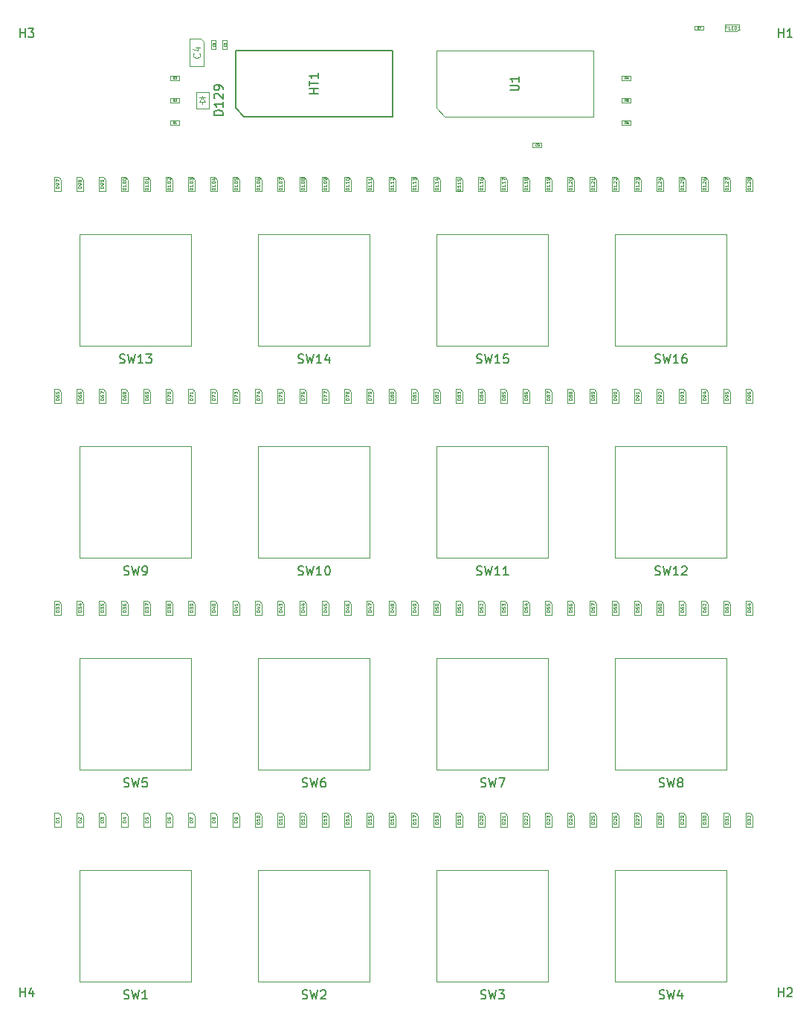
<source format=gbr>
G04 #@! TF.GenerationSoftware,KiCad,Pcbnew,5.1.4+dfsg1-1*
G04 #@! TF.CreationDate,2020-01-15T10:00:44+00:00*
G04 #@! TF.ProjectId,chordboard,63686f72-6462-46f6-9172-642e6b696361,rev?*
G04 #@! TF.SameCoordinates,Original*
G04 #@! TF.FileFunction,Other,Fab,Top*
%FSLAX46Y46*%
G04 Gerber Fmt 4.6, Leading zero omitted, Abs format (unit mm)*
G04 Created by KiCad (PCBNEW 5.1.4+dfsg1-1) date 2020-01-15 10:00:44*
%MOMM*%
%LPD*%
G04 APERTURE LIST*
%ADD10C,0.150000*%
%ADD11C,0.100000*%
%ADD12C,0.060000*%
%ADD13C,0.040000*%
%ADD14C,0.120000*%
G04 APERTURE END LIST*
D10*
X74870000Y-74505000D02*
X74870000Y-68005000D01*
X74870000Y-68005000D02*
X92770000Y-68005000D01*
X92770000Y-68005000D02*
X92770000Y-75505000D01*
X92770000Y-75505000D02*
X75870000Y-75505000D01*
X75870000Y-75505000D02*
X74870000Y-74505000D01*
D11*
X98730000Y-75505000D02*
X97730000Y-74505000D01*
X115630000Y-75505000D02*
X98730000Y-75505000D01*
X115630000Y-68005000D02*
X115630000Y-75505000D01*
X97730000Y-68005000D02*
X115630000Y-68005000D01*
X97730000Y-74505000D02*
X97730000Y-68005000D01*
X54210000Y-156375000D02*
X55010000Y-156375000D01*
X54210000Y-154775000D02*
X54210000Y-156375000D01*
X54710000Y-154775000D02*
X54210000Y-154775000D01*
X55010000Y-155075000D02*
X54710000Y-154775000D01*
X55010000Y-156375000D02*
X55010000Y-155075000D01*
X56750000Y-156375000D02*
X57550000Y-156375000D01*
X56750000Y-154775000D02*
X56750000Y-156375000D01*
X57250000Y-154775000D02*
X56750000Y-154775000D01*
X57550000Y-155075000D02*
X57250000Y-154775000D01*
X57550000Y-156375000D02*
X57550000Y-155075000D01*
X59290000Y-156375000D02*
X60090000Y-156375000D01*
X59290000Y-154775000D02*
X59290000Y-156375000D01*
X59790000Y-154775000D02*
X59290000Y-154775000D01*
X60090000Y-155075000D02*
X59790000Y-154775000D01*
X60090000Y-156375000D02*
X60090000Y-155075000D01*
X61830000Y-156375000D02*
X62630000Y-156375000D01*
X61830000Y-154775000D02*
X61830000Y-156375000D01*
X62330000Y-154775000D02*
X61830000Y-154775000D01*
X62630000Y-155075000D02*
X62330000Y-154775000D01*
X62630000Y-156375000D02*
X62630000Y-155075000D01*
X65170000Y-156375000D02*
X65170000Y-155075000D01*
X65170000Y-155075000D02*
X64870000Y-154775000D01*
X64870000Y-154775000D02*
X64370000Y-154775000D01*
X64370000Y-154775000D02*
X64370000Y-156375000D01*
X64370000Y-156375000D02*
X65170000Y-156375000D01*
X66910000Y-156375000D02*
X67710000Y-156375000D01*
X66910000Y-154775000D02*
X66910000Y-156375000D01*
X67410000Y-154775000D02*
X66910000Y-154775000D01*
X67710000Y-155075000D02*
X67410000Y-154775000D01*
X67710000Y-156375000D02*
X67710000Y-155075000D01*
X69450000Y-156375000D02*
X70250000Y-156375000D01*
X69450000Y-154775000D02*
X69450000Y-156375000D01*
X69950000Y-154775000D02*
X69450000Y-154775000D01*
X70250000Y-155075000D02*
X69950000Y-154775000D01*
X70250000Y-156375000D02*
X70250000Y-155075000D01*
X71990000Y-156375000D02*
X72790000Y-156375000D01*
X71990000Y-154775000D02*
X71990000Y-156375000D01*
X72490000Y-154775000D02*
X71990000Y-154775000D01*
X72790000Y-155075000D02*
X72490000Y-154775000D01*
X72790000Y-156375000D02*
X72790000Y-155075000D01*
X74530000Y-156375000D02*
X75330000Y-156375000D01*
X74530000Y-154775000D02*
X74530000Y-156375000D01*
X75030000Y-154775000D02*
X74530000Y-154775000D01*
X75330000Y-155075000D02*
X75030000Y-154775000D01*
X75330000Y-156375000D02*
X75330000Y-155075000D01*
X77070000Y-156375000D02*
X77870000Y-156375000D01*
X77070000Y-154775000D02*
X77070000Y-156375000D01*
X77570000Y-154775000D02*
X77070000Y-154775000D01*
X77870000Y-155075000D02*
X77570000Y-154775000D01*
X77870000Y-156375000D02*
X77870000Y-155075000D01*
X80410000Y-156375000D02*
X80410000Y-155075000D01*
X80410000Y-155075000D02*
X80110000Y-154775000D01*
X80110000Y-154775000D02*
X79610000Y-154775000D01*
X79610000Y-154775000D02*
X79610000Y-156375000D01*
X79610000Y-156375000D02*
X80410000Y-156375000D01*
X82150000Y-156375000D02*
X82950000Y-156375000D01*
X82150000Y-154775000D02*
X82150000Y-156375000D01*
X82650000Y-154775000D02*
X82150000Y-154775000D01*
X82950000Y-155075000D02*
X82650000Y-154775000D01*
X82950000Y-156375000D02*
X82950000Y-155075000D01*
X84690000Y-156375000D02*
X85490000Y-156375000D01*
X84690000Y-154775000D02*
X84690000Y-156375000D01*
X85190000Y-154775000D02*
X84690000Y-154775000D01*
X85490000Y-155075000D02*
X85190000Y-154775000D01*
X85490000Y-156375000D02*
X85490000Y-155075000D01*
X87230000Y-156375000D02*
X88030000Y-156375000D01*
X87230000Y-154775000D02*
X87230000Y-156375000D01*
X87730000Y-154775000D02*
X87230000Y-154775000D01*
X88030000Y-155075000D02*
X87730000Y-154775000D01*
X88030000Y-156375000D02*
X88030000Y-155075000D01*
X89770000Y-156375000D02*
X90570000Y-156375000D01*
X89770000Y-154775000D02*
X89770000Y-156375000D01*
X90270000Y-154775000D02*
X89770000Y-154775000D01*
X90570000Y-155075000D02*
X90270000Y-154775000D01*
X90570000Y-156375000D02*
X90570000Y-155075000D01*
X92310000Y-156375000D02*
X93110000Y-156375000D01*
X92310000Y-154775000D02*
X92310000Y-156375000D01*
X92810000Y-154775000D02*
X92310000Y-154775000D01*
X93110000Y-155075000D02*
X92810000Y-154775000D01*
X93110000Y-156375000D02*
X93110000Y-155075000D01*
X95650000Y-156375000D02*
X95650000Y-155075000D01*
X95650000Y-155075000D02*
X95350000Y-154775000D01*
X95350000Y-154775000D02*
X94850000Y-154775000D01*
X94850000Y-154775000D02*
X94850000Y-156375000D01*
X94850000Y-156375000D02*
X95650000Y-156375000D01*
X98190000Y-156375000D02*
X98190000Y-155075000D01*
X98190000Y-155075000D02*
X97890000Y-154775000D01*
X97890000Y-154775000D02*
X97390000Y-154775000D01*
X97390000Y-154775000D02*
X97390000Y-156375000D01*
X97390000Y-156375000D02*
X98190000Y-156375000D01*
X100730000Y-156375000D02*
X100730000Y-155075000D01*
X100730000Y-155075000D02*
X100430000Y-154775000D01*
X100430000Y-154775000D02*
X99930000Y-154775000D01*
X99930000Y-154775000D02*
X99930000Y-156375000D01*
X99930000Y-156375000D02*
X100730000Y-156375000D01*
X103270000Y-156375000D02*
X103270000Y-155075000D01*
X103270000Y-155075000D02*
X102970000Y-154775000D01*
X102970000Y-154775000D02*
X102470000Y-154775000D01*
X102470000Y-154775000D02*
X102470000Y-156375000D01*
X102470000Y-156375000D02*
X103270000Y-156375000D01*
X105810000Y-156375000D02*
X105810000Y-155075000D01*
X105810000Y-155075000D02*
X105510000Y-154775000D01*
X105510000Y-154775000D02*
X105010000Y-154775000D01*
X105010000Y-154775000D02*
X105010000Y-156375000D01*
X105010000Y-156375000D02*
X105810000Y-156375000D01*
X108350000Y-156375000D02*
X108350000Y-155075000D01*
X108350000Y-155075000D02*
X108050000Y-154775000D01*
X108050000Y-154775000D02*
X107550000Y-154775000D01*
X107550000Y-154775000D02*
X107550000Y-156375000D01*
X107550000Y-156375000D02*
X108350000Y-156375000D01*
X110890000Y-156375000D02*
X110890000Y-155075000D01*
X110890000Y-155075000D02*
X110590000Y-154775000D01*
X110590000Y-154775000D02*
X110090000Y-154775000D01*
X110090000Y-154775000D02*
X110090000Y-156375000D01*
X110090000Y-156375000D02*
X110890000Y-156375000D01*
X113430000Y-156375000D02*
X113430000Y-155075000D01*
X113430000Y-155075000D02*
X113130000Y-154775000D01*
X113130000Y-154775000D02*
X112630000Y-154775000D01*
X112630000Y-154775000D02*
X112630000Y-156375000D01*
X112630000Y-156375000D02*
X113430000Y-156375000D01*
X115970000Y-156375000D02*
X115970000Y-155075000D01*
X115970000Y-155075000D02*
X115670000Y-154775000D01*
X115670000Y-154775000D02*
X115170000Y-154775000D01*
X115170000Y-154775000D02*
X115170000Y-156375000D01*
X115170000Y-156375000D02*
X115970000Y-156375000D01*
X118510000Y-156375000D02*
X118510000Y-155075000D01*
X118510000Y-155075000D02*
X118210000Y-154775000D01*
X118210000Y-154775000D02*
X117710000Y-154775000D01*
X117710000Y-154775000D02*
X117710000Y-156375000D01*
X117710000Y-156375000D02*
X118510000Y-156375000D01*
X121050000Y-156375000D02*
X121050000Y-155075000D01*
X121050000Y-155075000D02*
X120750000Y-154775000D01*
X120750000Y-154775000D02*
X120250000Y-154775000D01*
X120250000Y-154775000D02*
X120250000Y-156375000D01*
X120250000Y-156375000D02*
X121050000Y-156375000D01*
X123590000Y-156375000D02*
X123590000Y-155075000D01*
X123590000Y-155075000D02*
X123290000Y-154775000D01*
X123290000Y-154775000D02*
X122790000Y-154775000D01*
X122790000Y-154775000D02*
X122790000Y-156375000D01*
X122790000Y-156375000D02*
X123590000Y-156375000D01*
X126130000Y-156375000D02*
X126130000Y-155075000D01*
X126130000Y-155075000D02*
X125830000Y-154775000D01*
X125830000Y-154775000D02*
X125330000Y-154775000D01*
X125330000Y-154775000D02*
X125330000Y-156375000D01*
X125330000Y-156375000D02*
X126130000Y-156375000D01*
X128670000Y-156375000D02*
X128670000Y-155075000D01*
X128670000Y-155075000D02*
X128370000Y-154775000D01*
X128370000Y-154775000D02*
X127870000Y-154775000D01*
X127870000Y-154775000D02*
X127870000Y-156375000D01*
X127870000Y-156375000D02*
X128670000Y-156375000D01*
X131210000Y-156375000D02*
X131210000Y-155075000D01*
X131210000Y-155075000D02*
X130910000Y-154775000D01*
X130910000Y-154775000D02*
X130410000Y-154775000D01*
X130410000Y-154775000D02*
X130410000Y-156375000D01*
X130410000Y-156375000D02*
X131210000Y-156375000D01*
X133750000Y-156375000D02*
X133750000Y-155075000D01*
X133750000Y-155075000D02*
X133450000Y-154775000D01*
X133450000Y-154775000D02*
X132950000Y-154775000D01*
X132950000Y-154775000D02*
X132950000Y-156375000D01*
X132950000Y-156375000D02*
X133750000Y-156375000D01*
X54210000Y-132245000D02*
X55010000Y-132245000D01*
X54210000Y-130645000D02*
X54210000Y-132245000D01*
X54710000Y-130645000D02*
X54210000Y-130645000D01*
X55010000Y-130945000D02*
X54710000Y-130645000D01*
X55010000Y-132245000D02*
X55010000Y-130945000D01*
X56750000Y-132245000D02*
X57550000Y-132245000D01*
X56750000Y-130645000D02*
X56750000Y-132245000D01*
X57250000Y-130645000D02*
X56750000Y-130645000D01*
X57550000Y-130945000D02*
X57250000Y-130645000D01*
X57550000Y-132245000D02*
X57550000Y-130945000D01*
X59290000Y-132245000D02*
X60090000Y-132245000D01*
X59290000Y-130645000D02*
X59290000Y-132245000D01*
X59790000Y-130645000D02*
X59290000Y-130645000D01*
X60090000Y-130945000D02*
X59790000Y-130645000D01*
X60090000Y-132245000D02*
X60090000Y-130945000D01*
X61830000Y-132245000D02*
X62630000Y-132245000D01*
X61830000Y-130645000D02*
X61830000Y-132245000D01*
X62330000Y-130645000D02*
X61830000Y-130645000D01*
X62630000Y-130945000D02*
X62330000Y-130645000D01*
X62630000Y-132245000D02*
X62630000Y-130945000D01*
X64370000Y-132245000D02*
X65170000Y-132245000D01*
X64370000Y-130645000D02*
X64370000Y-132245000D01*
X64870000Y-130645000D02*
X64370000Y-130645000D01*
X65170000Y-130945000D02*
X64870000Y-130645000D01*
X65170000Y-132245000D02*
X65170000Y-130945000D01*
X66910000Y-132245000D02*
X67710000Y-132245000D01*
X66910000Y-130645000D02*
X66910000Y-132245000D01*
X67410000Y-130645000D02*
X66910000Y-130645000D01*
X67710000Y-130945000D02*
X67410000Y-130645000D01*
X67710000Y-132245000D02*
X67710000Y-130945000D01*
X69450000Y-132245000D02*
X70250000Y-132245000D01*
X69450000Y-130645000D02*
X69450000Y-132245000D01*
X69950000Y-130645000D02*
X69450000Y-130645000D01*
X70250000Y-130945000D02*
X69950000Y-130645000D01*
X70250000Y-132245000D02*
X70250000Y-130945000D01*
X71990000Y-132245000D02*
X72790000Y-132245000D01*
X71990000Y-130645000D02*
X71990000Y-132245000D01*
X72490000Y-130645000D02*
X71990000Y-130645000D01*
X72790000Y-130945000D02*
X72490000Y-130645000D01*
X72790000Y-132245000D02*
X72790000Y-130945000D01*
X74530000Y-132245000D02*
X75330000Y-132245000D01*
X74530000Y-130645000D02*
X74530000Y-132245000D01*
X75030000Y-130645000D02*
X74530000Y-130645000D01*
X75330000Y-130945000D02*
X75030000Y-130645000D01*
X75330000Y-132245000D02*
X75330000Y-130945000D01*
X77070000Y-132245000D02*
X77870000Y-132245000D01*
X77070000Y-130645000D02*
X77070000Y-132245000D01*
X77570000Y-130645000D02*
X77070000Y-130645000D01*
X77870000Y-130945000D02*
X77570000Y-130645000D01*
X77870000Y-132245000D02*
X77870000Y-130945000D01*
X79610000Y-132245000D02*
X80410000Y-132245000D01*
X79610000Y-130645000D02*
X79610000Y-132245000D01*
X80110000Y-130645000D02*
X79610000Y-130645000D01*
X80410000Y-130945000D02*
X80110000Y-130645000D01*
X80410000Y-132245000D02*
X80410000Y-130945000D01*
X82150000Y-132245000D02*
X82950000Y-132245000D01*
X82150000Y-130645000D02*
X82150000Y-132245000D01*
X82650000Y-130645000D02*
X82150000Y-130645000D01*
X82950000Y-130945000D02*
X82650000Y-130645000D01*
X82950000Y-132245000D02*
X82950000Y-130945000D01*
X84690000Y-132245000D02*
X85490000Y-132245000D01*
X84690000Y-130645000D02*
X84690000Y-132245000D01*
X85190000Y-130645000D02*
X84690000Y-130645000D01*
X85490000Y-130945000D02*
X85190000Y-130645000D01*
X85490000Y-132245000D02*
X85490000Y-130945000D01*
X87230000Y-132245000D02*
X88030000Y-132245000D01*
X87230000Y-130645000D02*
X87230000Y-132245000D01*
X87730000Y-130645000D02*
X87230000Y-130645000D01*
X88030000Y-130945000D02*
X87730000Y-130645000D01*
X88030000Y-132245000D02*
X88030000Y-130945000D01*
X89770000Y-132245000D02*
X90570000Y-132245000D01*
X89770000Y-130645000D02*
X89770000Y-132245000D01*
X90270000Y-130645000D02*
X89770000Y-130645000D01*
X90570000Y-130945000D02*
X90270000Y-130645000D01*
X90570000Y-132245000D02*
X90570000Y-130945000D01*
X92310000Y-132245000D02*
X93110000Y-132245000D01*
X92310000Y-130645000D02*
X92310000Y-132245000D01*
X92810000Y-130645000D02*
X92310000Y-130645000D01*
X93110000Y-130945000D02*
X92810000Y-130645000D01*
X93110000Y-132245000D02*
X93110000Y-130945000D01*
X95650000Y-132245000D02*
X95650000Y-130945000D01*
X95650000Y-130945000D02*
X95350000Y-130645000D01*
X95350000Y-130645000D02*
X94850000Y-130645000D01*
X94850000Y-130645000D02*
X94850000Y-132245000D01*
X94850000Y-132245000D02*
X95650000Y-132245000D01*
X98190000Y-132245000D02*
X98190000Y-130945000D01*
X98190000Y-130945000D02*
X97890000Y-130645000D01*
X97890000Y-130645000D02*
X97390000Y-130645000D01*
X97390000Y-130645000D02*
X97390000Y-132245000D01*
X97390000Y-132245000D02*
X98190000Y-132245000D01*
X100730000Y-132245000D02*
X100730000Y-130945000D01*
X100730000Y-130945000D02*
X100430000Y-130645000D01*
X100430000Y-130645000D02*
X99930000Y-130645000D01*
X99930000Y-130645000D02*
X99930000Y-132245000D01*
X99930000Y-132245000D02*
X100730000Y-132245000D01*
X103270000Y-132245000D02*
X103270000Y-130945000D01*
X103270000Y-130945000D02*
X102970000Y-130645000D01*
X102970000Y-130645000D02*
X102470000Y-130645000D01*
X102470000Y-130645000D02*
X102470000Y-132245000D01*
X102470000Y-132245000D02*
X103270000Y-132245000D01*
X105810000Y-132245000D02*
X105810000Y-130945000D01*
X105810000Y-130945000D02*
X105510000Y-130645000D01*
X105510000Y-130645000D02*
X105010000Y-130645000D01*
X105010000Y-130645000D02*
X105010000Y-132245000D01*
X105010000Y-132245000D02*
X105810000Y-132245000D01*
X108350000Y-132245000D02*
X108350000Y-130945000D01*
X108350000Y-130945000D02*
X108050000Y-130645000D01*
X108050000Y-130645000D02*
X107550000Y-130645000D01*
X107550000Y-130645000D02*
X107550000Y-132245000D01*
X107550000Y-132245000D02*
X108350000Y-132245000D01*
X110890000Y-132245000D02*
X110890000Y-130945000D01*
X110890000Y-130945000D02*
X110590000Y-130645000D01*
X110590000Y-130645000D02*
X110090000Y-130645000D01*
X110090000Y-130645000D02*
X110090000Y-132245000D01*
X110090000Y-132245000D02*
X110890000Y-132245000D01*
X113430000Y-132245000D02*
X113430000Y-130945000D01*
X113430000Y-130945000D02*
X113130000Y-130645000D01*
X113130000Y-130645000D02*
X112630000Y-130645000D01*
X112630000Y-130645000D02*
X112630000Y-132245000D01*
X112630000Y-132245000D02*
X113430000Y-132245000D01*
X115970000Y-132245000D02*
X115970000Y-130945000D01*
X115970000Y-130945000D02*
X115670000Y-130645000D01*
X115670000Y-130645000D02*
X115170000Y-130645000D01*
X115170000Y-130645000D02*
X115170000Y-132245000D01*
X115170000Y-132245000D02*
X115970000Y-132245000D01*
X118510000Y-132245000D02*
X118510000Y-130945000D01*
X118510000Y-130945000D02*
X118210000Y-130645000D01*
X118210000Y-130645000D02*
X117710000Y-130645000D01*
X117710000Y-130645000D02*
X117710000Y-132245000D01*
X117710000Y-132245000D02*
X118510000Y-132245000D01*
X121050000Y-132245000D02*
X121050000Y-130945000D01*
X121050000Y-130945000D02*
X120750000Y-130645000D01*
X120750000Y-130645000D02*
X120250000Y-130645000D01*
X120250000Y-130645000D02*
X120250000Y-132245000D01*
X120250000Y-132245000D02*
X121050000Y-132245000D01*
X123590000Y-132245000D02*
X123590000Y-130945000D01*
X123590000Y-130945000D02*
X123290000Y-130645000D01*
X123290000Y-130645000D02*
X122790000Y-130645000D01*
X122790000Y-130645000D02*
X122790000Y-132245000D01*
X122790000Y-132245000D02*
X123590000Y-132245000D01*
X126130000Y-132245000D02*
X126130000Y-130945000D01*
X126130000Y-130945000D02*
X125830000Y-130645000D01*
X125830000Y-130645000D02*
X125330000Y-130645000D01*
X125330000Y-130645000D02*
X125330000Y-132245000D01*
X125330000Y-132245000D02*
X126130000Y-132245000D01*
X128670000Y-132245000D02*
X128670000Y-130945000D01*
X128670000Y-130945000D02*
X128370000Y-130645000D01*
X128370000Y-130645000D02*
X127870000Y-130645000D01*
X127870000Y-130645000D02*
X127870000Y-132245000D01*
X127870000Y-132245000D02*
X128670000Y-132245000D01*
X131210000Y-132245000D02*
X131210000Y-130945000D01*
X131210000Y-130945000D02*
X130910000Y-130645000D01*
X130910000Y-130645000D02*
X130410000Y-130645000D01*
X130410000Y-130645000D02*
X130410000Y-132245000D01*
X130410000Y-132245000D02*
X131210000Y-132245000D01*
X133750000Y-132245000D02*
X133750000Y-130945000D01*
X133750000Y-130945000D02*
X133450000Y-130645000D01*
X133450000Y-130645000D02*
X132950000Y-130645000D01*
X132950000Y-130645000D02*
X132950000Y-132245000D01*
X132950000Y-132245000D02*
X133750000Y-132245000D01*
X54210000Y-108115000D02*
X55010000Y-108115000D01*
X54210000Y-106515000D02*
X54210000Y-108115000D01*
X54710000Y-106515000D02*
X54210000Y-106515000D01*
X55010000Y-106815000D02*
X54710000Y-106515000D01*
X55010000Y-108115000D02*
X55010000Y-106815000D01*
X56750000Y-108115000D02*
X57550000Y-108115000D01*
X56750000Y-106515000D02*
X56750000Y-108115000D01*
X57250000Y-106515000D02*
X56750000Y-106515000D01*
X57550000Y-106815000D02*
X57250000Y-106515000D01*
X57550000Y-108115000D02*
X57550000Y-106815000D01*
X59290000Y-108115000D02*
X60090000Y-108115000D01*
X59290000Y-106515000D02*
X59290000Y-108115000D01*
X59790000Y-106515000D02*
X59290000Y-106515000D01*
X60090000Y-106815000D02*
X59790000Y-106515000D01*
X60090000Y-108115000D02*
X60090000Y-106815000D01*
X61830000Y-108115000D02*
X62630000Y-108115000D01*
X61830000Y-106515000D02*
X61830000Y-108115000D01*
X62330000Y-106515000D02*
X61830000Y-106515000D01*
X62630000Y-106815000D02*
X62330000Y-106515000D01*
X62630000Y-108115000D02*
X62630000Y-106815000D01*
X64370000Y-108115000D02*
X65170000Y-108115000D01*
X64370000Y-106515000D02*
X64370000Y-108115000D01*
X64870000Y-106515000D02*
X64370000Y-106515000D01*
X65170000Y-106815000D02*
X64870000Y-106515000D01*
X65170000Y-108115000D02*
X65170000Y-106815000D01*
X66910000Y-108115000D02*
X67710000Y-108115000D01*
X66910000Y-106515000D02*
X66910000Y-108115000D01*
X67410000Y-106515000D02*
X66910000Y-106515000D01*
X67710000Y-106815000D02*
X67410000Y-106515000D01*
X67710000Y-108115000D02*
X67710000Y-106815000D01*
X69450000Y-108115000D02*
X70250000Y-108115000D01*
X69450000Y-106515000D02*
X69450000Y-108115000D01*
X69950000Y-106515000D02*
X69450000Y-106515000D01*
X70250000Y-106815000D02*
X69950000Y-106515000D01*
X70250000Y-108115000D02*
X70250000Y-106815000D01*
X71990000Y-108115000D02*
X72790000Y-108115000D01*
X71990000Y-106515000D02*
X71990000Y-108115000D01*
X72490000Y-106515000D02*
X71990000Y-106515000D01*
X72790000Y-106815000D02*
X72490000Y-106515000D01*
X72790000Y-108115000D02*
X72790000Y-106815000D01*
X74530000Y-108115000D02*
X75330000Y-108115000D01*
X74530000Y-106515000D02*
X74530000Y-108115000D01*
X75030000Y-106515000D02*
X74530000Y-106515000D01*
X75330000Y-106815000D02*
X75030000Y-106515000D01*
X75330000Y-108115000D02*
X75330000Y-106815000D01*
X77070000Y-108115000D02*
X77870000Y-108115000D01*
X77070000Y-106515000D02*
X77070000Y-108115000D01*
X77570000Y-106515000D02*
X77070000Y-106515000D01*
X77870000Y-106815000D02*
X77570000Y-106515000D01*
X77870000Y-108115000D02*
X77870000Y-106815000D01*
X79610000Y-108115000D02*
X80410000Y-108115000D01*
X79610000Y-106515000D02*
X79610000Y-108115000D01*
X80110000Y-106515000D02*
X79610000Y-106515000D01*
X80410000Y-106815000D02*
X80110000Y-106515000D01*
X80410000Y-108115000D02*
X80410000Y-106815000D01*
X82150000Y-108115000D02*
X82950000Y-108115000D01*
X82150000Y-106515000D02*
X82150000Y-108115000D01*
X82650000Y-106515000D02*
X82150000Y-106515000D01*
X82950000Y-106815000D02*
X82650000Y-106515000D01*
X82950000Y-108115000D02*
X82950000Y-106815000D01*
X84690000Y-108115000D02*
X85490000Y-108115000D01*
X84690000Y-106515000D02*
X84690000Y-108115000D01*
X85190000Y-106515000D02*
X84690000Y-106515000D01*
X85490000Y-106815000D02*
X85190000Y-106515000D01*
X85490000Y-108115000D02*
X85490000Y-106815000D01*
X87230000Y-108115000D02*
X88030000Y-108115000D01*
X87230000Y-106515000D02*
X87230000Y-108115000D01*
X87730000Y-106515000D02*
X87230000Y-106515000D01*
X88030000Y-106815000D02*
X87730000Y-106515000D01*
X88030000Y-108115000D02*
X88030000Y-106815000D01*
X89770000Y-108115000D02*
X90570000Y-108115000D01*
X89770000Y-106515000D02*
X89770000Y-108115000D01*
X90270000Y-106515000D02*
X89770000Y-106515000D01*
X90570000Y-106815000D02*
X90270000Y-106515000D01*
X90570000Y-108115000D02*
X90570000Y-106815000D01*
X92310000Y-108115000D02*
X93110000Y-108115000D01*
X92310000Y-106515000D02*
X92310000Y-108115000D01*
X92810000Y-106515000D02*
X92310000Y-106515000D01*
X93110000Y-106815000D02*
X92810000Y-106515000D01*
X93110000Y-108115000D02*
X93110000Y-106815000D01*
X95650000Y-108115000D02*
X95650000Y-106815000D01*
X95650000Y-106815000D02*
X95350000Y-106515000D01*
X95350000Y-106515000D02*
X94850000Y-106515000D01*
X94850000Y-106515000D02*
X94850000Y-108115000D01*
X94850000Y-108115000D02*
X95650000Y-108115000D01*
X98190000Y-108115000D02*
X98190000Y-106815000D01*
X98190000Y-106815000D02*
X97890000Y-106515000D01*
X97890000Y-106515000D02*
X97390000Y-106515000D01*
X97390000Y-106515000D02*
X97390000Y-108115000D01*
X97390000Y-108115000D02*
X98190000Y-108115000D01*
X100730000Y-108115000D02*
X100730000Y-106815000D01*
X100730000Y-106815000D02*
X100430000Y-106515000D01*
X100430000Y-106515000D02*
X99930000Y-106515000D01*
X99930000Y-106515000D02*
X99930000Y-108115000D01*
X99930000Y-108115000D02*
X100730000Y-108115000D01*
X103270000Y-108115000D02*
X103270000Y-106815000D01*
X103270000Y-106815000D02*
X102970000Y-106515000D01*
X102970000Y-106515000D02*
X102470000Y-106515000D01*
X102470000Y-106515000D02*
X102470000Y-108115000D01*
X102470000Y-108115000D02*
X103270000Y-108115000D01*
X105810000Y-108115000D02*
X105810000Y-106815000D01*
X105810000Y-106815000D02*
X105510000Y-106515000D01*
X105510000Y-106515000D02*
X105010000Y-106515000D01*
X105010000Y-106515000D02*
X105010000Y-108115000D01*
X105010000Y-108115000D02*
X105810000Y-108115000D01*
X108350000Y-108115000D02*
X108350000Y-106815000D01*
X108350000Y-106815000D02*
X108050000Y-106515000D01*
X108050000Y-106515000D02*
X107550000Y-106515000D01*
X107550000Y-106515000D02*
X107550000Y-108115000D01*
X107550000Y-108115000D02*
X108350000Y-108115000D01*
X110890000Y-108115000D02*
X110890000Y-106815000D01*
X110890000Y-106815000D02*
X110590000Y-106515000D01*
X110590000Y-106515000D02*
X110090000Y-106515000D01*
X110090000Y-106515000D02*
X110090000Y-108115000D01*
X110090000Y-108115000D02*
X110890000Y-108115000D01*
X113430000Y-108115000D02*
X113430000Y-106815000D01*
X113430000Y-106815000D02*
X113130000Y-106515000D01*
X113130000Y-106515000D02*
X112630000Y-106515000D01*
X112630000Y-106515000D02*
X112630000Y-108115000D01*
X112630000Y-108115000D02*
X113430000Y-108115000D01*
X115970000Y-108115000D02*
X115970000Y-106815000D01*
X115970000Y-106815000D02*
X115670000Y-106515000D01*
X115670000Y-106515000D02*
X115170000Y-106515000D01*
X115170000Y-106515000D02*
X115170000Y-108115000D01*
X115170000Y-108115000D02*
X115970000Y-108115000D01*
X118510000Y-108115000D02*
X118510000Y-106815000D01*
X118510000Y-106815000D02*
X118210000Y-106515000D01*
X118210000Y-106515000D02*
X117710000Y-106515000D01*
X117710000Y-106515000D02*
X117710000Y-108115000D01*
X117710000Y-108115000D02*
X118510000Y-108115000D01*
X121050000Y-108115000D02*
X121050000Y-106815000D01*
X121050000Y-106815000D02*
X120750000Y-106515000D01*
X120750000Y-106515000D02*
X120250000Y-106515000D01*
X120250000Y-106515000D02*
X120250000Y-108115000D01*
X120250000Y-108115000D02*
X121050000Y-108115000D01*
X123590000Y-108115000D02*
X123590000Y-106815000D01*
X123590000Y-106815000D02*
X123290000Y-106515000D01*
X123290000Y-106515000D02*
X122790000Y-106515000D01*
X122790000Y-106515000D02*
X122790000Y-108115000D01*
X122790000Y-108115000D02*
X123590000Y-108115000D01*
X126130000Y-108115000D02*
X126130000Y-106815000D01*
X126130000Y-106815000D02*
X125830000Y-106515000D01*
X125830000Y-106515000D02*
X125330000Y-106515000D01*
X125330000Y-106515000D02*
X125330000Y-108115000D01*
X125330000Y-108115000D02*
X126130000Y-108115000D01*
X128670000Y-108115000D02*
X128670000Y-106815000D01*
X128670000Y-106815000D02*
X128370000Y-106515000D01*
X128370000Y-106515000D02*
X127870000Y-106515000D01*
X127870000Y-106515000D02*
X127870000Y-108115000D01*
X127870000Y-108115000D02*
X128670000Y-108115000D01*
X131210000Y-108115000D02*
X131210000Y-106815000D01*
X131210000Y-106815000D02*
X130910000Y-106515000D01*
X130910000Y-106515000D02*
X130410000Y-106515000D01*
X130410000Y-106515000D02*
X130410000Y-108115000D01*
X130410000Y-108115000D02*
X131210000Y-108115000D01*
X133750000Y-108115000D02*
X133750000Y-106815000D01*
X133750000Y-106815000D02*
X133450000Y-106515000D01*
X133450000Y-106515000D02*
X132950000Y-106515000D01*
X132950000Y-106515000D02*
X132950000Y-108115000D01*
X132950000Y-108115000D02*
X133750000Y-108115000D01*
X54210000Y-83985000D02*
X55010000Y-83985000D01*
X54210000Y-82385000D02*
X54210000Y-83985000D01*
X54710000Y-82385000D02*
X54210000Y-82385000D01*
X55010000Y-82685000D02*
X54710000Y-82385000D01*
X55010000Y-83985000D02*
X55010000Y-82685000D01*
X56750000Y-83985000D02*
X57550000Y-83985000D01*
X56750000Y-82385000D02*
X56750000Y-83985000D01*
X57250000Y-82385000D02*
X56750000Y-82385000D01*
X57550000Y-82685000D02*
X57250000Y-82385000D01*
X57550000Y-83985000D02*
X57550000Y-82685000D01*
X59290000Y-83985000D02*
X60090000Y-83985000D01*
X59290000Y-82385000D02*
X59290000Y-83985000D01*
X59790000Y-82385000D02*
X59290000Y-82385000D01*
X60090000Y-82685000D02*
X59790000Y-82385000D01*
X60090000Y-83985000D02*
X60090000Y-82685000D01*
X61830000Y-83985000D02*
X62630000Y-83985000D01*
X61830000Y-82385000D02*
X61830000Y-83985000D01*
X62330000Y-82385000D02*
X61830000Y-82385000D01*
X62630000Y-82685000D02*
X62330000Y-82385000D01*
X62630000Y-83985000D02*
X62630000Y-82685000D01*
X64370000Y-83985000D02*
X65170000Y-83985000D01*
X64370000Y-82385000D02*
X64370000Y-83985000D01*
X64870000Y-82385000D02*
X64370000Y-82385000D01*
X65170000Y-82685000D02*
X64870000Y-82385000D01*
X65170000Y-83985000D02*
X65170000Y-82685000D01*
X67710000Y-83985000D02*
X67710000Y-82685000D01*
X67710000Y-82685000D02*
X67410000Y-82385000D01*
X67410000Y-82385000D02*
X66910000Y-82385000D01*
X66910000Y-82385000D02*
X66910000Y-83985000D01*
X66910000Y-83985000D02*
X67710000Y-83985000D01*
X69450000Y-83985000D02*
X70250000Y-83985000D01*
X69450000Y-82385000D02*
X69450000Y-83985000D01*
X69950000Y-82385000D02*
X69450000Y-82385000D01*
X70250000Y-82685000D02*
X69950000Y-82385000D01*
X70250000Y-83985000D02*
X70250000Y-82685000D01*
X72790000Y-83985000D02*
X72790000Y-82685000D01*
X72790000Y-82685000D02*
X72490000Y-82385000D01*
X72490000Y-82385000D02*
X71990000Y-82385000D01*
X71990000Y-82385000D02*
X71990000Y-83985000D01*
X71990000Y-83985000D02*
X72790000Y-83985000D01*
X74530000Y-83985000D02*
X75330000Y-83985000D01*
X74530000Y-82385000D02*
X74530000Y-83985000D01*
X75030000Y-82385000D02*
X74530000Y-82385000D01*
X75330000Y-82685000D02*
X75030000Y-82385000D01*
X75330000Y-83985000D02*
X75330000Y-82685000D01*
X77070000Y-83985000D02*
X77870000Y-83985000D01*
X77070000Y-82385000D02*
X77070000Y-83985000D01*
X77570000Y-82385000D02*
X77070000Y-82385000D01*
X77870000Y-82685000D02*
X77570000Y-82385000D01*
X77870000Y-83985000D02*
X77870000Y-82685000D01*
X79610000Y-83985000D02*
X80410000Y-83985000D01*
X79610000Y-82385000D02*
X79610000Y-83985000D01*
X80110000Y-82385000D02*
X79610000Y-82385000D01*
X80410000Y-82685000D02*
X80110000Y-82385000D01*
X80410000Y-83985000D02*
X80410000Y-82685000D01*
X82150000Y-83985000D02*
X82950000Y-83985000D01*
X82150000Y-82385000D02*
X82150000Y-83985000D01*
X82650000Y-82385000D02*
X82150000Y-82385000D01*
X82950000Y-82685000D02*
X82650000Y-82385000D01*
X82950000Y-83985000D02*
X82950000Y-82685000D01*
X84690000Y-83985000D02*
X85490000Y-83985000D01*
X84690000Y-82385000D02*
X84690000Y-83985000D01*
X85190000Y-82385000D02*
X84690000Y-82385000D01*
X85490000Y-82685000D02*
X85190000Y-82385000D01*
X85490000Y-83985000D02*
X85490000Y-82685000D01*
X87230000Y-83985000D02*
X88030000Y-83985000D01*
X87230000Y-82385000D02*
X87230000Y-83985000D01*
X87730000Y-82385000D02*
X87230000Y-82385000D01*
X88030000Y-82685000D02*
X87730000Y-82385000D01*
X88030000Y-83985000D02*
X88030000Y-82685000D01*
X89770000Y-83985000D02*
X90570000Y-83985000D01*
X89770000Y-82385000D02*
X89770000Y-83985000D01*
X90270000Y-82385000D02*
X89770000Y-82385000D01*
X90570000Y-82685000D02*
X90270000Y-82385000D01*
X90570000Y-83985000D02*
X90570000Y-82685000D01*
X92310000Y-83985000D02*
X93110000Y-83985000D01*
X92310000Y-82385000D02*
X92310000Y-83985000D01*
X92810000Y-82385000D02*
X92310000Y-82385000D01*
X93110000Y-82685000D02*
X92810000Y-82385000D01*
X93110000Y-83985000D02*
X93110000Y-82685000D01*
X95650000Y-83985000D02*
X95650000Y-82685000D01*
X95650000Y-82685000D02*
X95350000Y-82385000D01*
X95350000Y-82385000D02*
X94850000Y-82385000D01*
X94850000Y-82385000D02*
X94850000Y-83985000D01*
X94850000Y-83985000D02*
X95650000Y-83985000D01*
X98190000Y-83985000D02*
X98190000Y-82685000D01*
X98190000Y-82685000D02*
X97890000Y-82385000D01*
X97890000Y-82385000D02*
X97390000Y-82385000D01*
X97390000Y-82385000D02*
X97390000Y-83985000D01*
X97390000Y-83985000D02*
X98190000Y-83985000D01*
X100730000Y-83985000D02*
X100730000Y-82685000D01*
X100730000Y-82685000D02*
X100430000Y-82385000D01*
X100430000Y-82385000D02*
X99930000Y-82385000D01*
X99930000Y-82385000D02*
X99930000Y-83985000D01*
X99930000Y-83985000D02*
X100730000Y-83985000D01*
X102470000Y-83985000D02*
X103270000Y-83985000D01*
X102470000Y-82385000D02*
X102470000Y-83985000D01*
X102970000Y-82385000D02*
X102470000Y-82385000D01*
X103270000Y-82685000D02*
X102970000Y-82385000D01*
X103270000Y-83985000D02*
X103270000Y-82685000D01*
X105810000Y-83985000D02*
X105810000Y-82685000D01*
X105810000Y-82685000D02*
X105510000Y-82385000D01*
X105510000Y-82385000D02*
X105010000Y-82385000D01*
X105010000Y-82385000D02*
X105010000Y-83985000D01*
X105010000Y-83985000D02*
X105810000Y-83985000D01*
X107550000Y-83985000D02*
X108350000Y-83985000D01*
X107550000Y-82385000D02*
X107550000Y-83985000D01*
X108050000Y-82385000D02*
X107550000Y-82385000D01*
X108350000Y-82685000D02*
X108050000Y-82385000D01*
X108350000Y-83985000D02*
X108350000Y-82685000D01*
X110890000Y-83985000D02*
X110890000Y-82685000D01*
X110890000Y-82685000D02*
X110590000Y-82385000D01*
X110590000Y-82385000D02*
X110090000Y-82385000D01*
X110090000Y-82385000D02*
X110090000Y-83985000D01*
X110090000Y-83985000D02*
X110890000Y-83985000D01*
X112630000Y-83985000D02*
X113430000Y-83985000D01*
X112630000Y-82385000D02*
X112630000Y-83985000D01*
X113130000Y-82385000D02*
X112630000Y-82385000D01*
X113430000Y-82685000D02*
X113130000Y-82385000D01*
X113430000Y-83985000D02*
X113430000Y-82685000D01*
X115970000Y-83985000D02*
X115970000Y-82685000D01*
X115970000Y-82685000D02*
X115670000Y-82385000D01*
X115670000Y-82385000D02*
X115170000Y-82385000D01*
X115170000Y-82385000D02*
X115170000Y-83985000D01*
X115170000Y-83985000D02*
X115970000Y-83985000D01*
X118510000Y-83985000D02*
X118510000Y-82685000D01*
X118510000Y-82685000D02*
X118210000Y-82385000D01*
X118210000Y-82385000D02*
X117710000Y-82385000D01*
X117710000Y-82385000D02*
X117710000Y-83985000D01*
X117710000Y-83985000D02*
X118510000Y-83985000D01*
X121050000Y-83985000D02*
X121050000Y-82685000D01*
X121050000Y-82685000D02*
X120750000Y-82385000D01*
X120750000Y-82385000D02*
X120250000Y-82385000D01*
X120250000Y-82385000D02*
X120250000Y-83985000D01*
X120250000Y-83985000D02*
X121050000Y-83985000D01*
X123590000Y-83985000D02*
X123590000Y-82685000D01*
X123590000Y-82685000D02*
X123290000Y-82385000D01*
X123290000Y-82385000D02*
X122790000Y-82385000D01*
X122790000Y-82385000D02*
X122790000Y-83985000D01*
X122790000Y-83985000D02*
X123590000Y-83985000D01*
X126130000Y-83985000D02*
X126130000Y-82685000D01*
X126130000Y-82685000D02*
X125830000Y-82385000D01*
X125830000Y-82385000D02*
X125330000Y-82385000D01*
X125330000Y-82385000D02*
X125330000Y-83985000D01*
X125330000Y-83985000D02*
X126130000Y-83985000D01*
X128670000Y-83985000D02*
X128670000Y-82685000D01*
X128670000Y-82685000D02*
X128370000Y-82385000D01*
X128370000Y-82385000D02*
X127870000Y-82385000D01*
X127870000Y-82385000D02*
X127870000Y-83985000D01*
X127870000Y-83985000D02*
X128670000Y-83985000D01*
X131210000Y-83985000D02*
X131210000Y-82685000D01*
X131210000Y-82685000D02*
X130910000Y-82385000D01*
X130910000Y-82385000D02*
X130410000Y-82385000D01*
X130410000Y-82385000D02*
X130410000Y-83985000D01*
X130410000Y-83985000D02*
X131210000Y-83985000D01*
X132950000Y-83985000D02*
X133750000Y-83985000D01*
X132950000Y-82385000D02*
X132950000Y-83985000D01*
X133450000Y-82385000D02*
X132950000Y-82385000D01*
X133750000Y-82685000D02*
X133450000Y-82385000D01*
X133750000Y-83985000D02*
X133750000Y-82685000D01*
X119880000Y-70870000D02*
X119880000Y-71370000D01*
X119880000Y-71370000D02*
X118880000Y-71370000D01*
X118880000Y-71370000D02*
X118880000Y-70870000D01*
X118880000Y-70870000D02*
X119880000Y-70870000D01*
X119880000Y-73410000D02*
X119880000Y-73910000D01*
X119880000Y-73910000D02*
X118880000Y-73910000D01*
X118880000Y-73910000D02*
X118880000Y-73410000D01*
X118880000Y-73410000D02*
X119880000Y-73410000D01*
X119880000Y-75950000D02*
X119880000Y-76450000D01*
X119880000Y-76450000D02*
X118880000Y-76450000D01*
X118880000Y-76450000D02*
X118880000Y-75950000D01*
X118880000Y-75950000D02*
X119880000Y-75950000D01*
X69850000Y-161290000D02*
X69850000Y-173990000D01*
X57150000Y-161290000D02*
X69850000Y-161290000D01*
X57150000Y-173990000D02*
X57150000Y-161290000D01*
X69850000Y-173990000D02*
X57150000Y-173990000D01*
X90170000Y-173990000D02*
X77470000Y-173990000D01*
X77470000Y-173990000D02*
X77470000Y-161290000D01*
X77470000Y-161290000D02*
X90170000Y-161290000D01*
X90170000Y-161290000D02*
X90170000Y-173990000D01*
X110490000Y-161290000D02*
X110490000Y-173990000D01*
X97790000Y-161290000D02*
X110490000Y-161290000D01*
X97790000Y-173990000D02*
X97790000Y-161290000D01*
X110490000Y-173990000D02*
X97790000Y-173990000D01*
X130810000Y-173990000D02*
X118110000Y-173990000D01*
X118110000Y-173990000D02*
X118110000Y-161290000D01*
X118110000Y-161290000D02*
X130810000Y-161290000D01*
X130810000Y-161290000D02*
X130810000Y-173990000D01*
X69850000Y-137160000D02*
X69850000Y-149860000D01*
X57150000Y-137160000D02*
X69850000Y-137160000D01*
X57150000Y-149860000D02*
X57150000Y-137160000D01*
X69850000Y-149860000D02*
X57150000Y-149860000D01*
X90170000Y-149860000D02*
X77470000Y-149860000D01*
X77470000Y-149860000D02*
X77470000Y-137160000D01*
X77470000Y-137160000D02*
X90170000Y-137160000D01*
X90170000Y-137160000D02*
X90170000Y-149860000D01*
X110490000Y-137160000D02*
X110490000Y-149860000D01*
X97790000Y-137160000D02*
X110490000Y-137160000D01*
X97790000Y-149860000D02*
X97790000Y-137160000D01*
X110490000Y-149860000D02*
X97790000Y-149860000D01*
X130810000Y-149860000D02*
X118110000Y-149860000D01*
X118110000Y-149860000D02*
X118110000Y-137160000D01*
X118110000Y-137160000D02*
X130810000Y-137160000D01*
X130810000Y-137160000D02*
X130810000Y-149860000D01*
X69850000Y-113030000D02*
X69850000Y-125730000D01*
X57150000Y-113030000D02*
X69850000Y-113030000D01*
X57150000Y-125730000D02*
X57150000Y-113030000D01*
X69850000Y-125730000D02*
X57150000Y-125730000D01*
X90170000Y-125730000D02*
X77470000Y-125730000D01*
X77470000Y-125730000D02*
X77470000Y-113030000D01*
X77470000Y-113030000D02*
X90170000Y-113030000D01*
X90170000Y-113030000D02*
X90170000Y-125730000D01*
X110490000Y-113030000D02*
X110490000Y-125730000D01*
X97790000Y-113030000D02*
X110490000Y-113030000D01*
X97790000Y-125730000D02*
X97790000Y-113030000D01*
X110490000Y-125730000D02*
X97790000Y-125730000D01*
X130810000Y-125730000D02*
X118110000Y-125730000D01*
X118110000Y-125730000D02*
X118110000Y-113030000D01*
X118110000Y-113030000D02*
X130810000Y-113030000D01*
X130810000Y-113030000D02*
X130810000Y-125730000D01*
X69850000Y-88900000D02*
X69850000Y-101600000D01*
X57150000Y-88900000D02*
X69850000Y-88900000D01*
X57150000Y-101600000D02*
X57150000Y-88900000D01*
X69850000Y-101600000D02*
X57150000Y-101600000D01*
X90170000Y-101600000D02*
X77470000Y-101600000D01*
X77470000Y-101600000D02*
X77470000Y-88900000D01*
X77470000Y-88900000D02*
X90170000Y-88900000D01*
X90170000Y-88900000D02*
X90170000Y-101600000D01*
X110490000Y-88900000D02*
X110490000Y-101600000D01*
X97790000Y-88900000D02*
X110490000Y-88900000D01*
X97790000Y-101600000D02*
X97790000Y-88900000D01*
X110490000Y-101600000D02*
X97790000Y-101600000D01*
X130810000Y-101600000D02*
X118110000Y-101600000D01*
X118110000Y-101600000D02*
X118110000Y-88900000D01*
X118110000Y-88900000D02*
X130810000Y-88900000D01*
X130810000Y-88900000D02*
X130810000Y-101600000D01*
X71120000Y-73860000D02*
X71120000Y-74110000D01*
X70770000Y-73860000D02*
X71120000Y-73360000D01*
X71470000Y-73860000D02*
X70770000Y-73860000D01*
X71120000Y-73360000D02*
X71470000Y-73860000D01*
X71120000Y-73360000D02*
X71120000Y-73160000D01*
X71470000Y-73360000D02*
X70770000Y-73360000D01*
X70420000Y-72760000D02*
X71820000Y-72760000D01*
X70420000Y-74560000D02*
X70420000Y-72760000D01*
X71820000Y-74560000D02*
X70420000Y-74560000D01*
X71820000Y-72760000D02*
X71820000Y-74560000D01*
X68445000Y-75950000D02*
X68445000Y-76450000D01*
X68445000Y-76450000D02*
X67445000Y-76450000D01*
X67445000Y-76450000D02*
X67445000Y-75950000D01*
X67445000Y-75950000D02*
X68445000Y-75950000D01*
X67445000Y-73410000D02*
X68445000Y-73410000D01*
X67445000Y-73910000D02*
X67445000Y-73410000D01*
X68445000Y-73910000D02*
X67445000Y-73910000D01*
X68445000Y-73410000D02*
X68445000Y-73910000D01*
X68445000Y-70870000D02*
X68445000Y-71370000D01*
X68445000Y-71370000D02*
X67445000Y-71370000D01*
X67445000Y-71370000D02*
X67445000Y-70870000D01*
X67445000Y-70870000D02*
X68445000Y-70870000D01*
X130645000Y-65805000D02*
X131945000Y-65805000D01*
X131945000Y-65805000D02*
X132245000Y-65505000D01*
X132245000Y-65505000D02*
X132245000Y-65005000D01*
X132245000Y-65005000D02*
X130645000Y-65005000D01*
X130645000Y-65005000D02*
X130645000Y-65805000D01*
X128135000Y-65155000D02*
X128135000Y-65655000D01*
X128135000Y-65655000D02*
X127135000Y-65655000D01*
X127135000Y-65655000D02*
X127135000Y-65155000D01*
X127135000Y-65155000D02*
X128135000Y-65155000D01*
X73910000Y-67810000D02*
X73410000Y-67810000D01*
X73410000Y-67810000D02*
X73410000Y-66810000D01*
X73410000Y-66810000D02*
X73910000Y-66810000D01*
X73910000Y-66810000D02*
X73910000Y-67810000D01*
X108720000Y-78490000D02*
X109720000Y-78490000D01*
X108720000Y-78990000D02*
X108720000Y-78490000D01*
X109720000Y-78990000D02*
X108720000Y-78990000D01*
X109720000Y-78490000D02*
X109720000Y-78990000D01*
X72640000Y-67810000D02*
X72140000Y-67810000D01*
X72140000Y-67810000D02*
X72140000Y-66810000D01*
X72140000Y-66810000D02*
X72640000Y-66810000D01*
X72640000Y-66810000D02*
X72640000Y-67810000D01*
X71285000Y-69799000D02*
X71285000Y-66999000D01*
X71285000Y-66999000D02*
X70885000Y-66599000D01*
X70885000Y-66599000D02*
X69685000Y-66599000D01*
X69685000Y-66599000D02*
X69685000Y-69799000D01*
X69685000Y-69799000D02*
X71285000Y-69799000D01*
D10*
X84272380Y-72897857D02*
X83272380Y-72897857D01*
X83748571Y-72897857D02*
X83748571Y-72326428D01*
X84272380Y-72326428D02*
X83272380Y-72326428D01*
X83272380Y-71993095D02*
X83272380Y-71421666D01*
X84272380Y-71707380D02*
X83272380Y-71707380D01*
X84272380Y-70564523D02*
X84272380Y-71135952D01*
X84272380Y-70850238D02*
X83272380Y-70850238D01*
X83415238Y-70945476D01*
X83510476Y-71040714D01*
X83558095Y-71135952D01*
X106132380Y-72516904D02*
X106941904Y-72516904D01*
X107037142Y-72469285D01*
X107084761Y-72421666D01*
X107132380Y-72326428D01*
X107132380Y-72135952D01*
X107084761Y-72040714D01*
X107037142Y-71993095D01*
X106941904Y-71945476D01*
X106132380Y-71945476D01*
X107132380Y-70945476D02*
X107132380Y-71516904D01*
X107132380Y-71231190D02*
X106132380Y-71231190D01*
X106275238Y-71326428D01*
X106370476Y-71421666D01*
X106418095Y-71516904D01*
D12*
X54790952Y-155870238D02*
X54390952Y-155870238D01*
X54390952Y-155775000D01*
X54410000Y-155717857D01*
X54448095Y-155679761D01*
X54486190Y-155660714D01*
X54562380Y-155641666D01*
X54619523Y-155641666D01*
X54695714Y-155660714D01*
X54733809Y-155679761D01*
X54771904Y-155717857D01*
X54790952Y-155775000D01*
X54790952Y-155870238D01*
X54790952Y-155260714D02*
X54790952Y-155489285D01*
X54790952Y-155375000D02*
X54390952Y-155375000D01*
X54448095Y-155413095D01*
X54486190Y-155451190D01*
X54505238Y-155489285D01*
X57330952Y-155870238D02*
X56930952Y-155870238D01*
X56930952Y-155775000D01*
X56950000Y-155717857D01*
X56988095Y-155679761D01*
X57026190Y-155660714D01*
X57102380Y-155641666D01*
X57159523Y-155641666D01*
X57235714Y-155660714D01*
X57273809Y-155679761D01*
X57311904Y-155717857D01*
X57330952Y-155775000D01*
X57330952Y-155870238D01*
X56969047Y-155489285D02*
X56950000Y-155470238D01*
X56930952Y-155432142D01*
X56930952Y-155336904D01*
X56950000Y-155298809D01*
X56969047Y-155279761D01*
X57007142Y-155260714D01*
X57045238Y-155260714D01*
X57102380Y-155279761D01*
X57330952Y-155508333D01*
X57330952Y-155260714D01*
X59870952Y-155870238D02*
X59470952Y-155870238D01*
X59470952Y-155775000D01*
X59490000Y-155717857D01*
X59528095Y-155679761D01*
X59566190Y-155660714D01*
X59642380Y-155641666D01*
X59699523Y-155641666D01*
X59775714Y-155660714D01*
X59813809Y-155679761D01*
X59851904Y-155717857D01*
X59870952Y-155775000D01*
X59870952Y-155870238D01*
X59470952Y-155508333D02*
X59470952Y-155260714D01*
X59623333Y-155394047D01*
X59623333Y-155336904D01*
X59642380Y-155298809D01*
X59661428Y-155279761D01*
X59699523Y-155260714D01*
X59794761Y-155260714D01*
X59832857Y-155279761D01*
X59851904Y-155298809D01*
X59870952Y-155336904D01*
X59870952Y-155451190D01*
X59851904Y-155489285D01*
X59832857Y-155508333D01*
X62410952Y-155870238D02*
X62010952Y-155870238D01*
X62010952Y-155775000D01*
X62030000Y-155717857D01*
X62068095Y-155679761D01*
X62106190Y-155660714D01*
X62182380Y-155641666D01*
X62239523Y-155641666D01*
X62315714Y-155660714D01*
X62353809Y-155679761D01*
X62391904Y-155717857D01*
X62410952Y-155775000D01*
X62410952Y-155870238D01*
X62144285Y-155298809D02*
X62410952Y-155298809D01*
X61991904Y-155394047D02*
X62277619Y-155489285D01*
X62277619Y-155241666D01*
X64950952Y-155870238D02*
X64550952Y-155870238D01*
X64550952Y-155775000D01*
X64570000Y-155717857D01*
X64608095Y-155679761D01*
X64646190Y-155660714D01*
X64722380Y-155641666D01*
X64779523Y-155641666D01*
X64855714Y-155660714D01*
X64893809Y-155679761D01*
X64931904Y-155717857D01*
X64950952Y-155775000D01*
X64950952Y-155870238D01*
X64550952Y-155279761D02*
X64550952Y-155470238D01*
X64741428Y-155489285D01*
X64722380Y-155470238D01*
X64703333Y-155432142D01*
X64703333Y-155336904D01*
X64722380Y-155298809D01*
X64741428Y-155279761D01*
X64779523Y-155260714D01*
X64874761Y-155260714D01*
X64912857Y-155279761D01*
X64931904Y-155298809D01*
X64950952Y-155336904D01*
X64950952Y-155432142D01*
X64931904Y-155470238D01*
X64912857Y-155489285D01*
X67490952Y-155870238D02*
X67090952Y-155870238D01*
X67090952Y-155775000D01*
X67110000Y-155717857D01*
X67148095Y-155679761D01*
X67186190Y-155660714D01*
X67262380Y-155641666D01*
X67319523Y-155641666D01*
X67395714Y-155660714D01*
X67433809Y-155679761D01*
X67471904Y-155717857D01*
X67490952Y-155775000D01*
X67490952Y-155870238D01*
X67090952Y-155298809D02*
X67090952Y-155375000D01*
X67110000Y-155413095D01*
X67129047Y-155432142D01*
X67186190Y-155470238D01*
X67262380Y-155489285D01*
X67414761Y-155489285D01*
X67452857Y-155470238D01*
X67471904Y-155451190D01*
X67490952Y-155413095D01*
X67490952Y-155336904D01*
X67471904Y-155298809D01*
X67452857Y-155279761D01*
X67414761Y-155260714D01*
X67319523Y-155260714D01*
X67281428Y-155279761D01*
X67262380Y-155298809D01*
X67243333Y-155336904D01*
X67243333Y-155413095D01*
X67262380Y-155451190D01*
X67281428Y-155470238D01*
X67319523Y-155489285D01*
X70030952Y-155870238D02*
X69630952Y-155870238D01*
X69630952Y-155775000D01*
X69650000Y-155717857D01*
X69688095Y-155679761D01*
X69726190Y-155660714D01*
X69802380Y-155641666D01*
X69859523Y-155641666D01*
X69935714Y-155660714D01*
X69973809Y-155679761D01*
X70011904Y-155717857D01*
X70030952Y-155775000D01*
X70030952Y-155870238D01*
X69630952Y-155508333D02*
X69630952Y-155241666D01*
X70030952Y-155413095D01*
X72570952Y-155870238D02*
X72170952Y-155870238D01*
X72170952Y-155775000D01*
X72190000Y-155717857D01*
X72228095Y-155679761D01*
X72266190Y-155660714D01*
X72342380Y-155641666D01*
X72399523Y-155641666D01*
X72475714Y-155660714D01*
X72513809Y-155679761D01*
X72551904Y-155717857D01*
X72570952Y-155775000D01*
X72570952Y-155870238D01*
X72342380Y-155413095D02*
X72323333Y-155451190D01*
X72304285Y-155470238D01*
X72266190Y-155489285D01*
X72247142Y-155489285D01*
X72209047Y-155470238D01*
X72190000Y-155451190D01*
X72170952Y-155413095D01*
X72170952Y-155336904D01*
X72190000Y-155298809D01*
X72209047Y-155279761D01*
X72247142Y-155260714D01*
X72266190Y-155260714D01*
X72304285Y-155279761D01*
X72323333Y-155298809D01*
X72342380Y-155336904D01*
X72342380Y-155413095D01*
X72361428Y-155451190D01*
X72380476Y-155470238D01*
X72418571Y-155489285D01*
X72494761Y-155489285D01*
X72532857Y-155470238D01*
X72551904Y-155451190D01*
X72570952Y-155413095D01*
X72570952Y-155336904D01*
X72551904Y-155298809D01*
X72532857Y-155279761D01*
X72494761Y-155260714D01*
X72418571Y-155260714D01*
X72380476Y-155279761D01*
X72361428Y-155298809D01*
X72342380Y-155336904D01*
X75110952Y-155870238D02*
X74710952Y-155870238D01*
X74710952Y-155775000D01*
X74730000Y-155717857D01*
X74768095Y-155679761D01*
X74806190Y-155660714D01*
X74882380Y-155641666D01*
X74939523Y-155641666D01*
X75015714Y-155660714D01*
X75053809Y-155679761D01*
X75091904Y-155717857D01*
X75110952Y-155775000D01*
X75110952Y-155870238D01*
X75110952Y-155451190D02*
X75110952Y-155375000D01*
X75091904Y-155336904D01*
X75072857Y-155317857D01*
X75015714Y-155279761D01*
X74939523Y-155260714D01*
X74787142Y-155260714D01*
X74749047Y-155279761D01*
X74730000Y-155298809D01*
X74710952Y-155336904D01*
X74710952Y-155413095D01*
X74730000Y-155451190D01*
X74749047Y-155470238D01*
X74787142Y-155489285D01*
X74882380Y-155489285D01*
X74920476Y-155470238D01*
X74939523Y-155451190D01*
X74958571Y-155413095D01*
X74958571Y-155336904D01*
X74939523Y-155298809D01*
X74920476Y-155279761D01*
X74882380Y-155260714D01*
X77650952Y-156060714D02*
X77250952Y-156060714D01*
X77250952Y-155965476D01*
X77270000Y-155908333D01*
X77308095Y-155870238D01*
X77346190Y-155851190D01*
X77422380Y-155832142D01*
X77479523Y-155832142D01*
X77555714Y-155851190D01*
X77593809Y-155870238D01*
X77631904Y-155908333D01*
X77650952Y-155965476D01*
X77650952Y-156060714D01*
X77650952Y-155451190D02*
X77650952Y-155679761D01*
X77650952Y-155565476D02*
X77250952Y-155565476D01*
X77308095Y-155603571D01*
X77346190Y-155641666D01*
X77365238Y-155679761D01*
X77250952Y-155203571D02*
X77250952Y-155165476D01*
X77270000Y-155127380D01*
X77289047Y-155108333D01*
X77327142Y-155089285D01*
X77403333Y-155070238D01*
X77498571Y-155070238D01*
X77574761Y-155089285D01*
X77612857Y-155108333D01*
X77631904Y-155127380D01*
X77650952Y-155165476D01*
X77650952Y-155203571D01*
X77631904Y-155241666D01*
X77612857Y-155260714D01*
X77574761Y-155279761D01*
X77498571Y-155298809D01*
X77403333Y-155298809D01*
X77327142Y-155279761D01*
X77289047Y-155260714D01*
X77270000Y-155241666D01*
X77250952Y-155203571D01*
X80190952Y-156060714D02*
X79790952Y-156060714D01*
X79790952Y-155965476D01*
X79810000Y-155908333D01*
X79848095Y-155870238D01*
X79886190Y-155851190D01*
X79962380Y-155832142D01*
X80019523Y-155832142D01*
X80095714Y-155851190D01*
X80133809Y-155870238D01*
X80171904Y-155908333D01*
X80190952Y-155965476D01*
X80190952Y-156060714D01*
X80190952Y-155451190D02*
X80190952Y-155679761D01*
X80190952Y-155565476D02*
X79790952Y-155565476D01*
X79848095Y-155603571D01*
X79886190Y-155641666D01*
X79905238Y-155679761D01*
X80190952Y-155070238D02*
X80190952Y-155298809D01*
X80190952Y-155184523D02*
X79790952Y-155184523D01*
X79848095Y-155222619D01*
X79886190Y-155260714D01*
X79905238Y-155298809D01*
X82730952Y-156060714D02*
X82330952Y-156060714D01*
X82330952Y-155965476D01*
X82350000Y-155908333D01*
X82388095Y-155870238D01*
X82426190Y-155851190D01*
X82502380Y-155832142D01*
X82559523Y-155832142D01*
X82635714Y-155851190D01*
X82673809Y-155870238D01*
X82711904Y-155908333D01*
X82730952Y-155965476D01*
X82730952Y-156060714D01*
X82730952Y-155451190D02*
X82730952Y-155679761D01*
X82730952Y-155565476D02*
X82330952Y-155565476D01*
X82388095Y-155603571D01*
X82426190Y-155641666D01*
X82445238Y-155679761D01*
X82369047Y-155298809D02*
X82350000Y-155279761D01*
X82330952Y-155241666D01*
X82330952Y-155146428D01*
X82350000Y-155108333D01*
X82369047Y-155089285D01*
X82407142Y-155070238D01*
X82445238Y-155070238D01*
X82502380Y-155089285D01*
X82730952Y-155317857D01*
X82730952Y-155070238D01*
X85270952Y-156060714D02*
X84870952Y-156060714D01*
X84870952Y-155965476D01*
X84890000Y-155908333D01*
X84928095Y-155870238D01*
X84966190Y-155851190D01*
X85042380Y-155832142D01*
X85099523Y-155832142D01*
X85175714Y-155851190D01*
X85213809Y-155870238D01*
X85251904Y-155908333D01*
X85270952Y-155965476D01*
X85270952Y-156060714D01*
X85270952Y-155451190D02*
X85270952Y-155679761D01*
X85270952Y-155565476D02*
X84870952Y-155565476D01*
X84928095Y-155603571D01*
X84966190Y-155641666D01*
X84985238Y-155679761D01*
X84870952Y-155317857D02*
X84870952Y-155070238D01*
X85023333Y-155203571D01*
X85023333Y-155146428D01*
X85042380Y-155108333D01*
X85061428Y-155089285D01*
X85099523Y-155070238D01*
X85194761Y-155070238D01*
X85232857Y-155089285D01*
X85251904Y-155108333D01*
X85270952Y-155146428D01*
X85270952Y-155260714D01*
X85251904Y-155298809D01*
X85232857Y-155317857D01*
X87810952Y-156060714D02*
X87410952Y-156060714D01*
X87410952Y-155965476D01*
X87430000Y-155908333D01*
X87468095Y-155870238D01*
X87506190Y-155851190D01*
X87582380Y-155832142D01*
X87639523Y-155832142D01*
X87715714Y-155851190D01*
X87753809Y-155870238D01*
X87791904Y-155908333D01*
X87810952Y-155965476D01*
X87810952Y-156060714D01*
X87810952Y-155451190D02*
X87810952Y-155679761D01*
X87810952Y-155565476D02*
X87410952Y-155565476D01*
X87468095Y-155603571D01*
X87506190Y-155641666D01*
X87525238Y-155679761D01*
X87544285Y-155108333D02*
X87810952Y-155108333D01*
X87391904Y-155203571D02*
X87677619Y-155298809D01*
X87677619Y-155051190D01*
X90350952Y-156060714D02*
X89950952Y-156060714D01*
X89950952Y-155965476D01*
X89970000Y-155908333D01*
X90008095Y-155870238D01*
X90046190Y-155851190D01*
X90122380Y-155832142D01*
X90179523Y-155832142D01*
X90255714Y-155851190D01*
X90293809Y-155870238D01*
X90331904Y-155908333D01*
X90350952Y-155965476D01*
X90350952Y-156060714D01*
X90350952Y-155451190D02*
X90350952Y-155679761D01*
X90350952Y-155565476D02*
X89950952Y-155565476D01*
X90008095Y-155603571D01*
X90046190Y-155641666D01*
X90065238Y-155679761D01*
X89950952Y-155089285D02*
X89950952Y-155279761D01*
X90141428Y-155298809D01*
X90122380Y-155279761D01*
X90103333Y-155241666D01*
X90103333Y-155146428D01*
X90122380Y-155108333D01*
X90141428Y-155089285D01*
X90179523Y-155070238D01*
X90274761Y-155070238D01*
X90312857Y-155089285D01*
X90331904Y-155108333D01*
X90350952Y-155146428D01*
X90350952Y-155241666D01*
X90331904Y-155279761D01*
X90312857Y-155298809D01*
X92890952Y-156060714D02*
X92490952Y-156060714D01*
X92490952Y-155965476D01*
X92510000Y-155908333D01*
X92548095Y-155870238D01*
X92586190Y-155851190D01*
X92662380Y-155832142D01*
X92719523Y-155832142D01*
X92795714Y-155851190D01*
X92833809Y-155870238D01*
X92871904Y-155908333D01*
X92890952Y-155965476D01*
X92890952Y-156060714D01*
X92890952Y-155451190D02*
X92890952Y-155679761D01*
X92890952Y-155565476D02*
X92490952Y-155565476D01*
X92548095Y-155603571D01*
X92586190Y-155641666D01*
X92605238Y-155679761D01*
X92490952Y-155108333D02*
X92490952Y-155184523D01*
X92510000Y-155222619D01*
X92529047Y-155241666D01*
X92586190Y-155279761D01*
X92662380Y-155298809D01*
X92814761Y-155298809D01*
X92852857Y-155279761D01*
X92871904Y-155260714D01*
X92890952Y-155222619D01*
X92890952Y-155146428D01*
X92871904Y-155108333D01*
X92852857Y-155089285D01*
X92814761Y-155070238D01*
X92719523Y-155070238D01*
X92681428Y-155089285D01*
X92662380Y-155108333D01*
X92643333Y-155146428D01*
X92643333Y-155222619D01*
X92662380Y-155260714D01*
X92681428Y-155279761D01*
X92719523Y-155298809D01*
X95430952Y-156060714D02*
X95030952Y-156060714D01*
X95030952Y-155965476D01*
X95050000Y-155908333D01*
X95088095Y-155870238D01*
X95126190Y-155851190D01*
X95202380Y-155832142D01*
X95259523Y-155832142D01*
X95335714Y-155851190D01*
X95373809Y-155870238D01*
X95411904Y-155908333D01*
X95430952Y-155965476D01*
X95430952Y-156060714D01*
X95430952Y-155451190D02*
X95430952Y-155679761D01*
X95430952Y-155565476D02*
X95030952Y-155565476D01*
X95088095Y-155603571D01*
X95126190Y-155641666D01*
X95145238Y-155679761D01*
X95030952Y-155317857D02*
X95030952Y-155051190D01*
X95430952Y-155222619D01*
X97970952Y-156060714D02*
X97570952Y-156060714D01*
X97570952Y-155965476D01*
X97590000Y-155908333D01*
X97628095Y-155870238D01*
X97666190Y-155851190D01*
X97742380Y-155832142D01*
X97799523Y-155832142D01*
X97875714Y-155851190D01*
X97913809Y-155870238D01*
X97951904Y-155908333D01*
X97970952Y-155965476D01*
X97970952Y-156060714D01*
X97970952Y-155451190D02*
X97970952Y-155679761D01*
X97970952Y-155565476D02*
X97570952Y-155565476D01*
X97628095Y-155603571D01*
X97666190Y-155641666D01*
X97685238Y-155679761D01*
X97742380Y-155222619D02*
X97723333Y-155260714D01*
X97704285Y-155279761D01*
X97666190Y-155298809D01*
X97647142Y-155298809D01*
X97609047Y-155279761D01*
X97590000Y-155260714D01*
X97570952Y-155222619D01*
X97570952Y-155146428D01*
X97590000Y-155108333D01*
X97609047Y-155089285D01*
X97647142Y-155070238D01*
X97666190Y-155070238D01*
X97704285Y-155089285D01*
X97723333Y-155108333D01*
X97742380Y-155146428D01*
X97742380Y-155222619D01*
X97761428Y-155260714D01*
X97780476Y-155279761D01*
X97818571Y-155298809D01*
X97894761Y-155298809D01*
X97932857Y-155279761D01*
X97951904Y-155260714D01*
X97970952Y-155222619D01*
X97970952Y-155146428D01*
X97951904Y-155108333D01*
X97932857Y-155089285D01*
X97894761Y-155070238D01*
X97818571Y-155070238D01*
X97780476Y-155089285D01*
X97761428Y-155108333D01*
X97742380Y-155146428D01*
X100510952Y-156060714D02*
X100110952Y-156060714D01*
X100110952Y-155965476D01*
X100130000Y-155908333D01*
X100168095Y-155870238D01*
X100206190Y-155851190D01*
X100282380Y-155832142D01*
X100339523Y-155832142D01*
X100415714Y-155851190D01*
X100453809Y-155870238D01*
X100491904Y-155908333D01*
X100510952Y-155965476D01*
X100510952Y-156060714D01*
X100510952Y-155451190D02*
X100510952Y-155679761D01*
X100510952Y-155565476D02*
X100110952Y-155565476D01*
X100168095Y-155603571D01*
X100206190Y-155641666D01*
X100225238Y-155679761D01*
X100510952Y-155260714D02*
X100510952Y-155184523D01*
X100491904Y-155146428D01*
X100472857Y-155127380D01*
X100415714Y-155089285D01*
X100339523Y-155070238D01*
X100187142Y-155070238D01*
X100149047Y-155089285D01*
X100130000Y-155108333D01*
X100110952Y-155146428D01*
X100110952Y-155222619D01*
X100130000Y-155260714D01*
X100149047Y-155279761D01*
X100187142Y-155298809D01*
X100282380Y-155298809D01*
X100320476Y-155279761D01*
X100339523Y-155260714D01*
X100358571Y-155222619D01*
X100358571Y-155146428D01*
X100339523Y-155108333D01*
X100320476Y-155089285D01*
X100282380Y-155070238D01*
X103050952Y-156060714D02*
X102650952Y-156060714D01*
X102650952Y-155965476D01*
X102670000Y-155908333D01*
X102708095Y-155870238D01*
X102746190Y-155851190D01*
X102822380Y-155832142D01*
X102879523Y-155832142D01*
X102955714Y-155851190D01*
X102993809Y-155870238D01*
X103031904Y-155908333D01*
X103050952Y-155965476D01*
X103050952Y-156060714D01*
X102689047Y-155679761D02*
X102670000Y-155660714D01*
X102650952Y-155622619D01*
X102650952Y-155527380D01*
X102670000Y-155489285D01*
X102689047Y-155470238D01*
X102727142Y-155451190D01*
X102765238Y-155451190D01*
X102822380Y-155470238D01*
X103050952Y-155698809D01*
X103050952Y-155451190D01*
X102650952Y-155203571D02*
X102650952Y-155165476D01*
X102670000Y-155127380D01*
X102689047Y-155108333D01*
X102727142Y-155089285D01*
X102803333Y-155070238D01*
X102898571Y-155070238D01*
X102974761Y-155089285D01*
X103012857Y-155108333D01*
X103031904Y-155127380D01*
X103050952Y-155165476D01*
X103050952Y-155203571D01*
X103031904Y-155241666D01*
X103012857Y-155260714D01*
X102974761Y-155279761D01*
X102898571Y-155298809D01*
X102803333Y-155298809D01*
X102727142Y-155279761D01*
X102689047Y-155260714D01*
X102670000Y-155241666D01*
X102650952Y-155203571D01*
X105590952Y-156060714D02*
X105190952Y-156060714D01*
X105190952Y-155965476D01*
X105210000Y-155908333D01*
X105248095Y-155870238D01*
X105286190Y-155851190D01*
X105362380Y-155832142D01*
X105419523Y-155832142D01*
X105495714Y-155851190D01*
X105533809Y-155870238D01*
X105571904Y-155908333D01*
X105590952Y-155965476D01*
X105590952Y-156060714D01*
X105229047Y-155679761D02*
X105210000Y-155660714D01*
X105190952Y-155622619D01*
X105190952Y-155527380D01*
X105210000Y-155489285D01*
X105229047Y-155470238D01*
X105267142Y-155451190D01*
X105305238Y-155451190D01*
X105362380Y-155470238D01*
X105590952Y-155698809D01*
X105590952Y-155451190D01*
X105590952Y-155070238D02*
X105590952Y-155298809D01*
X105590952Y-155184523D02*
X105190952Y-155184523D01*
X105248095Y-155222619D01*
X105286190Y-155260714D01*
X105305238Y-155298809D01*
X108130952Y-156060714D02*
X107730952Y-156060714D01*
X107730952Y-155965476D01*
X107750000Y-155908333D01*
X107788095Y-155870238D01*
X107826190Y-155851190D01*
X107902380Y-155832142D01*
X107959523Y-155832142D01*
X108035714Y-155851190D01*
X108073809Y-155870238D01*
X108111904Y-155908333D01*
X108130952Y-155965476D01*
X108130952Y-156060714D01*
X107769047Y-155679761D02*
X107750000Y-155660714D01*
X107730952Y-155622619D01*
X107730952Y-155527380D01*
X107750000Y-155489285D01*
X107769047Y-155470238D01*
X107807142Y-155451190D01*
X107845238Y-155451190D01*
X107902380Y-155470238D01*
X108130952Y-155698809D01*
X108130952Y-155451190D01*
X107769047Y-155298809D02*
X107750000Y-155279761D01*
X107730952Y-155241666D01*
X107730952Y-155146428D01*
X107750000Y-155108333D01*
X107769047Y-155089285D01*
X107807142Y-155070238D01*
X107845238Y-155070238D01*
X107902380Y-155089285D01*
X108130952Y-155317857D01*
X108130952Y-155070238D01*
X110670952Y-156060714D02*
X110270952Y-156060714D01*
X110270952Y-155965476D01*
X110290000Y-155908333D01*
X110328095Y-155870238D01*
X110366190Y-155851190D01*
X110442380Y-155832142D01*
X110499523Y-155832142D01*
X110575714Y-155851190D01*
X110613809Y-155870238D01*
X110651904Y-155908333D01*
X110670952Y-155965476D01*
X110670952Y-156060714D01*
X110309047Y-155679761D02*
X110290000Y-155660714D01*
X110270952Y-155622619D01*
X110270952Y-155527380D01*
X110290000Y-155489285D01*
X110309047Y-155470238D01*
X110347142Y-155451190D01*
X110385238Y-155451190D01*
X110442380Y-155470238D01*
X110670952Y-155698809D01*
X110670952Y-155451190D01*
X110270952Y-155317857D02*
X110270952Y-155070238D01*
X110423333Y-155203571D01*
X110423333Y-155146428D01*
X110442380Y-155108333D01*
X110461428Y-155089285D01*
X110499523Y-155070238D01*
X110594761Y-155070238D01*
X110632857Y-155089285D01*
X110651904Y-155108333D01*
X110670952Y-155146428D01*
X110670952Y-155260714D01*
X110651904Y-155298809D01*
X110632857Y-155317857D01*
X113210952Y-156060714D02*
X112810952Y-156060714D01*
X112810952Y-155965476D01*
X112830000Y-155908333D01*
X112868095Y-155870238D01*
X112906190Y-155851190D01*
X112982380Y-155832142D01*
X113039523Y-155832142D01*
X113115714Y-155851190D01*
X113153809Y-155870238D01*
X113191904Y-155908333D01*
X113210952Y-155965476D01*
X113210952Y-156060714D01*
X112849047Y-155679761D02*
X112830000Y-155660714D01*
X112810952Y-155622619D01*
X112810952Y-155527380D01*
X112830000Y-155489285D01*
X112849047Y-155470238D01*
X112887142Y-155451190D01*
X112925238Y-155451190D01*
X112982380Y-155470238D01*
X113210952Y-155698809D01*
X113210952Y-155451190D01*
X112944285Y-155108333D02*
X113210952Y-155108333D01*
X112791904Y-155203571D02*
X113077619Y-155298809D01*
X113077619Y-155051190D01*
X115750952Y-156060714D02*
X115350952Y-156060714D01*
X115350952Y-155965476D01*
X115370000Y-155908333D01*
X115408095Y-155870238D01*
X115446190Y-155851190D01*
X115522380Y-155832142D01*
X115579523Y-155832142D01*
X115655714Y-155851190D01*
X115693809Y-155870238D01*
X115731904Y-155908333D01*
X115750952Y-155965476D01*
X115750952Y-156060714D01*
X115389047Y-155679761D02*
X115370000Y-155660714D01*
X115350952Y-155622619D01*
X115350952Y-155527380D01*
X115370000Y-155489285D01*
X115389047Y-155470238D01*
X115427142Y-155451190D01*
X115465238Y-155451190D01*
X115522380Y-155470238D01*
X115750952Y-155698809D01*
X115750952Y-155451190D01*
X115350952Y-155089285D02*
X115350952Y-155279761D01*
X115541428Y-155298809D01*
X115522380Y-155279761D01*
X115503333Y-155241666D01*
X115503333Y-155146428D01*
X115522380Y-155108333D01*
X115541428Y-155089285D01*
X115579523Y-155070238D01*
X115674761Y-155070238D01*
X115712857Y-155089285D01*
X115731904Y-155108333D01*
X115750952Y-155146428D01*
X115750952Y-155241666D01*
X115731904Y-155279761D01*
X115712857Y-155298809D01*
X118290952Y-156060714D02*
X117890952Y-156060714D01*
X117890952Y-155965476D01*
X117910000Y-155908333D01*
X117948095Y-155870238D01*
X117986190Y-155851190D01*
X118062380Y-155832142D01*
X118119523Y-155832142D01*
X118195714Y-155851190D01*
X118233809Y-155870238D01*
X118271904Y-155908333D01*
X118290952Y-155965476D01*
X118290952Y-156060714D01*
X117929047Y-155679761D02*
X117910000Y-155660714D01*
X117890952Y-155622619D01*
X117890952Y-155527380D01*
X117910000Y-155489285D01*
X117929047Y-155470238D01*
X117967142Y-155451190D01*
X118005238Y-155451190D01*
X118062380Y-155470238D01*
X118290952Y-155698809D01*
X118290952Y-155451190D01*
X117890952Y-155108333D02*
X117890952Y-155184523D01*
X117910000Y-155222619D01*
X117929047Y-155241666D01*
X117986190Y-155279761D01*
X118062380Y-155298809D01*
X118214761Y-155298809D01*
X118252857Y-155279761D01*
X118271904Y-155260714D01*
X118290952Y-155222619D01*
X118290952Y-155146428D01*
X118271904Y-155108333D01*
X118252857Y-155089285D01*
X118214761Y-155070238D01*
X118119523Y-155070238D01*
X118081428Y-155089285D01*
X118062380Y-155108333D01*
X118043333Y-155146428D01*
X118043333Y-155222619D01*
X118062380Y-155260714D01*
X118081428Y-155279761D01*
X118119523Y-155298809D01*
X120830952Y-156060714D02*
X120430952Y-156060714D01*
X120430952Y-155965476D01*
X120450000Y-155908333D01*
X120488095Y-155870238D01*
X120526190Y-155851190D01*
X120602380Y-155832142D01*
X120659523Y-155832142D01*
X120735714Y-155851190D01*
X120773809Y-155870238D01*
X120811904Y-155908333D01*
X120830952Y-155965476D01*
X120830952Y-156060714D01*
X120469047Y-155679761D02*
X120450000Y-155660714D01*
X120430952Y-155622619D01*
X120430952Y-155527380D01*
X120450000Y-155489285D01*
X120469047Y-155470238D01*
X120507142Y-155451190D01*
X120545238Y-155451190D01*
X120602380Y-155470238D01*
X120830952Y-155698809D01*
X120830952Y-155451190D01*
X120430952Y-155317857D02*
X120430952Y-155051190D01*
X120830952Y-155222619D01*
X123370952Y-156060714D02*
X122970952Y-156060714D01*
X122970952Y-155965476D01*
X122990000Y-155908333D01*
X123028095Y-155870238D01*
X123066190Y-155851190D01*
X123142380Y-155832142D01*
X123199523Y-155832142D01*
X123275714Y-155851190D01*
X123313809Y-155870238D01*
X123351904Y-155908333D01*
X123370952Y-155965476D01*
X123370952Y-156060714D01*
X123009047Y-155679761D02*
X122990000Y-155660714D01*
X122970952Y-155622619D01*
X122970952Y-155527380D01*
X122990000Y-155489285D01*
X123009047Y-155470238D01*
X123047142Y-155451190D01*
X123085238Y-155451190D01*
X123142380Y-155470238D01*
X123370952Y-155698809D01*
X123370952Y-155451190D01*
X123142380Y-155222619D02*
X123123333Y-155260714D01*
X123104285Y-155279761D01*
X123066190Y-155298809D01*
X123047142Y-155298809D01*
X123009047Y-155279761D01*
X122990000Y-155260714D01*
X122970952Y-155222619D01*
X122970952Y-155146428D01*
X122990000Y-155108333D01*
X123009047Y-155089285D01*
X123047142Y-155070238D01*
X123066190Y-155070238D01*
X123104285Y-155089285D01*
X123123333Y-155108333D01*
X123142380Y-155146428D01*
X123142380Y-155222619D01*
X123161428Y-155260714D01*
X123180476Y-155279761D01*
X123218571Y-155298809D01*
X123294761Y-155298809D01*
X123332857Y-155279761D01*
X123351904Y-155260714D01*
X123370952Y-155222619D01*
X123370952Y-155146428D01*
X123351904Y-155108333D01*
X123332857Y-155089285D01*
X123294761Y-155070238D01*
X123218571Y-155070238D01*
X123180476Y-155089285D01*
X123161428Y-155108333D01*
X123142380Y-155146428D01*
X125910952Y-156060714D02*
X125510952Y-156060714D01*
X125510952Y-155965476D01*
X125530000Y-155908333D01*
X125568095Y-155870238D01*
X125606190Y-155851190D01*
X125682380Y-155832142D01*
X125739523Y-155832142D01*
X125815714Y-155851190D01*
X125853809Y-155870238D01*
X125891904Y-155908333D01*
X125910952Y-155965476D01*
X125910952Y-156060714D01*
X125549047Y-155679761D02*
X125530000Y-155660714D01*
X125510952Y-155622619D01*
X125510952Y-155527380D01*
X125530000Y-155489285D01*
X125549047Y-155470238D01*
X125587142Y-155451190D01*
X125625238Y-155451190D01*
X125682380Y-155470238D01*
X125910952Y-155698809D01*
X125910952Y-155451190D01*
X125910952Y-155260714D02*
X125910952Y-155184523D01*
X125891904Y-155146428D01*
X125872857Y-155127380D01*
X125815714Y-155089285D01*
X125739523Y-155070238D01*
X125587142Y-155070238D01*
X125549047Y-155089285D01*
X125530000Y-155108333D01*
X125510952Y-155146428D01*
X125510952Y-155222619D01*
X125530000Y-155260714D01*
X125549047Y-155279761D01*
X125587142Y-155298809D01*
X125682380Y-155298809D01*
X125720476Y-155279761D01*
X125739523Y-155260714D01*
X125758571Y-155222619D01*
X125758571Y-155146428D01*
X125739523Y-155108333D01*
X125720476Y-155089285D01*
X125682380Y-155070238D01*
X128450952Y-156060714D02*
X128050952Y-156060714D01*
X128050952Y-155965476D01*
X128070000Y-155908333D01*
X128108095Y-155870238D01*
X128146190Y-155851190D01*
X128222380Y-155832142D01*
X128279523Y-155832142D01*
X128355714Y-155851190D01*
X128393809Y-155870238D01*
X128431904Y-155908333D01*
X128450952Y-155965476D01*
X128450952Y-156060714D01*
X128050952Y-155698809D02*
X128050952Y-155451190D01*
X128203333Y-155584523D01*
X128203333Y-155527380D01*
X128222380Y-155489285D01*
X128241428Y-155470238D01*
X128279523Y-155451190D01*
X128374761Y-155451190D01*
X128412857Y-155470238D01*
X128431904Y-155489285D01*
X128450952Y-155527380D01*
X128450952Y-155641666D01*
X128431904Y-155679761D01*
X128412857Y-155698809D01*
X128050952Y-155203571D02*
X128050952Y-155165476D01*
X128070000Y-155127380D01*
X128089047Y-155108333D01*
X128127142Y-155089285D01*
X128203333Y-155070238D01*
X128298571Y-155070238D01*
X128374761Y-155089285D01*
X128412857Y-155108333D01*
X128431904Y-155127380D01*
X128450952Y-155165476D01*
X128450952Y-155203571D01*
X128431904Y-155241666D01*
X128412857Y-155260714D01*
X128374761Y-155279761D01*
X128298571Y-155298809D01*
X128203333Y-155298809D01*
X128127142Y-155279761D01*
X128089047Y-155260714D01*
X128070000Y-155241666D01*
X128050952Y-155203571D01*
X130990952Y-156060714D02*
X130590952Y-156060714D01*
X130590952Y-155965476D01*
X130610000Y-155908333D01*
X130648095Y-155870238D01*
X130686190Y-155851190D01*
X130762380Y-155832142D01*
X130819523Y-155832142D01*
X130895714Y-155851190D01*
X130933809Y-155870238D01*
X130971904Y-155908333D01*
X130990952Y-155965476D01*
X130990952Y-156060714D01*
X130590952Y-155698809D02*
X130590952Y-155451190D01*
X130743333Y-155584523D01*
X130743333Y-155527380D01*
X130762380Y-155489285D01*
X130781428Y-155470238D01*
X130819523Y-155451190D01*
X130914761Y-155451190D01*
X130952857Y-155470238D01*
X130971904Y-155489285D01*
X130990952Y-155527380D01*
X130990952Y-155641666D01*
X130971904Y-155679761D01*
X130952857Y-155698809D01*
X130990952Y-155070238D02*
X130990952Y-155298809D01*
X130990952Y-155184523D02*
X130590952Y-155184523D01*
X130648095Y-155222619D01*
X130686190Y-155260714D01*
X130705238Y-155298809D01*
X133530952Y-156060714D02*
X133130952Y-156060714D01*
X133130952Y-155965476D01*
X133150000Y-155908333D01*
X133188095Y-155870238D01*
X133226190Y-155851190D01*
X133302380Y-155832142D01*
X133359523Y-155832142D01*
X133435714Y-155851190D01*
X133473809Y-155870238D01*
X133511904Y-155908333D01*
X133530952Y-155965476D01*
X133530952Y-156060714D01*
X133130952Y-155698809D02*
X133130952Y-155451190D01*
X133283333Y-155584523D01*
X133283333Y-155527380D01*
X133302380Y-155489285D01*
X133321428Y-155470238D01*
X133359523Y-155451190D01*
X133454761Y-155451190D01*
X133492857Y-155470238D01*
X133511904Y-155489285D01*
X133530952Y-155527380D01*
X133530952Y-155641666D01*
X133511904Y-155679761D01*
X133492857Y-155698809D01*
X133169047Y-155298809D02*
X133150000Y-155279761D01*
X133130952Y-155241666D01*
X133130952Y-155146428D01*
X133150000Y-155108333D01*
X133169047Y-155089285D01*
X133207142Y-155070238D01*
X133245238Y-155070238D01*
X133302380Y-155089285D01*
X133530952Y-155317857D01*
X133530952Y-155070238D01*
X54790952Y-131930714D02*
X54390952Y-131930714D01*
X54390952Y-131835476D01*
X54410000Y-131778333D01*
X54448095Y-131740238D01*
X54486190Y-131721190D01*
X54562380Y-131702142D01*
X54619523Y-131702142D01*
X54695714Y-131721190D01*
X54733809Y-131740238D01*
X54771904Y-131778333D01*
X54790952Y-131835476D01*
X54790952Y-131930714D01*
X54390952Y-131568809D02*
X54390952Y-131321190D01*
X54543333Y-131454523D01*
X54543333Y-131397380D01*
X54562380Y-131359285D01*
X54581428Y-131340238D01*
X54619523Y-131321190D01*
X54714761Y-131321190D01*
X54752857Y-131340238D01*
X54771904Y-131359285D01*
X54790952Y-131397380D01*
X54790952Y-131511666D01*
X54771904Y-131549761D01*
X54752857Y-131568809D01*
X54390952Y-131187857D02*
X54390952Y-130940238D01*
X54543333Y-131073571D01*
X54543333Y-131016428D01*
X54562380Y-130978333D01*
X54581428Y-130959285D01*
X54619523Y-130940238D01*
X54714761Y-130940238D01*
X54752857Y-130959285D01*
X54771904Y-130978333D01*
X54790952Y-131016428D01*
X54790952Y-131130714D01*
X54771904Y-131168809D01*
X54752857Y-131187857D01*
X57330952Y-131930714D02*
X56930952Y-131930714D01*
X56930952Y-131835476D01*
X56950000Y-131778333D01*
X56988095Y-131740238D01*
X57026190Y-131721190D01*
X57102380Y-131702142D01*
X57159523Y-131702142D01*
X57235714Y-131721190D01*
X57273809Y-131740238D01*
X57311904Y-131778333D01*
X57330952Y-131835476D01*
X57330952Y-131930714D01*
X56930952Y-131568809D02*
X56930952Y-131321190D01*
X57083333Y-131454523D01*
X57083333Y-131397380D01*
X57102380Y-131359285D01*
X57121428Y-131340238D01*
X57159523Y-131321190D01*
X57254761Y-131321190D01*
X57292857Y-131340238D01*
X57311904Y-131359285D01*
X57330952Y-131397380D01*
X57330952Y-131511666D01*
X57311904Y-131549761D01*
X57292857Y-131568809D01*
X57064285Y-130978333D02*
X57330952Y-130978333D01*
X56911904Y-131073571D02*
X57197619Y-131168809D01*
X57197619Y-130921190D01*
X59870952Y-131930714D02*
X59470952Y-131930714D01*
X59470952Y-131835476D01*
X59490000Y-131778333D01*
X59528095Y-131740238D01*
X59566190Y-131721190D01*
X59642380Y-131702142D01*
X59699523Y-131702142D01*
X59775714Y-131721190D01*
X59813809Y-131740238D01*
X59851904Y-131778333D01*
X59870952Y-131835476D01*
X59870952Y-131930714D01*
X59470952Y-131568809D02*
X59470952Y-131321190D01*
X59623333Y-131454523D01*
X59623333Y-131397380D01*
X59642380Y-131359285D01*
X59661428Y-131340238D01*
X59699523Y-131321190D01*
X59794761Y-131321190D01*
X59832857Y-131340238D01*
X59851904Y-131359285D01*
X59870952Y-131397380D01*
X59870952Y-131511666D01*
X59851904Y-131549761D01*
X59832857Y-131568809D01*
X59470952Y-130959285D02*
X59470952Y-131149761D01*
X59661428Y-131168809D01*
X59642380Y-131149761D01*
X59623333Y-131111666D01*
X59623333Y-131016428D01*
X59642380Y-130978333D01*
X59661428Y-130959285D01*
X59699523Y-130940238D01*
X59794761Y-130940238D01*
X59832857Y-130959285D01*
X59851904Y-130978333D01*
X59870952Y-131016428D01*
X59870952Y-131111666D01*
X59851904Y-131149761D01*
X59832857Y-131168809D01*
X62410952Y-131930714D02*
X62010952Y-131930714D01*
X62010952Y-131835476D01*
X62030000Y-131778333D01*
X62068095Y-131740238D01*
X62106190Y-131721190D01*
X62182380Y-131702142D01*
X62239523Y-131702142D01*
X62315714Y-131721190D01*
X62353809Y-131740238D01*
X62391904Y-131778333D01*
X62410952Y-131835476D01*
X62410952Y-131930714D01*
X62010952Y-131568809D02*
X62010952Y-131321190D01*
X62163333Y-131454523D01*
X62163333Y-131397380D01*
X62182380Y-131359285D01*
X62201428Y-131340238D01*
X62239523Y-131321190D01*
X62334761Y-131321190D01*
X62372857Y-131340238D01*
X62391904Y-131359285D01*
X62410952Y-131397380D01*
X62410952Y-131511666D01*
X62391904Y-131549761D01*
X62372857Y-131568809D01*
X62010952Y-130978333D02*
X62010952Y-131054523D01*
X62030000Y-131092619D01*
X62049047Y-131111666D01*
X62106190Y-131149761D01*
X62182380Y-131168809D01*
X62334761Y-131168809D01*
X62372857Y-131149761D01*
X62391904Y-131130714D01*
X62410952Y-131092619D01*
X62410952Y-131016428D01*
X62391904Y-130978333D01*
X62372857Y-130959285D01*
X62334761Y-130940238D01*
X62239523Y-130940238D01*
X62201428Y-130959285D01*
X62182380Y-130978333D01*
X62163333Y-131016428D01*
X62163333Y-131092619D01*
X62182380Y-131130714D01*
X62201428Y-131149761D01*
X62239523Y-131168809D01*
X64950952Y-131930714D02*
X64550952Y-131930714D01*
X64550952Y-131835476D01*
X64570000Y-131778333D01*
X64608095Y-131740238D01*
X64646190Y-131721190D01*
X64722380Y-131702142D01*
X64779523Y-131702142D01*
X64855714Y-131721190D01*
X64893809Y-131740238D01*
X64931904Y-131778333D01*
X64950952Y-131835476D01*
X64950952Y-131930714D01*
X64550952Y-131568809D02*
X64550952Y-131321190D01*
X64703333Y-131454523D01*
X64703333Y-131397380D01*
X64722380Y-131359285D01*
X64741428Y-131340238D01*
X64779523Y-131321190D01*
X64874761Y-131321190D01*
X64912857Y-131340238D01*
X64931904Y-131359285D01*
X64950952Y-131397380D01*
X64950952Y-131511666D01*
X64931904Y-131549761D01*
X64912857Y-131568809D01*
X64550952Y-131187857D02*
X64550952Y-130921190D01*
X64950952Y-131092619D01*
X67490952Y-131930714D02*
X67090952Y-131930714D01*
X67090952Y-131835476D01*
X67110000Y-131778333D01*
X67148095Y-131740238D01*
X67186190Y-131721190D01*
X67262380Y-131702142D01*
X67319523Y-131702142D01*
X67395714Y-131721190D01*
X67433809Y-131740238D01*
X67471904Y-131778333D01*
X67490952Y-131835476D01*
X67490952Y-131930714D01*
X67090952Y-131568809D02*
X67090952Y-131321190D01*
X67243333Y-131454523D01*
X67243333Y-131397380D01*
X67262380Y-131359285D01*
X67281428Y-131340238D01*
X67319523Y-131321190D01*
X67414761Y-131321190D01*
X67452857Y-131340238D01*
X67471904Y-131359285D01*
X67490952Y-131397380D01*
X67490952Y-131511666D01*
X67471904Y-131549761D01*
X67452857Y-131568809D01*
X67262380Y-131092619D02*
X67243333Y-131130714D01*
X67224285Y-131149761D01*
X67186190Y-131168809D01*
X67167142Y-131168809D01*
X67129047Y-131149761D01*
X67110000Y-131130714D01*
X67090952Y-131092619D01*
X67090952Y-131016428D01*
X67110000Y-130978333D01*
X67129047Y-130959285D01*
X67167142Y-130940238D01*
X67186190Y-130940238D01*
X67224285Y-130959285D01*
X67243333Y-130978333D01*
X67262380Y-131016428D01*
X67262380Y-131092619D01*
X67281428Y-131130714D01*
X67300476Y-131149761D01*
X67338571Y-131168809D01*
X67414761Y-131168809D01*
X67452857Y-131149761D01*
X67471904Y-131130714D01*
X67490952Y-131092619D01*
X67490952Y-131016428D01*
X67471904Y-130978333D01*
X67452857Y-130959285D01*
X67414761Y-130940238D01*
X67338571Y-130940238D01*
X67300476Y-130959285D01*
X67281428Y-130978333D01*
X67262380Y-131016428D01*
X70030952Y-131930714D02*
X69630952Y-131930714D01*
X69630952Y-131835476D01*
X69650000Y-131778333D01*
X69688095Y-131740238D01*
X69726190Y-131721190D01*
X69802380Y-131702142D01*
X69859523Y-131702142D01*
X69935714Y-131721190D01*
X69973809Y-131740238D01*
X70011904Y-131778333D01*
X70030952Y-131835476D01*
X70030952Y-131930714D01*
X69630952Y-131568809D02*
X69630952Y-131321190D01*
X69783333Y-131454523D01*
X69783333Y-131397380D01*
X69802380Y-131359285D01*
X69821428Y-131340238D01*
X69859523Y-131321190D01*
X69954761Y-131321190D01*
X69992857Y-131340238D01*
X70011904Y-131359285D01*
X70030952Y-131397380D01*
X70030952Y-131511666D01*
X70011904Y-131549761D01*
X69992857Y-131568809D01*
X70030952Y-131130714D02*
X70030952Y-131054523D01*
X70011904Y-131016428D01*
X69992857Y-130997380D01*
X69935714Y-130959285D01*
X69859523Y-130940238D01*
X69707142Y-130940238D01*
X69669047Y-130959285D01*
X69650000Y-130978333D01*
X69630952Y-131016428D01*
X69630952Y-131092619D01*
X69650000Y-131130714D01*
X69669047Y-131149761D01*
X69707142Y-131168809D01*
X69802380Y-131168809D01*
X69840476Y-131149761D01*
X69859523Y-131130714D01*
X69878571Y-131092619D01*
X69878571Y-131016428D01*
X69859523Y-130978333D01*
X69840476Y-130959285D01*
X69802380Y-130940238D01*
X72570952Y-131930714D02*
X72170952Y-131930714D01*
X72170952Y-131835476D01*
X72190000Y-131778333D01*
X72228095Y-131740238D01*
X72266190Y-131721190D01*
X72342380Y-131702142D01*
X72399523Y-131702142D01*
X72475714Y-131721190D01*
X72513809Y-131740238D01*
X72551904Y-131778333D01*
X72570952Y-131835476D01*
X72570952Y-131930714D01*
X72304285Y-131359285D02*
X72570952Y-131359285D01*
X72151904Y-131454523D02*
X72437619Y-131549761D01*
X72437619Y-131302142D01*
X72170952Y-131073571D02*
X72170952Y-131035476D01*
X72190000Y-130997380D01*
X72209047Y-130978333D01*
X72247142Y-130959285D01*
X72323333Y-130940238D01*
X72418571Y-130940238D01*
X72494761Y-130959285D01*
X72532857Y-130978333D01*
X72551904Y-130997380D01*
X72570952Y-131035476D01*
X72570952Y-131073571D01*
X72551904Y-131111666D01*
X72532857Y-131130714D01*
X72494761Y-131149761D01*
X72418571Y-131168809D01*
X72323333Y-131168809D01*
X72247142Y-131149761D01*
X72209047Y-131130714D01*
X72190000Y-131111666D01*
X72170952Y-131073571D01*
X75110952Y-131930714D02*
X74710952Y-131930714D01*
X74710952Y-131835476D01*
X74730000Y-131778333D01*
X74768095Y-131740238D01*
X74806190Y-131721190D01*
X74882380Y-131702142D01*
X74939523Y-131702142D01*
X75015714Y-131721190D01*
X75053809Y-131740238D01*
X75091904Y-131778333D01*
X75110952Y-131835476D01*
X75110952Y-131930714D01*
X74844285Y-131359285D02*
X75110952Y-131359285D01*
X74691904Y-131454523D02*
X74977619Y-131549761D01*
X74977619Y-131302142D01*
X75110952Y-130940238D02*
X75110952Y-131168809D01*
X75110952Y-131054523D02*
X74710952Y-131054523D01*
X74768095Y-131092619D01*
X74806190Y-131130714D01*
X74825238Y-131168809D01*
X77650952Y-131930714D02*
X77250952Y-131930714D01*
X77250952Y-131835476D01*
X77270000Y-131778333D01*
X77308095Y-131740238D01*
X77346190Y-131721190D01*
X77422380Y-131702142D01*
X77479523Y-131702142D01*
X77555714Y-131721190D01*
X77593809Y-131740238D01*
X77631904Y-131778333D01*
X77650952Y-131835476D01*
X77650952Y-131930714D01*
X77384285Y-131359285D02*
X77650952Y-131359285D01*
X77231904Y-131454523D02*
X77517619Y-131549761D01*
X77517619Y-131302142D01*
X77289047Y-131168809D02*
X77270000Y-131149761D01*
X77250952Y-131111666D01*
X77250952Y-131016428D01*
X77270000Y-130978333D01*
X77289047Y-130959285D01*
X77327142Y-130940238D01*
X77365238Y-130940238D01*
X77422380Y-130959285D01*
X77650952Y-131187857D01*
X77650952Y-130940238D01*
X80190952Y-131930714D02*
X79790952Y-131930714D01*
X79790952Y-131835476D01*
X79810000Y-131778333D01*
X79848095Y-131740238D01*
X79886190Y-131721190D01*
X79962380Y-131702142D01*
X80019523Y-131702142D01*
X80095714Y-131721190D01*
X80133809Y-131740238D01*
X80171904Y-131778333D01*
X80190952Y-131835476D01*
X80190952Y-131930714D01*
X79924285Y-131359285D02*
X80190952Y-131359285D01*
X79771904Y-131454523D02*
X80057619Y-131549761D01*
X80057619Y-131302142D01*
X79790952Y-131187857D02*
X79790952Y-130940238D01*
X79943333Y-131073571D01*
X79943333Y-131016428D01*
X79962380Y-130978333D01*
X79981428Y-130959285D01*
X80019523Y-130940238D01*
X80114761Y-130940238D01*
X80152857Y-130959285D01*
X80171904Y-130978333D01*
X80190952Y-131016428D01*
X80190952Y-131130714D01*
X80171904Y-131168809D01*
X80152857Y-131187857D01*
X82730952Y-131930714D02*
X82330952Y-131930714D01*
X82330952Y-131835476D01*
X82350000Y-131778333D01*
X82388095Y-131740238D01*
X82426190Y-131721190D01*
X82502380Y-131702142D01*
X82559523Y-131702142D01*
X82635714Y-131721190D01*
X82673809Y-131740238D01*
X82711904Y-131778333D01*
X82730952Y-131835476D01*
X82730952Y-131930714D01*
X82464285Y-131359285D02*
X82730952Y-131359285D01*
X82311904Y-131454523D02*
X82597619Y-131549761D01*
X82597619Y-131302142D01*
X82464285Y-130978333D02*
X82730952Y-130978333D01*
X82311904Y-131073571D02*
X82597619Y-131168809D01*
X82597619Y-130921190D01*
X85270952Y-131930714D02*
X84870952Y-131930714D01*
X84870952Y-131835476D01*
X84890000Y-131778333D01*
X84928095Y-131740238D01*
X84966190Y-131721190D01*
X85042380Y-131702142D01*
X85099523Y-131702142D01*
X85175714Y-131721190D01*
X85213809Y-131740238D01*
X85251904Y-131778333D01*
X85270952Y-131835476D01*
X85270952Y-131930714D01*
X85004285Y-131359285D02*
X85270952Y-131359285D01*
X84851904Y-131454523D02*
X85137619Y-131549761D01*
X85137619Y-131302142D01*
X84870952Y-130959285D02*
X84870952Y-131149761D01*
X85061428Y-131168809D01*
X85042380Y-131149761D01*
X85023333Y-131111666D01*
X85023333Y-131016428D01*
X85042380Y-130978333D01*
X85061428Y-130959285D01*
X85099523Y-130940238D01*
X85194761Y-130940238D01*
X85232857Y-130959285D01*
X85251904Y-130978333D01*
X85270952Y-131016428D01*
X85270952Y-131111666D01*
X85251904Y-131149761D01*
X85232857Y-131168809D01*
X87810952Y-131930714D02*
X87410952Y-131930714D01*
X87410952Y-131835476D01*
X87430000Y-131778333D01*
X87468095Y-131740238D01*
X87506190Y-131721190D01*
X87582380Y-131702142D01*
X87639523Y-131702142D01*
X87715714Y-131721190D01*
X87753809Y-131740238D01*
X87791904Y-131778333D01*
X87810952Y-131835476D01*
X87810952Y-131930714D01*
X87544285Y-131359285D02*
X87810952Y-131359285D01*
X87391904Y-131454523D02*
X87677619Y-131549761D01*
X87677619Y-131302142D01*
X87410952Y-130978333D02*
X87410952Y-131054523D01*
X87430000Y-131092619D01*
X87449047Y-131111666D01*
X87506190Y-131149761D01*
X87582380Y-131168809D01*
X87734761Y-131168809D01*
X87772857Y-131149761D01*
X87791904Y-131130714D01*
X87810952Y-131092619D01*
X87810952Y-131016428D01*
X87791904Y-130978333D01*
X87772857Y-130959285D01*
X87734761Y-130940238D01*
X87639523Y-130940238D01*
X87601428Y-130959285D01*
X87582380Y-130978333D01*
X87563333Y-131016428D01*
X87563333Y-131092619D01*
X87582380Y-131130714D01*
X87601428Y-131149761D01*
X87639523Y-131168809D01*
X90350952Y-131930714D02*
X89950952Y-131930714D01*
X89950952Y-131835476D01*
X89970000Y-131778333D01*
X90008095Y-131740238D01*
X90046190Y-131721190D01*
X90122380Y-131702142D01*
X90179523Y-131702142D01*
X90255714Y-131721190D01*
X90293809Y-131740238D01*
X90331904Y-131778333D01*
X90350952Y-131835476D01*
X90350952Y-131930714D01*
X90084285Y-131359285D02*
X90350952Y-131359285D01*
X89931904Y-131454523D02*
X90217619Y-131549761D01*
X90217619Y-131302142D01*
X89950952Y-131187857D02*
X89950952Y-130921190D01*
X90350952Y-131092619D01*
X92890952Y-131930714D02*
X92490952Y-131930714D01*
X92490952Y-131835476D01*
X92510000Y-131778333D01*
X92548095Y-131740238D01*
X92586190Y-131721190D01*
X92662380Y-131702142D01*
X92719523Y-131702142D01*
X92795714Y-131721190D01*
X92833809Y-131740238D01*
X92871904Y-131778333D01*
X92890952Y-131835476D01*
X92890952Y-131930714D01*
X92624285Y-131359285D02*
X92890952Y-131359285D01*
X92471904Y-131454523D02*
X92757619Y-131549761D01*
X92757619Y-131302142D01*
X92662380Y-131092619D02*
X92643333Y-131130714D01*
X92624285Y-131149761D01*
X92586190Y-131168809D01*
X92567142Y-131168809D01*
X92529047Y-131149761D01*
X92510000Y-131130714D01*
X92490952Y-131092619D01*
X92490952Y-131016428D01*
X92510000Y-130978333D01*
X92529047Y-130959285D01*
X92567142Y-130940238D01*
X92586190Y-130940238D01*
X92624285Y-130959285D01*
X92643333Y-130978333D01*
X92662380Y-131016428D01*
X92662380Y-131092619D01*
X92681428Y-131130714D01*
X92700476Y-131149761D01*
X92738571Y-131168809D01*
X92814761Y-131168809D01*
X92852857Y-131149761D01*
X92871904Y-131130714D01*
X92890952Y-131092619D01*
X92890952Y-131016428D01*
X92871904Y-130978333D01*
X92852857Y-130959285D01*
X92814761Y-130940238D01*
X92738571Y-130940238D01*
X92700476Y-130959285D01*
X92681428Y-130978333D01*
X92662380Y-131016428D01*
X95430952Y-131930714D02*
X95030952Y-131930714D01*
X95030952Y-131835476D01*
X95050000Y-131778333D01*
X95088095Y-131740238D01*
X95126190Y-131721190D01*
X95202380Y-131702142D01*
X95259523Y-131702142D01*
X95335714Y-131721190D01*
X95373809Y-131740238D01*
X95411904Y-131778333D01*
X95430952Y-131835476D01*
X95430952Y-131930714D01*
X95164285Y-131359285D02*
X95430952Y-131359285D01*
X95011904Y-131454523D02*
X95297619Y-131549761D01*
X95297619Y-131302142D01*
X95430952Y-131130714D02*
X95430952Y-131054523D01*
X95411904Y-131016428D01*
X95392857Y-130997380D01*
X95335714Y-130959285D01*
X95259523Y-130940238D01*
X95107142Y-130940238D01*
X95069047Y-130959285D01*
X95050000Y-130978333D01*
X95030952Y-131016428D01*
X95030952Y-131092619D01*
X95050000Y-131130714D01*
X95069047Y-131149761D01*
X95107142Y-131168809D01*
X95202380Y-131168809D01*
X95240476Y-131149761D01*
X95259523Y-131130714D01*
X95278571Y-131092619D01*
X95278571Y-131016428D01*
X95259523Y-130978333D01*
X95240476Y-130959285D01*
X95202380Y-130940238D01*
X97970952Y-131930714D02*
X97570952Y-131930714D01*
X97570952Y-131835476D01*
X97590000Y-131778333D01*
X97628095Y-131740238D01*
X97666190Y-131721190D01*
X97742380Y-131702142D01*
X97799523Y-131702142D01*
X97875714Y-131721190D01*
X97913809Y-131740238D01*
X97951904Y-131778333D01*
X97970952Y-131835476D01*
X97970952Y-131930714D01*
X97570952Y-131340238D02*
X97570952Y-131530714D01*
X97761428Y-131549761D01*
X97742380Y-131530714D01*
X97723333Y-131492619D01*
X97723333Y-131397380D01*
X97742380Y-131359285D01*
X97761428Y-131340238D01*
X97799523Y-131321190D01*
X97894761Y-131321190D01*
X97932857Y-131340238D01*
X97951904Y-131359285D01*
X97970952Y-131397380D01*
X97970952Y-131492619D01*
X97951904Y-131530714D01*
X97932857Y-131549761D01*
X97570952Y-131073571D02*
X97570952Y-131035476D01*
X97590000Y-130997380D01*
X97609047Y-130978333D01*
X97647142Y-130959285D01*
X97723333Y-130940238D01*
X97818571Y-130940238D01*
X97894761Y-130959285D01*
X97932857Y-130978333D01*
X97951904Y-130997380D01*
X97970952Y-131035476D01*
X97970952Y-131073571D01*
X97951904Y-131111666D01*
X97932857Y-131130714D01*
X97894761Y-131149761D01*
X97818571Y-131168809D01*
X97723333Y-131168809D01*
X97647142Y-131149761D01*
X97609047Y-131130714D01*
X97590000Y-131111666D01*
X97570952Y-131073571D01*
X100510952Y-131930714D02*
X100110952Y-131930714D01*
X100110952Y-131835476D01*
X100130000Y-131778333D01*
X100168095Y-131740238D01*
X100206190Y-131721190D01*
X100282380Y-131702142D01*
X100339523Y-131702142D01*
X100415714Y-131721190D01*
X100453809Y-131740238D01*
X100491904Y-131778333D01*
X100510952Y-131835476D01*
X100510952Y-131930714D01*
X100110952Y-131340238D02*
X100110952Y-131530714D01*
X100301428Y-131549761D01*
X100282380Y-131530714D01*
X100263333Y-131492619D01*
X100263333Y-131397380D01*
X100282380Y-131359285D01*
X100301428Y-131340238D01*
X100339523Y-131321190D01*
X100434761Y-131321190D01*
X100472857Y-131340238D01*
X100491904Y-131359285D01*
X100510952Y-131397380D01*
X100510952Y-131492619D01*
X100491904Y-131530714D01*
X100472857Y-131549761D01*
X100510952Y-130940238D02*
X100510952Y-131168809D01*
X100510952Y-131054523D02*
X100110952Y-131054523D01*
X100168095Y-131092619D01*
X100206190Y-131130714D01*
X100225238Y-131168809D01*
X103050952Y-131930714D02*
X102650952Y-131930714D01*
X102650952Y-131835476D01*
X102670000Y-131778333D01*
X102708095Y-131740238D01*
X102746190Y-131721190D01*
X102822380Y-131702142D01*
X102879523Y-131702142D01*
X102955714Y-131721190D01*
X102993809Y-131740238D01*
X103031904Y-131778333D01*
X103050952Y-131835476D01*
X103050952Y-131930714D01*
X102650952Y-131340238D02*
X102650952Y-131530714D01*
X102841428Y-131549761D01*
X102822380Y-131530714D01*
X102803333Y-131492619D01*
X102803333Y-131397380D01*
X102822380Y-131359285D01*
X102841428Y-131340238D01*
X102879523Y-131321190D01*
X102974761Y-131321190D01*
X103012857Y-131340238D01*
X103031904Y-131359285D01*
X103050952Y-131397380D01*
X103050952Y-131492619D01*
X103031904Y-131530714D01*
X103012857Y-131549761D01*
X102689047Y-131168809D02*
X102670000Y-131149761D01*
X102650952Y-131111666D01*
X102650952Y-131016428D01*
X102670000Y-130978333D01*
X102689047Y-130959285D01*
X102727142Y-130940238D01*
X102765238Y-130940238D01*
X102822380Y-130959285D01*
X103050952Y-131187857D01*
X103050952Y-130940238D01*
X105590952Y-131930714D02*
X105190952Y-131930714D01*
X105190952Y-131835476D01*
X105210000Y-131778333D01*
X105248095Y-131740238D01*
X105286190Y-131721190D01*
X105362380Y-131702142D01*
X105419523Y-131702142D01*
X105495714Y-131721190D01*
X105533809Y-131740238D01*
X105571904Y-131778333D01*
X105590952Y-131835476D01*
X105590952Y-131930714D01*
X105190952Y-131340238D02*
X105190952Y-131530714D01*
X105381428Y-131549761D01*
X105362380Y-131530714D01*
X105343333Y-131492619D01*
X105343333Y-131397380D01*
X105362380Y-131359285D01*
X105381428Y-131340238D01*
X105419523Y-131321190D01*
X105514761Y-131321190D01*
X105552857Y-131340238D01*
X105571904Y-131359285D01*
X105590952Y-131397380D01*
X105590952Y-131492619D01*
X105571904Y-131530714D01*
X105552857Y-131549761D01*
X105190952Y-131187857D02*
X105190952Y-130940238D01*
X105343333Y-131073571D01*
X105343333Y-131016428D01*
X105362380Y-130978333D01*
X105381428Y-130959285D01*
X105419523Y-130940238D01*
X105514761Y-130940238D01*
X105552857Y-130959285D01*
X105571904Y-130978333D01*
X105590952Y-131016428D01*
X105590952Y-131130714D01*
X105571904Y-131168809D01*
X105552857Y-131187857D01*
X108130952Y-131930714D02*
X107730952Y-131930714D01*
X107730952Y-131835476D01*
X107750000Y-131778333D01*
X107788095Y-131740238D01*
X107826190Y-131721190D01*
X107902380Y-131702142D01*
X107959523Y-131702142D01*
X108035714Y-131721190D01*
X108073809Y-131740238D01*
X108111904Y-131778333D01*
X108130952Y-131835476D01*
X108130952Y-131930714D01*
X107730952Y-131340238D02*
X107730952Y-131530714D01*
X107921428Y-131549761D01*
X107902380Y-131530714D01*
X107883333Y-131492619D01*
X107883333Y-131397380D01*
X107902380Y-131359285D01*
X107921428Y-131340238D01*
X107959523Y-131321190D01*
X108054761Y-131321190D01*
X108092857Y-131340238D01*
X108111904Y-131359285D01*
X108130952Y-131397380D01*
X108130952Y-131492619D01*
X108111904Y-131530714D01*
X108092857Y-131549761D01*
X107864285Y-130978333D02*
X108130952Y-130978333D01*
X107711904Y-131073571D02*
X107997619Y-131168809D01*
X107997619Y-130921190D01*
X110670952Y-131930714D02*
X110270952Y-131930714D01*
X110270952Y-131835476D01*
X110290000Y-131778333D01*
X110328095Y-131740238D01*
X110366190Y-131721190D01*
X110442380Y-131702142D01*
X110499523Y-131702142D01*
X110575714Y-131721190D01*
X110613809Y-131740238D01*
X110651904Y-131778333D01*
X110670952Y-131835476D01*
X110670952Y-131930714D01*
X110270952Y-131340238D02*
X110270952Y-131530714D01*
X110461428Y-131549761D01*
X110442380Y-131530714D01*
X110423333Y-131492619D01*
X110423333Y-131397380D01*
X110442380Y-131359285D01*
X110461428Y-131340238D01*
X110499523Y-131321190D01*
X110594761Y-131321190D01*
X110632857Y-131340238D01*
X110651904Y-131359285D01*
X110670952Y-131397380D01*
X110670952Y-131492619D01*
X110651904Y-131530714D01*
X110632857Y-131549761D01*
X110270952Y-130959285D02*
X110270952Y-131149761D01*
X110461428Y-131168809D01*
X110442380Y-131149761D01*
X110423333Y-131111666D01*
X110423333Y-131016428D01*
X110442380Y-130978333D01*
X110461428Y-130959285D01*
X110499523Y-130940238D01*
X110594761Y-130940238D01*
X110632857Y-130959285D01*
X110651904Y-130978333D01*
X110670952Y-131016428D01*
X110670952Y-131111666D01*
X110651904Y-131149761D01*
X110632857Y-131168809D01*
X113210952Y-131930714D02*
X112810952Y-131930714D01*
X112810952Y-131835476D01*
X112830000Y-131778333D01*
X112868095Y-131740238D01*
X112906190Y-131721190D01*
X112982380Y-131702142D01*
X113039523Y-131702142D01*
X113115714Y-131721190D01*
X113153809Y-131740238D01*
X113191904Y-131778333D01*
X113210952Y-131835476D01*
X113210952Y-131930714D01*
X112810952Y-131340238D02*
X112810952Y-131530714D01*
X113001428Y-131549761D01*
X112982380Y-131530714D01*
X112963333Y-131492619D01*
X112963333Y-131397380D01*
X112982380Y-131359285D01*
X113001428Y-131340238D01*
X113039523Y-131321190D01*
X113134761Y-131321190D01*
X113172857Y-131340238D01*
X113191904Y-131359285D01*
X113210952Y-131397380D01*
X113210952Y-131492619D01*
X113191904Y-131530714D01*
X113172857Y-131549761D01*
X112810952Y-130978333D02*
X112810952Y-131054523D01*
X112830000Y-131092619D01*
X112849047Y-131111666D01*
X112906190Y-131149761D01*
X112982380Y-131168809D01*
X113134761Y-131168809D01*
X113172857Y-131149761D01*
X113191904Y-131130714D01*
X113210952Y-131092619D01*
X113210952Y-131016428D01*
X113191904Y-130978333D01*
X113172857Y-130959285D01*
X113134761Y-130940238D01*
X113039523Y-130940238D01*
X113001428Y-130959285D01*
X112982380Y-130978333D01*
X112963333Y-131016428D01*
X112963333Y-131092619D01*
X112982380Y-131130714D01*
X113001428Y-131149761D01*
X113039523Y-131168809D01*
X115750952Y-131930714D02*
X115350952Y-131930714D01*
X115350952Y-131835476D01*
X115370000Y-131778333D01*
X115408095Y-131740238D01*
X115446190Y-131721190D01*
X115522380Y-131702142D01*
X115579523Y-131702142D01*
X115655714Y-131721190D01*
X115693809Y-131740238D01*
X115731904Y-131778333D01*
X115750952Y-131835476D01*
X115750952Y-131930714D01*
X115350952Y-131340238D02*
X115350952Y-131530714D01*
X115541428Y-131549761D01*
X115522380Y-131530714D01*
X115503333Y-131492619D01*
X115503333Y-131397380D01*
X115522380Y-131359285D01*
X115541428Y-131340238D01*
X115579523Y-131321190D01*
X115674761Y-131321190D01*
X115712857Y-131340238D01*
X115731904Y-131359285D01*
X115750952Y-131397380D01*
X115750952Y-131492619D01*
X115731904Y-131530714D01*
X115712857Y-131549761D01*
X115350952Y-131187857D02*
X115350952Y-130921190D01*
X115750952Y-131092619D01*
X118290952Y-131930714D02*
X117890952Y-131930714D01*
X117890952Y-131835476D01*
X117910000Y-131778333D01*
X117948095Y-131740238D01*
X117986190Y-131721190D01*
X118062380Y-131702142D01*
X118119523Y-131702142D01*
X118195714Y-131721190D01*
X118233809Y-131740238D01*
X118271904Y-131778333D01*
X118290952Y-131835476D01*
X118290952Y-131930714D01*
X117890952Y-131340238D02*
X117890952Y-131530714D01*
X118081428Y-131549761D01*
X118062380Y-131530714D01*
X118043333Y-131492619D01*
X118043333Y-131397380D01*
X118062380Y-131359285D01*
X118081428Y-131340238D01*
X118119523Y-131321190D01*
X118214761Y-131321190D01*
X118252857Y-131340238D01*
X118271904Y-131359285D01*
X118290952Y-131397380D01*
X118290952Y-131492619D01*
X118271904Y-131530714D01*
X118252857Y-131549761D01*
X118062380Y-131092619D02*
X118043333Y-131130714D01*
X118024285Y-131149761D01*
X117986190Y-131168809D01*
X117967142Y-131168809D01*
X117929047Y-131149761D01*
X117910000Y-131130714D01*
X117890952Y-131092619D01*
X117890952Y-131016428D01*
X117910000Y-130978333D01*
X117929047Y-130959285D01*
X117967142Y-130940238D01*
X117986190Y-130940238D01*
X118024285Y-130959285D01*
X118043333Y-130978333D01*
X118062380Y-131016428D01*
X118062380Y-131092619D01*
X118081428Y-131130714D01*
X118100476Y-131149761D01*
X118138571Y-131168809D01*
X118214761Y-131168809D01*
X118252857Y-131149761D01*
X118271904Y-131130714D01*
X118290952Y-131092619D01*
X118290952Y-131016428D01*
X118271904Y-130978333D01*
X118252857Y-130959285D01*
X118214761Y-130940238D01*
X118138571Y-130940238D01*
X118100476Y-130959285D01*
X118081428Y-130978333D01*
X118062380Y-131016428D01*
X120830952Y-131930714D02*
X120430952Y-131930714D01*
X120430952Y-131835476D01*
X120450000Y-131778333D01*
X120488095Y-131740238D01*
X120526190Y-131721190D01*
X120602380Y-131702142D01*
X120659523Y-131702142D01*
X120735714Y-131721190D01*
X120773809Y-131740238D01*
X120811904Y-131778333D01*
X120830952Y-131835476D01*
X120830952Y-131930714D01*
X120430952Y-131340238D02*
X120430952Y-131530714D01*
X120621428Y-131549761D01*
X120602380Y-131530714D01*
X120583333Y-131492619D01*
X120583333Y-131397380D01*
X120602380Y-131359285D01*
X120621428Y-131340238D01*
X120659523Y-131321190D01*
X120754761Y-131321190D01*
X120792857Y-131340238D01*
X120811904Y-131359285D01*
X120830952Y-131397380D01*
X120830952Y-131492619D01*
X120811904Y-131530714D01*
X120792857Y-131549761D01*
X120830952Y-131130714D02*
X120830952Y-131054523D01*
X120811904Y-131016428D01*
X120792857Y-130997380D01*
X120735714Y-130959285D01*
X120659523Y-130940238D01*
X120507142Y-130940238D01*
X120469047Y-130959285D01*
X120450000Y-130978333D01*
X120430952Y-131016428D01*
X120430952Y-131092619D01*
X120450000Y-131130714D01*
X120469047Y-131149761D01*
X120507142Y-131168809D01*
X120602380Y-131168809D01*
X120640476Y-131149761D01*
X120659523Y-131130714D01*
X120678571Y-131092619D01*
X120678571Y-131016428D01*
X120659523Y-130978333D01*
X120640476Y-130959285D01*
X120602380Y-130940238D01*
X123370952Y-131930714D02*
X122970952Y-131930714D01*
X122970952Y-131835476D01*
X122990000Y-131778333D01*
X123028095Y-131740238D01*
X123066190Y-131721190D01*
X123142380Y-131702142D01*
X123199523Y-131702142D01*
X123275714Y-131721190D01*
X123313809Y-131740238D01*
X123351904Y-131778333D01*
X123370952Y-131835476D01*
X123370952Y-131930714D01*
X122970952Y-131359285D02*
X122970952Y-131435476D01*
X122990000Y-131473571D01*
X123009047Y-131492619D01*
X123066190Y-131530714D01*
X123142380Y-131549761D01*
X123294761Y-131549761D01*
X123332857Y-131530714D01*
X123351904Y-131511666D01*
X123370952Y-131473571D01*
X123370952Y-131397380D01*
X123351904Y-131359285D01*
X123332857Y-131340238D01*
X123294761Y-131321190D01*
X123199523Y-131321190D01*
X123161428Y-131340238D01*
X123142380Y-131359285D01*
X123123333Y-131397380D01*
X123123333Y-131473571D01*
X123142380Y-131511666D01*
X123161428Y-131530714D01*
X123199523Y-131549761D01*
X122970952Y-131073571D02*
X122970952Y-131035476D01*
X122990000Y-130997380D01*
X123009047Y-130978333D01*
X123047142Y-130959285D01*
X123123333Y-130940238D01*
X123218571Y-130940238D01*
X123294761Y-130959285D01*
X123332857Y-130978333D01*
X123351904Y-130997380D01*
X123370952Y-131035476D01*
X123370952Y-131073571D01*
X123351904Y-131111666D01*
X123332857Y-131130714D01*
X123294761Y-131149761D01*
X123218571Y-131168809D01*
X123123333Y-131168809D01*
X123047142Y-131149761D01*
X123009047Y-131130714D01*
X122990000Y-131111666D01*
X122970952Y-131073571D01*
X125910952Y-131930714D02*
X125510952Y-131930714D01*
X125510952Y-131835476D01*
X125530000Y-131778333D01*
X125568095Y-131740238D01*
X125606190Y-131721190D01*
X125682380Y-131702142D01*
X125739523Y-131702142D01*
X125815714Y-131721190D01*
X125853809Y-131740238D01*
X125891904Y-131778333D01*
X125910952Y-131835476D01*
X125910952Y-131930714D01*
X125510952Y-131359285D02*
X125510952Y-131435476D01*
X125530000Y-131473571D01*
X125549047Y-131492619D01*
X125606190Y-131530714D01*
X125682380Y-131549761D01*
X125834761Y-131549761D01*
X125872857Y-131530714D01*
X125891904Y-131511666D01*
X125910952Y-131473571D01*
X125910952Y-131397380D01*
X125891904Y-131359285D01*
X125872857Y-131340238D01*
X125834761Y-131321190D01*
X125739523Y-131321190D01*
X125701428Y-131340238D01*
X125682380Y-131359285D01*
X125663333Y-131397380D01*
X125663333Y-131473571D01*
X125682380Y-131511666D01*
X125701428Y-131530714D01*
X125739523Y-131549761D01*
X125910952Y-130940238D02*
X125910952Y-131168809D01*
X125910952Y-131054523D02*
X125510952Y-131054523D01*
X125568095Y-131092619D01*
X125606190Y-131130714D01*
X125625238Y-131168809D01*
X128450952Y-131930714D02*
X128050952Y-131930714D01*
X128050952Y-131835476D01*
X128070000Y-131778333D01*
X128108095Y-131740238D01*
X128146190Y-131721190D01*
X128222380Y-131702142D01*
X128279523Y-131702142D01*
X128355714Y-131721190D01*
X128393809Y-131740238D01*
X128431904Y-131778333D01*
X128450952Y-131835476D01*
X128450952Y-131930714D01*
X128050952Y-131359285D02*
X128050952Y-131435476D01*
X128070000Y-131473571D01*
X128089047Y-131492619D01*
X128146190Y-131530714D01*
X128222380Y-131549761D01*
X128374761Y-131549761D01*
X128412857Y-131530714D01*
X128431904Y-131511666D01*
X128450952Y-131473571D01*
X128450952Y-131397380D01*
X128431904Y-131359285D01*
X128412857Y-131340238D01*
X128374761Y-131321190D01*
X128279523Y-131321190D01*
X128241428Y-131340238D01*
X128222380Y-131359285D01*
X128203333Y-131397380D01*
X128203333Y-131473571D01*
X128222380Y-131511666D01*
X128241428Y-131530714D01*
X128279523Y-131549761D01*
X128089047Y-131168809D02*
X128070000Y-131149761D01*
X128050952Y-131111666D01*
X128050952Y-131016428D01*
X128070000Y-130978333D01*
X128089047Y-130959285D01*
X128127142Y-130940238D01*
X128165238Y-130940238D01*
X128222380Y-130959285D01*
X128450952Y-131187857D01*
X128450952Y-130940238D01*
X130990952Y-131930714D02*
X130590952Y-131930714D01*
X130590952Y-131835476D01*
X130610000Y-131778333D01*
X130648095Y-131740238D01*
X130686190Y-131721190D01*
X130762380Y-131702142D01*
X130819523Y-131702142D01*
X130895714Y-131721190D01*
X130933809Y-131740238D01*
X130971904Y-131778333D01*
X130990952Y-131835476D01*
X130990952Y-131930714D01*
X130590952Y-131359285D02*
X130590952Y-131435476D01*
X130610000Y-131473571D01*
X130629047Y-131492619D01*
X130686190Y-131530714D01*
X130762380Y-131549761D01*
X130914761Y-131549761D01*
X130952857Y-131530714D01*
X130971904Y-131511666D01*
X130990952Y-131473571D01*
X130990952Y-131397380D01*
X130971904Y-131359285D01*
X130952857Y-131340238D01*
X130914761Y-131321190D01*
X130819523Y-131321190D01*
X130781428Y-131340238D01*
X130762380Y-131359285D01*
X130743333Y-131397380D01*
X130743333Y-131473571D01*
X130762380Y-131511666D01*
X130781428Y-131530714D01*
X130819523Y-131549761D01*
X130590952Y-131187857D02*
X130590952Y-130940238D01*
X130743333Y-131073571D01*
X130743333Y-131016428D01*
X130762380Y-130978333D01*
X130781428Y-130959285D01*
X130819523Y-130940238D01*
X130914761Y-130940238D01*
X130952857Y-130959285D01*
X130971904Y-130978333D01*
X130990952Y-131016428D01*
X130990952Y-131130714D01*
X130971904Y-131168809D01*
X130952857Y-131187857D01*
X133530952Y-131930714D02*
X133130952Y-131930714D01*
X133130952Y-131835476D01*
X133150000Y-131778333D01*
X133188095Y-131740238D01*
X133226190Y-131721190D01*
X133302380Y-131702142D01*
X133359523Y-131702142D01*
X133435714Y-131721190D01*
X133473809Y-131740238D01*
X133511904Y-131778333D01*
X133530952Y-131835476D01*
X133530952Y-131930714D01*
X133130952Y-131359285D02*
X133130952Y-131435476D01*
X133150000Y-131473571D01*
X133169047Y-131492619D01*
X133226190Y-131530714D01*
X133302380Y-131549761D01*
X133454761Y-131549761D01*
X133492857Y-131530714D01*
X133511904Y-131511666D01*
X133530952Y-131473571D01*
X133530952Y-131397380D01*
X133511904Y-131359285D01*
X133492857Y-131340238D01*
X133454761Y-131321190D01*
X133359523Y-131321190D01*
X133321428Y-131340238D01*
X133302380Y-131359285D01*
X133283333Y-131397380D01*
X133283333Y-131473571D01*
X133302380Y-131511666D01*
X133321428Y-131530714D01*
X133359523Y-131549761D01*
X133264285Y-130978333D02*
X133530952Y-130978333D01*
X133111904Y-131073571D02*
X133397619Y-131168809D01*
X133397619Y-130921190D01*
X54790952Y-107800714D02*
X54390952Y-107800714D01*
X54390952Y-107705476D01*
X54410000Y-107648333D01*
X54448095Y-107610238D01*
X54486190Y-107591190D01*
X54562380Y-107572142D01*
X54619523Y-107572142D01*
X54695714Y-107591190D01*
X54733809Y-107610238D01*
X54771904Y-107648333D01*
X54790952Y-107705476D01*
X54790952Y-107800714D01*
X54390952Y-107229285D02*
X54390952Y-107305476D01*
X54410000Y-107343571D01*
X54429047Y-107362619D01*
X54486190Y-107400714D01*
X54562380Y-107419761D01*
X54714761Y-107419761D01*
X54752857Y-107400714D01*
X54771904Y-107381666D01*
X54790952Y-107343571D01*
X54790952Y-107267380D01*
X54771904Y-107229285D01*
X54752857Y-107210238D01*
X54714761Y-107191190D01*
X54619523Y-107191190D01*
X54581428Y-107210238D01*
X54562380Y-107229285D01*
X54543333Y-107267380D01*
X54543333Y-107343571D01*
X54562380Y-107381666D01*
X54581428Y-107400714D01*
X54619523Y-107419761D01*
X54390952Y-106829285D02*
X54390952Y-107019761D01*
X54581428Y-107038809D01*
X54562380Y-107019761D01*
X54543333Y-106981666D01*
X54543333Y-106886428D01*
X54562380Y-106848333D01*
X54581428Y-106829285D01*
X54619523Y-106810238D01*
X54714761Y-106810238D01*
X54752857Y-106829285D01*
X54771904Y-106848333D01*
X54790952Y-106886428D01*
X54790952Y-106981666D01*
X54771904Y-107019761D01*
X54752857Y-107038809D01*
X57330952Y-107800714D02*
X56930952Y-107800714D01*
X56930952Y-107705476D01*
X56950000Y-107648333D01*
X56988095Y-107610238D01*
X57026190Y-107591190D01*
X57102380Y-107572142D01*
X57159523Y-107572142D01*
X57235714Y-107591190D01*
X57273809Y-107610238D01*
X57311904Y-107648333D01*
X57330952Y-107705476D01*
X57330952Y-107800714D01*
X56930952Y-107229285D02*
X56930952Y-107305476D01*
X56950000Y-107343571D01*
X56969047Y-107362619D01*
X57026190Y-107400714D01*
X57102380Y-107419761D01*
X57254761Y-107419761D01*
X57292857Y-107400714D01*
X57311904Y-107381666D01*
X57330952Y-107343571D01*
X57330952Y-107267380D01*
X57311904Y-107229285D01*
X57292857Y-107210238D01*
X57254761Y-107191190D01*
X57159523Y-107191190D01*
X57121428Y-107210238D01*
X57102380Y-107229285D01*
X57083333Y-107267380D01*
X57083333Y-107343571D01*
X57102380Y-107381666D01*
X57121428Y-107400714D01*
X57159523Y-107419761D01*
X56930952Y-106848333D02*
X56930952Y-106924523D01*
X56950000Y-106962619D01*
X56969047Y-106981666D01*
X57026190Y-107019761D01*
X57102380Y-107038809D01*
X57254761Y-107038809D01*
X57292857Y-107019761D01*
X57311904Y-107000714D01*
X57330952Y-106962619D01*
X57330952Y-106886428D01*
X57311904Y-106848333D01*
X57292857Y-106829285D01*
X57254761Y-106810238D01*
X57159523Y-106810238D01*
X57121428Y-106829285D01*
X57102380Y-106848333D01*
X57083333Y-106886428D01*
X57083333Y-106962619D01*
X57102380Y-107000714D01*
X57121428Y-107019761D01*
X57159523Y-107038809D01*
X59870952Y-107800714D02*
X59470952Y-107800714D01*
X59470952Y-107705476D01*
X59490000Y-107648333D01*
X59528095Y-107610238D01*
X59566190Y-107591190D01*
X59642380Y-107572142D01*
X59699523Y-107572142D01*
X59775714Y-107591190D01*
X59813809Y-107610238D01*
X59851904Y-107648333D01*
X59870952Y-107705476D01*
X59870952Y-107800714D01*
X59470952Y-107229285D02*
X59470952Y-107305476D01*
X59490000Y-107343571D01*
X59509047Y-107362619D01*
X59566190Y-107400714D01*
X59642380Y-107419761D01*
X59794761Y-107419761D01*
X59832857Y-107400714D01*
X59851904Y-107381666D01*
X59870952Y-107343571D01*
X59870952Y-107267380D01*
X59851904Y-107229285D01*
X59832857Y-107210238D01*
X59794761Y-107191190D01*
X59699523Y-107191190D01*
X59661428Y-107210238D01*
X59642380Y-107229285D01*
X59623333Y-107267380D01*
X59623333Y-107343571D01*
X59642380Y-107381666D01*
X59661428Y-107400714D01*
X59699523Y-107419761D01*
X59470952Y-107057857D02*
X59470952Y-106791190D01*
X59870952Y-106962619D01*
X62410952Y-107800714D02*
X62010952Y-107800714D01*
X62010952Y-107705476D01*
X62030000Y-107648333D01*
X62068095Y-107610238D01*
X62106190Y-107591190D01*
X62182380Y-107572142D01*
X62239523Y-107572142D01*
X62315714Y-107591190D01*
X62353809Y-107610238D01*
X62391904Y-107648333D01*
X62410952Y-107705476D01*
X62410952Y-107800714D01*
X62010952Y-107229285D02*
X62010952Y-107305476D01*
X62030000Y-107343571D01*
X62049047Y-107362619D01*
X62106190Y-107400714D01*
X62182380Y-107419761D01*
X62334761Y-107419761D01*
X62372857Y-107400714D01*
X62391904Y-107381666D01*
X62410952Y-107343571D01*
X62410952Y-107267380D01*
X62391904Y-107229285D01*
X62372857Y-107210238D01*
X62334761Y-107191190D01*
X62239523Y-107191190D01*
X62201428Y-107210238D01*
X62182380Y-107229285D01*
X62163333Y-107267380D01*
X62163333Y-107343571D01*
X62182380Y-107381666D01*
X62201428Y-107400714D01*
X62239523Y-107419761D01*
X62182380Y-106962619D02*
X62163333Y-107000714D01*
X62144285Y-107019761D01*
X62106190Y-107038809D01*
X62087142Y-107038809D01*
X62049047Y-107019761D01*
X62030000Y-107000714D01*
X62010952Y-106962619D01*
X62010952Y-106886428D01*
X62030000Y-106848333D01*
X62049047Y-106829285D01*
X62087142Y-106810238D01*
X62106190Y-106810238D01*
X62144285Y-106829285D01*
X62163333Y-106848333D01*
X62182380Y-106886428D01*
X62182380Y-106962619D01*
X62201428Y-107000714D01*
X62220476Y-107019761D01*
X62258571Y-107038809D01*
X62334761Y-107038809D01*
X62372857Y-107019761D01*
X62391904Y-107000714D01*
X62410952Y-106962619D01*
X62410952Y-106886428D01*
X62391904Y-106848333D01*
X62372857Y-106829285D01*
X62334761Y-106810238D01*
X62258571Y-106810238D01*
X62220476Y-106829285D01*
X62201428Y-106848333D01*
X62182380Y-106886428D01*
X64950952Y-107800714D02*
X64550952Y-107800714D01*
X64550952Y-107705476D01*
X64570000Y-107648333D01*
X64608095Y-107610238D01*
X64646190Y-107591190D01*
X64722380Y-107572142D01*
X64779523Y-107572142D01*
X64855714Y-107591190D01*
X64893809Y-107610238D01*
X64931904Y-107648333D01*
X64950952Y-107705476D01*
X64950952Y-107800714D01*
X64550952Y-107229285D02*
X64550952Y-107305476D01*
X64570000Y-107343571D01*
X64589047Y-107362619D01*
X64646190Y-107400714D01*
X64722380Y-107419761D01*
X64874761Y-107419761D01*
X64912857Y-107400714D01*
X64931904Y-107381666D01*
X64950952Y-107343571D01*
X64950952Y-107267380D01*
X64931904Y-107229285D01*
X64912857Y-107210238D01*
X64874761Y-107191190D01*
X64779523Y-107191190D01*
X64741428Y-107210238D01*
X64722380Y-107229285D01*
X64703333Y-107267380D01*
X64703333Y-107343571D01*
X64722380Y-107381666D01*
X64741428Y-107400714D01*
X64779523Y-107419761D01*
X64950952Y-107000714D02*
X64950952Y-106924523D01*
X64931904Y-106886428D01*
X64912857Y-106867380D01*
X64855714Y-106829285D01*
X64779523Y-106810238D01*
X64627142Y-106810238D01*
X64589047Y-106829285D01*
X64570000Y-106848333D01*
X64550952Y-106886428D01*
X64550952Y-106962619D01*
X64570000Y-107000714D01*
X64589047Y-107019761D01*
X64627142Y-107038809D01*
X64722380Y-107038809D01*
X64760476Y-107019761D01*
X64779523Y-107000714D01*
X64798571Y-106962619D01*
X64798571Y-106886428D01*
X64779523Y-106848333D01*
X64760476Y-106829285D01*
X64722380Y-106810238D01*
X67490952Y-107800714D02*
X67090952Y-107800714D01*
X67090952Y-107705476D01*
X67110000Y-107648333D01*
X67148095Y-107610238D01*
X67186190Y-107591190D01*
X67262380Y-107572142D01*
X67319523Y-107572142D01*
X67395714Y-107591190D01*
X67433809Y-107610238D01*
X67471904Y-107648333D01*
X67490952Y-107705476D01*
X67490952Y-107800714D01*
X67090952Y-107438809D02*
X67090952Y-107172142D01*
X67490952Y-107343571D01*
X67090952Y-106943571D02*
X67090952Y-106905476D01*
X67110000Y-106867380D01*
X67129047Y-106848333D01*
X67167142Y-106829285D01*
X67243333Y-106810238D01*
X67338571Y-106810238D01*
X67414761Y-106829285D01*
X67452857Y-106848333D01*
X67471904Y-106867380D01*
X67490952Y-106905476D01*
X67490952Y-106943571D01*
X67471904Y-106981666D01*
X67452857Y-107000714D01*
X67414761Y-107019761D01*
X67338571Y-107038809D01*
X67243333Y-107038809D01*
X67167142Y-107019761D01*
X67129047Y-107000714D01*
X67110000Y-106981666D01*
X67090952Y-106943571D01*
X70030952Y-107800714D02*
X69630952Y-107800714D01*
X69630952Y-107705476D01*
X69650000Y-107648333D01*
X69688095Y-107610238D01*
X69726190Y-107591190D01*
X69802380Y-107572142D01*
X69859523Y-107572142D01*
X69935714Y-107591190D01*
X69973809Y-107610238D01*
X70011904Y-107648333D01*
X70030952Y-107705476D01*
X70030952Y-107800714D01*
X69630952Y-107438809D02*
X69630952Y-107172142D01*
X70030952Y-107343571D01*
X70030952Y-106810238D02*
X70030952Y-107038809D01*
X70030952Y-106924523D02*
X69630952Y-106924523D01*
X69688095Y-106962619D01*
X69726190Y-107000714D01*
X69745238Y-107038809D01*
X72570952Y-107800714D02*
X72170952Y-107800714D01*
X72170952Y-107705476D01*
X72190000Y-107648333D01*
X72228095Y-107610238D01*
X72266190Y-107591190D01*
X72342380Y-107572142D01*
X72399523Y-107572142D01*
X72475714Y-107591190D01*
X72513809Y-107610238D01*
X72551904Y-107648333D01*
X72570952Y-107705476D01*
X72570952Y-107800714D01*
X72170952Y-107438809D02*
X72170952Y-107172142D01*
X72570952Y-107343571D01*
X72209047Y-107038809D02*
X72190000Y-107019761D01*
X72170952Y-106981666D01*
X72170952Y-106886428D01*
X72190000Y-106848333D01*
X72209047Y-106829285D01*
X72247142Y-106810238D01*
X72285238Y-106810238D01*
X72342380Y-106829285D01*
X72570952Y-107057857D01*
X72570952Y-106810238D01*
X75110952Y-107800714D02*
X74710952Y-107800714D01*
X74710952Y-107705476D01*
X74730000Y-107648333D01*
X74768095Y-107610238D01*
X74806190Y-107591190D01*
X74882380Y-107572142D01*
X74939523Y-107572142D01*
X75015714Y-107591190D01*
X75053809Y-107610238D01*
X75091904Y-107648333D01*
X75110952Y-107705476D01*
X75110952Y-107800714D01*
X74710952Y-107438809D02*
X74710952Y-107172142D01*
X75110952Y-107343571D01*
X74710952Y-107057857D02*
X74710952Y-106810238D01*
X74863333Y-106943571D01*
X74863333Y-106886428D01*
X74882380Y-106848333D01*
X74901428Y-106829285D01*
X74939523Y-106810238D01*
X75034761Y-106810238D01*
X75072857Y-106829285D01*
X75091904Y-106848333D01*
X75110952Y-106886428D01*
X75110952Y-107000714D01*
X75091904Y-107038809D01*
X75072857Y-107057857D01*
X77650952Y-107800714D02*
X77250952Y-107800714D01*
X77250952Y-107705476D01*
X77270000Y-107648333D01*
X77308095Y-107610238D01*
X77346190Y-107591190D01*
X77422380Y-107572142D01*
X77479523Y-107572142D01*
X77555714Y-107591190D01*
X77593809Y-107610238D01*
X77631904Y-107648333D01*
X77650952Y-107705476D01*
X77650952Y-107800714D01*
X77250952Y-107438809D02*
X77250952Y-107172142D01*
X77650952Y-107343571D01*
X77384285Y-106848333D02*
X77650952Y-106848333D01*
X77231904Y-106943571D02*
X77517619Y-107038809D01*
X77517619Y-106791190D01*
X80190952Y-107800714D02*
X79790952Y-107800714D01*
X79790952Y-107705476D01*
X79810000Y-107648333D01*
X79848095Y-107610238D01*
X79886190Y-107591190D01*
X79962380Y-107572142D01*
X80019523Y-107572142D01*
X80095714Y-107591190D01*
X80133809Y-107610238D01*
X80171904Y-107648333D01*
X80190952Y-107705476D01*
X80190952Y-107800714D01*
X79790952Y-107438809D02*
X79790952Y-107172142D01*
X80190952Y-107343571D01*
X79790952Y-106829285D02*
X79790952Y-107019761D01*
X79981428Y-107038809D01*
X79962380Y-107019761D01*
X79943333Y-106981666D01*
X79943333Y-106886428D01*
X79962380Y-106848333D01*
X79981428Y-106829285D01*
X80019523Y-106810238D01*
X80114761Y-106810238D01*
X80152857Y-106829285D01*
X80171904Y-106848333D01*
X80190952Y-106886428D01*
X80190952Y-106981666D01*
X80171904Y-107019761D01*
X80152857Y-107038809D01*
X82730952Y-107800714D02*
X82330952Y-107800714D01*
X82330952Y-107705476D01*
X82350000Y-107648333D01*
X82388095Y-107610238D01*
X82426190Y-107591190D01*
X82502380Y-107572142D01*
X82559523Y-107572142D01*
X82635714Y-107591190D01*
X82673809Y-107610238D01*
X82711904Y-107648333D01*
X82730952Y-107705476D01*
X82730952Y-107800714D01*
X82330952Y-107438809D02*
X82330952Y-107172142D01*
X82730952Y-107343571D01*
X82330952Y-106848333D02*
X82330952Y-106924523D01*
X82350000Y-106962619D01*
X82369047Y-106981666D01*
X82426190Y-107019761D01*
X82502380Y-107038809D01*
X82654761Y-107038809D01*
X82692857Y-107019761D01*
X82711904Y-107000714D01*
X82730952Y-106962619D01*
X82730952Y-106886428D01*
X82711904Y-106848333D01*
X82692857Y-106829285D01*
X82654761Y-106810238D01*
X82559523Y-106810238D01*
X82521428Y-106829285D01*
X82502380Y-106848333D01*
X82483333Y-106886428D01*
X82483333Y-106962619D01*
X82502380Y-107000714D01*
X82521428Y-107019761D01*
X82559523Y-107038809D01*
X85270952Y-107800714D02*
X84870952Y-107800714D01*
X84870952Y-107705476D01*
X84890000Y-107648333D01*
X84928095Y-107610238D01*
X84966190Y-107591190D01*
X85042380Y-107572142D01*
X85099523Y-107572142D01*
X85175714Y-107591190D01*
X85213809Y-107610238D01*
X85251904Y-107648333D01*
X85270952Y-107705476D01*
X85270952Y-107800714D01*
X84870952Y-107438809D02*
X84870952Y-107172142D01*
X85270952Y-107343571D01*
X84870952Y-107057857D02*
X84870952Y-106791190D01*
X85270952Y-106962619D01*
X87810952Y-107800714D02*
X87410952Y-107800714D01*
X87410952Y-107705476D01*
X87430000Y-107648333D01*
X87468095Y-107610238D01*
X87506190Y-107591190D01*
X87582380Y-107572142D01*
X87639523Y-107572142D01*
X87715714Y-107591190D01*
X87753809Y-107610238D01*
X87791904Y-107648333D01*
X87810952Y-107705476D01*
X87810952Y-107800714D01*
X87410952Y-107438809D02*
X87410952Y-107172142D01*
X87810952Y-107343571D01*
X87582380Y-106962619D02*
X87563333Y-107000714D01*
X87544285Y-107019761D01*
X87506190Y-107038809D01*
X87487142Y-107038809D01*
X87449047Y-107019761D01*
X87430000Y-107000714D01*
X87410952Y-106962619D01*
X87410952Y-106886428D01*
X87430000Y-106848333D01*
X87449047Y-106829285D01*
X87487142Y-106810238D01*
X87506190Y-106810238D01*
X87544285Y-106829285D01*
X87563333Y-106848333D01*
X87582380Y-106886428D01*
X87582380Y-106962619D01*
X87601428Y-107000714D01*
X87620476Y-107019761D01*
X87658571Y-107038809D01*
X87734761Y-107038809D01*
X87772857Y-107019761D01*
X87791904Y-107000714D01*
X87810952Y-106962619D01*
X87810952Y-106886428D01*
X87791904Y-106848333D01*
X87772857Y-106829285D01*
X87734761Y-106810238D01*
X87658571Y-106810238D01*
X87620476Y-106829285D01*
X87601428Y-106848333D01*
X87582380Y-106886428D01*
X90350952Y-107800714D02*
X89950952Y-107800714D01*
X89950952Y-107705476D01*
X89970000Y-107648333D01*
X90008095Y-107610238D01*
X90046190Y-107591190D01*
X90122380Y-107572142D01*
X90179523Y-107572142D01*
X90255714Y-107591190D01*
X90293809Y-107610238D01*
X90331904Y-107648333D01*
X90350952Y-107705476D01*
X90350952Y-107800714D01*
X89950952Y-107438809D02*
X89950952Y-107172142D01*
X90350952Y-107343571D01*
X90350952Y-107000714D02*
X90350952Y-106924523D01*
X90331904Y-106886428D01*
X90312857Y-106867380D01*
X90255714Y-106829285D01*
X90179523Y-106810238D01*
X90027142Y-106810238D01*
X89989047Y-106829285D01*
X89970000Y-106848333D01*
X89950952Y-106886428D01*
X89950952Y-106962619D01*
X89970000Y-107000714D01*
X89989047Y-107019761D01*
X90027142Y-107038809D01*
X90122380Y-107038809D01*
X90160476Y-107019761D01*
X90179523Y-107000714D01*
X90198571Y-106962619D01*
X90198571Y-106886428D01*
X90179523Y-106848333D01*
X90160476Y-106829285D01*
X90122380Y-106810238D01*
X92890952Y-107800714D02*
X92490952Y-107800714D01*
X92490952Y-107705476D01*
X92510000Y-107648333D01*
X92548095Y-107610238D01*
X92586190Y-107591190D01*
X92662380Y-107572142D01*
X92719523Y-107572142D01*
X92795714Y-107591190D01*
X92833809Y-107610238D01*
X92871904Y-107648333D01*
X92890952Y-107705476D01*
X92890952Y-107800714D01*
X92662380Y-107343571D02*
X92643333Y-107381666D01*
X92624285Y-107400714D01*
X92586190Y-107419761D01*
X92567142Y-107419761D01*
X92529047Y-107400714D01*
X92510000Y-107381666D01*
X92490952Y-107343571D01*
X92490952Y-107267380D01*
X92510000Y-107229285D01*
X92529047Y-107210238D01*
X92567142Y-107191190D01*
X92586190Y-107191190D01*
X92624285Y-107210238D01*
X92643333Y-107229285D01*
X92662380Y-107267380D01*
X92662380Y-107343571D01*
X92681428Y-107381666D01*
X92700476Y-107400714D01*
X92738571Y-107419761D01*
X92814761Y-107419761D01*
X92852857Y-107400714D01*
X92871904Y-107381666D01*
X92890952Y-107343571D01*
X92890952Y-107267380D01*
X92871904Y-107229285D01*
X92852857Y-107210238D01*
X92814761Y-107191190D01*
X92738571Y-107191190D01*
X92700476Y-107210238D01*
X92681428Y-107229285D01*
X92662380Y-107267380D01*
X92490952Y-106943571D02*
X92490952Y-106905476D01*
X92510000Y-106867380D01*
X92529047Y-106848333D01*
X92567142Y-106829285D01*
X92643333Y-106810238D01*
X92738571Y-106810238D01*
X92814761Y-106829285D01*
X92852857Y-106848333D01*
X92871904Y-106867380D01*
X92890952Y-106905476D01*
X92890952Y-106943571D01*
X92871904Y-106981666D01*
X92852857Y-107000714D01*
X92814761Y-107019761D01*
X92738571Y-107038809D01*
X92643333Y-107038809D01*
X92567142Y-107019761D01*
X92529047Y-107000714D01*
X92510000Y-106981666D01*
X92490952Y-106943571D01*
X95430952Y-107800714D02*
X95030952Y-107800714D01*
X95030952Y-107705476D01*
X95050000Y-107648333D01*
X95088095Y-107610238D01*
X95126190Y-107591190D01*
X95202380Y-107572142D01*
X95259523Y-107572142D01*
X95335714Y-107591190D01*
X95373809Y-107610238D01*
X95411904Y-107648333D01*
X95430952Y-107705476D01*
X95430952Y-107800714D01*
X95202380Y-107343571D02*
X95183333Y-107381666D01*
X95164285Y-107400714D01*
X95126190Y-107419761D01*
X95107142Y-107419761D01*
X95069047Y-107400714D01*
X95050000Y-107381666D01*
X95030952Y-107343571D01*
X95030952Y-107267380D01*
X95050000Y-107229285D01*
X95069047Y-107210238D01*
X95107142Y-107191190D01*
X95126190Y-107191190D01*
X95164285Y-107210238D01*
X95183333Y-107229285D01*
X95202380Y-107267380D01*
X95202380Y-107343571D01*
X95221428Y-107381666D01*
X95240476Y-107400714D01*
X95278571Y-107419761D01*
X95354761Y-107419761D01*
X95392857Y-107400714D01*
X95411904Y-107381666D01*
X95430952Y-107343571D01*
X95430952Y-107267380D01*
X95411904Y-107229285D01*
X95392857Y-107210238D01*
X95354761Y-107191190D01*
X95278571Y-107191190D01*
X95240476Y-107210238D01*
X95221428Y-107229285D01*
X95202380Y-107267380D01*
X95430952Y-106810238D02*
X95430952Y-107038809D01*
X95430952Y-106924523D02*
X95030952Y-106924523D01*
X95088095Y-106962619D01*
X95126190Y-107000714D01*
X95145238Y-107038809D01*
X97970952Y-107800714D02*
X97570952Y-107800714D01*
X97570952Y-107705476D01*
X97590000Y-107648333D01*
X97628095Y-107610238D01*
X97666190Y-107591190D01*
X97742380Y-107572142D01*
X97799523Y-107572142D01*
X97875714Y-107591190D01*
X97913809Y-107610238D01*
X97951904Y-107648333D01*
X97970952Y-107705476D01*
X97970952Y-107800714D01*
X97742380Y-107343571D02*
X97723333Y-107381666D01*
X97704285Y-107400714D01*
X97666190Y-107419761D01*
X97647142Y-107419761D01*
X97609047Y-107400714D01*
X97590000Y-107381666D01*
X97570952Y-107343571D01*
X97570952Y-107267380D01*
X97590000Y-107229285D01*
X97609047Y-107210238D01*
X97647142Y-107191190D01*
X97666190Y-107191190D01*
X97704285Y-107210238D01*
X97723333Y-107229285D01*
X97742380Y-107267380D01*
X97742380Y-107343571D01*
X97761428Y-107381666D01*
X97780476Y-107400714D01*
X97818571Y-107419761D01*
X97894761Y-107419761D01*
X97932857Y-107400714D01*
X97951904Y-107381666D01*
X97970952Y-107343571D01*
X97970952Y-107267380D01*
X97951904Y-107229285D01*
X97932857Y-107210238D01*
X97894761Y-107191190D01*
X97818571Y-107191190D01*
X97780476Y-107210238D01*
X97761428Y-107229285D01*
X97742380Y-107267380D01*
X97609047Y-107038809D02*
X97590000Y-107019761D01*
X97570952Y-106981666D01*
X97570952Y-106886428D01*
X97590000Y-106848333D01*
X97609047Y-106829285D01*
X97647142Y-106810238D01*
X97685238Y-106810238D01*
X97742380Y-106829285D01*
X97970952Y-107057857D01*
X97970952Y-106810238D01*
X100510952Y-107800714D02*
X100110952Y-107800714D01*
X100110952Y-107705476D01*
X100130000Y-107648333D01*
X100168095Y-107610238D01*
X100206190Y-107591190D01*
X100282380Y-107572142D01*
X100339523Y-107572142D01*
X100415714Y-107591190D01*
X100453809Y-107610238D01*
X100491904Y-107648333D01*
X100510952Y-107705476D01*
X100510952Y-107800714D01*
X100282380Y-107343571D02*
X100263333Y-107381666D01*
X100244285Y-107400714D01*
X100206190Y-107419761D01*
X100187142Y-107419761D01*
X100149047Y-107400714D01*
X100130000Y-107381666D01*
X100110952Y-107343571D01*
X100110952Y-107267380D01*
X100130000Y-107229285D01*
X100149047Y-107210238D01*
X100187142Y-107191190D01*
X100206190Y-107191190D01*
X100244285Y-107210238D01*
X100263333Y-107229285D01*
X100282380Y-107267380D01*
X100282380Y-107343571D01*
X100301428Y-107381666D01*
X100320476Y-107400714D01*
X100358571Y-107419761D01*
X100434761Y-107419761D01*
X100472857Y-107400714D01*
X100491904Y-107381666D01*
X100510952Y-107343571D01*
X100510952Y-107267380D01*
X100491904Y-107229285D01*
X100472857Y-107210238D01*
X100434761Y-107191190D01*
X100358571Y-107191190D01*
X100320476Y-107210238D01*
X100301428Y-107229285D01*
X100282380Y-107267380D01*
X100110952Y-107057857D02*
X100110952Y-106810238D01*
X100263333Y-106943571D01*
X100263333Y-106886428D01*
X100282380Y-106848333D01*
X100301428Y-106829285D01*
X100339523Y-106810238D01*
X100434761Y-106810238D01*
X100472857Y-106829285D01*
X100491904Y-106848333D01*
X100510952Y-106886428D01*
X100510952Y-107000714D01*
X100491904Y-107038809D01*
X100472857Y-107057857D01*
X103050952Y-107800714D02*
X102650952Y-107800714D01*
X102650952Y-107705476D01*
X102670000Y-107648333D01*
X102708095Y-107610238D01*
X102746190Y-107591190D01*
X102822380Y-107572142D01*
X102879523Y-107572142D01*
X102955714Y-107591190D01*
X102993809Y-107610238D01*
X103031904Y-107648333D01*
X103050952Y-107705476D01*
X103050952Y-107800714D01*
X102822380Y-107343571D02*
X102803333Y-107381666D01*
X102784285Y-107400714D01*
X102746190Y-107419761D01*
X102727142Y-107419761D01*
X102689047Y-107400714D01*
X102670000Y-107381666D01*
X102650952Y-107343571D01*
X102650952Y-107267380D01*
X102670000Y-107229285D01*
X102689047Y-107210238D01*
X102727142Y-107191190D01*
X102746190Y-107191190D01*
X102784285Y-107210238D01*
X102803333Y-107229285D01*
X102822380Y-107267380D01*
X102822380Y-107343571D01*
X102841428Y-107381666D01*
X102860476Y-107400714D01*
X102898571Y-107419761D01*
X102974761Y-107419761D01*
X103012857Y-107400714D01*
X103031904Y-107381666D01*
X103050952Y-107343571D01*
X103050952Y-107267380D01*
X103031904Y-107229285D01*
X103012857Y-107210238D01*
X102974761Y-107191190D01*
X102898571Y-107191190D01*
X102860476Y-107210238D01*
X102841428Y-107229285D01*
X102822380Y-107267380D01*
X102784285Y-106848333D02*
X103050952Y-106848333D01*
X102631904Y-106943571D02*
X102917619Y-107038809D01*
X102917619Y-106791190D01*
X105590952Y-107800714D02*
X105190952Y-107800714D01*
X105190952Y-107705476D01*
X105210000Y-107648333D01*
X105248095Y-107610238D01*
X105286190Y-107591190D01*
X105362380Y-107572142D01*
X105419523Y-107572142D01*
X105495714Y-107591190D01*
X105533809Y-107610238D01*
X105571904Y-107648333D01*
X105590952Y-107705476D01*
X105590952Y-107800714D01*
X105362380Y-107343571D02*
X105343333Y-107381666D01*
X105324285Y-107400714D01*
X105286190Y-107419761D01*
X105267142Y-107419761D01*
X105229047Y-107400714D01*
X105210000Y-107381666D01*
X105190952Y-107343571D01*
X105190952Y-107267380D01*
X105210000Y-107229285D01*
X105229047Y-107210238D01*
X105267142Y-107191190D01*
X105286190Y-107191190D01*
X105324285Y-107210238D01*
X105343333Y-107229285D01*
X105362380Y-107267380D01*
X105362380Y-107343571D01*
X105381428Y-107381666D01*
X105400476Y-107400714D01*
X105438571Y-107419761D01*
X105514761Y-107419761D01*
X105552857Y-107400714D01*
X105571904Y-107381666D01*
X105590952Y-107343571D01*
X105590952Y-107267380D01*
X105571904Y-107229285D01*
X105552857Y-107210238D01*
X105514761Y-107191190D01*
X105438571Y-107191190D01*
X105400476Y-107210238D01*
X105381428Y-107229285D01*
X105362380Y-107267380D01*
X105190952Y-106829285D02*
X105190952Y-107019761D01*
X105381428Y-107038809D01*
X105362380Y-107019761D01*
X105343333Y-106981666D01*
X105343333Y-106886428D01*
X105362380Y-106848333D01*
X105381428Y-106829285D01*
X105419523Y-106810238D01*
X105514761Y-106810238D01*
X105552857Y-106829285D01*
X105571904Y-106848333D01*
X105590952Y-106886428D01*
X105590952Y-106981666D01*
X105571904Y-107019761D01*
X105552857Y-107038809D01*
X108130952Y-107800714D02*
X107730952Y-107800714D01*
X107730952Y-107705476D01*
X107750000Y-107648333D01*
X107788095Y-107610238D01*
X107826190Y-107591190D01*
X107902380Y-107572142D01*
X107959523Y-107572142D01*
X108035714Y-107591190D01*
X108073809Y-107610238D01*
X108111904Y-107648333D01*
X108130952Y-107705476D01*
X108130952Y-107800714D01*
X107902380Y-107343571D02*
X107883333Y-107381666D01*
X107864285Y-107400714D01*
X107826190Y-107419761D01*
X107807142Y-107419761D01*
X107769047Y-107400714D01*
X107750000Y-107381666D01*
X107730952Y-107343571D01*
X107730952Y-107267380D01*
X107750000Y-107229285D01*
X107769047Y-107210238D01*
X107807142Y-107191190D01*
X107826190Y-107191190D01*
X107864285Y-107210238D01*
X107883333Y-107229285D01*
X107902380Y-107267380D01*
X107902380Y-107343571D01*
X107921428Y-107381666D01*
X107940476Y-107400714D01*
X107978571Y-107419761D01*
X108054761Y-107419761D01*
X108092857Y-107400714D01*
X108111904Y-107381666D01*
X108130952Y-107343571D01*
X108130952Y-107267380D01*
X108111904Y-107229285D01*
X108092857Y-107210238D01*
X108054761Y-107191190D01*
X107978571Y-107191190D01*
X107940476Y-107210238D01*
X107921428Y-107229285D01*
X107902380Y-107267380D01*
X107730952Y-106848333D02*
X107730952Y-106924523D01*
X107750000Y-106962619D01*
X107769047Y-106981666D01*
X107826190Y-107019761D01*
X107902380Y-107038809D01*
X108054761Y-107038809D01*
X108092857Y-107019761D01*
X108111904Y-107000714D01*
X108130952Y-106962619D01*
X108130952Y-106886428D01*
X108111904Y-106848333D01*
X108092857Y-106829285D01*
X108054761Y-106810238D01*
X107959523Y-106810238D01*
X107921428Y-106829285D01*
X107902380Y-106848333D01*
X107883333Y-106886428D01*
X107883333Y-106962619D01*
X107902380Y-107000714D01*
X107921428Y-107019761D01*
X107959523Y-107038809D01*
X110670952Y-107800714D02*
X110270952Y-107800714D01*
X110270952Y-107705476D01*
X110290000Y-107648333D01*
X110328095Y-107610238D01*
X110366190Y-107591190D01*
X110442380Y-107572142D01*
X110499523Y-107572142D01*
X110575714Y-107591190D01*
X110613809Y-107610238D01*
X110651904Y-107648333D01*
X110670952Y-107705476D01*
X110670952Y-107800714D01*
X110442380Y-107343571D02*
X110423333Y-107381666D01*
X110404285Y-107400714D01*
X110366190Y-107419761D01*
X110347142Y-107419761D01*
X110309047Y-107400714D01*
X110290000Y-107381666D01*
X110270952Y-107343571D01*
X110270952Y-107267380D01*
X110290000Y-107229285D01*
X110309047Y-107210238D01*
X110347142Y-107191190D01*
X110366190Y-107191190D01*
X110404285Y-107210238D01*
X110423333Y-107229285D01*
X110442380Y-107267380D01*
X110442380Y-107343571D01*
X110461428Y-107381666D01*
X110480476Y-107400714D01*
X110518571Y-107419761D01*
X110594761Y-107419761D01*
X110632857Y-107400714D01*
X110651904Y-107381666D01*
X110670952Y-107343571D01*
X110670952Y-107267380D01*
X110651904Y-107229285D01*
X110632857Y-107210238D01*
X110594761Y-107191190D01*
X110518571Y-107191190D01*
X110480476Y-107210238D01*
X110461428Y-107229285D01*
X110442380Y-107267380D01*
X110270952Y-107057857D02*
X110270952Y-106791190D01*
X110670952Y-106962619D01*
X113210952Y-107800714D02*
X112810952Y-107800714D01*
X112810952Y-107705476D01*
X112830000Y-107648333D01*
X112868095Y-107610238D01*
X112906190Y-107591190D01*
X112982380Y-107572142D01*
X113039523Y-107572142D01*
X113115714Y-107591190D01*
X113153809Y-107610238D01*
X113191904Y-107648333D01*
X113210952Y-107705476D01*
X113210952Y-107800714D01*
X112982380Y-107343571D02*
X112963333Y-107381666D01*
X112944285Y-107400714D01*
X112906190Y-107419761D01*
X112887142Y-107419761D01*
X112849047Y-107400714D01*
X112830000Y-107381666D01*
X112810952Y-107343571D01*
X112810952Y-107267380D01*
X112830000Y-107229285D01*
X112849047Y-107210238D01*
X112887142Y-107191190D01*
X112906190Y-107191190D01*
X112944285Y-107210238D01*
X112963333Y-107229285D01*
X112982380Y-107267380D01*
X112982380Y-107343571D01*
X113001428Y-107381666D01*
X113020476Y-107400714D01*
X113058571Y-107419761D01*
X113134761Y-107419761D01*
X113172857Y-107400714D01*
X113191904Y-107381666D01*
X113210952Y-107343571D01*
X113210952Y-107267380D01*
X113191904Y-107229285D01*
X113172857Y-107210238D01*
X113134761Y-107191190D01*
X113058571Y-107191190D01*
X113020476Y-107210238D01*
X113001428Y-107229285D01*
X112982380Y-107267380D01*
X112982380Y-106962619D02*
X112963333Y-107000714D01*
X112944285Y-107019761D01*
X112906190Y-107038809D01*
X112887142Y-107038809D01*
X112849047Y-107019761D01*
X112830000Y-107000714D01*
X112810952Y-106962619D01*
X112810952Y-106886428D01*
X112830000Y-106848333D01*
X112849047Y-106829285D01*
X112887142Y-106810238D01*
X112906190Y-106810238D01*
X112944285Y-106829285D01*
X112963333Y-106848333D01*
X112982380Y-106886428D01*
X112982380Y-106962619D01*
X113001428Y-107000714D01*
X113020476Y-107019761D01*
X113058571Y-107038809D01*
X113134761Y-107038809D01*
X113172857Y-107019761D01*
X113191904Y-107000714D01*
X113210952Y-106962619D01*
X113210952Y-106886428D01*
X113191904Y-106848333D01*
X113172857Y-106829285D01*
X113134761Y-106810238D01*
X113058571Y-106810238D01*
X113020476Y-106829285D01*
X113001428Y-106848333D01*
X112982380Y-106886428D01*
X115750952Y-107800714D02*
X115350952Y-107800714D01*
X115350952Y-107705476D01*
X115370000Y-107648333D01*
X115408095Y-107610238D01*
X115446190Y-107591190D01*
X115522380Y-107572142D01*
X115579523Y-107572142D01*
X115655714Y-107591190D01*
X115693809Y-107610238D01*
X115731904Y-107648333D01*
X115750952Y-107705476D01*
X115750952Y-107800714D01*
X115522380Y-107343571D02*
X115503333Y-107381666D01*
X115484285Y-107400714D01*
X115446190Y-107419761D01*
X115427142Y-107419761D01*
X115389047Y-107400714D01*
X115370000Y-107381666D01*
X115350952Y-107343571D01*
X115350952Y-107267380D01*
X115370000Y-107229285D01*
X115389047Y-107210238D01*
X115427142Y-107191190D01*
X115446190Y-107191190D01*
X115484285Y-107210238D01*
X115503333Y-107229285D01*
X115522380Y-107267380D01*
X115522380Y-107343571D01*
X115541428Y-107381666D01*
X115560476Y-107400714D01*
X115598571Y-107419761D01*
X115674761Y-107419761D01*
X115712857Y-107400714D01*
X115731904Y-107381666D01*
X115750952Y-107343571D01*
X115750952Y-107267380D01*
X115731904Y-107229285D01*
X115712857Y-107210238D01*
X115674761Y-107191190D01*
X115598571Y-107191190D01*
X115560476Y-107210238D01*
X115541428Y-107229285D01*
X115522380Y-107267380D01*
X115750952Y-107000714D02*
X115750952Y-106924523D01*
X115731904Y-106886428D01*
X115712857Y-106867380D01*
X115655714Y-106829285D01*
X115579523Y-106810238D01*
X115427142Y-106810238D01*
X115389047Y-106829285D01*
X115370000Y-106848333D01*
X115350952Y-106886428D01*
X115350952Y-106962619D01*
X115370000Y-107000714D01*
X115389047Y-107019761D01*
X115427142Y-107038809D01*
X115522380Y-107038809D01*
X115560476Y-107019761D01*
X115579523Y-107000714D01*
X115598571Y-106962619D01*
X115598571Y-106886428D01*
X115579523Y-106848333D01*
X115560476Y-106829285D01*
X115522380Y-106810238D01*
X118290952Y-107800714D02*
X117890952Y-107800714D01*
X117890952Y-107705476D01*
X117910000Y-107648333D01*
X117948095Y-107610238D01*
X117986190Y-107591190D01*
X118062380Y-107572142D01*
X118119523Y-107572142D01*
X118195714Y-107591190D01*
X118233809Y-107610238D01*
X118271904Y-107648333D01*
X118290952Y-107705476D01*
X118290952Y-107800714D01*
X118290952Y-107381666D02*
X118290952Y-107305476D01*
X118271904Y-107267380D01*
X118252857Y-107248333D01*
X118195714Y-107210238D01*
X118119523Y-107191190D01*
X117967142Y-107191190D01*
X117929047Y-107210238D01*
X117910000Y-107229285D01*
X117890952Y-107267380D01*
X117890952Y-107343571D01*
X117910000Y-107381666D01*
X117929047Y-107400714D01*
X117967142Y-107419761D01*
X118062380Y-107419761D01*
X118100476Y-107400714D01*
X118119523Y-107381666D01*
X118138571Y-107343571D01*
X118138571Y-107267380D01*
X118119523Y-107229285D01*
X118100476Y-107210238D01*
X118062380Y-107191190D01*
X117890952Y-106943571D02*
X117890952Y-106905476D01*
X117910000Y-106867380D01*
X117929047Y-106848333D01*
X117967142Y-106829285D01*
X118043333Y-106810238D01*
X118138571Y-106810238D01*
X118214761Y-106829285D01*
X118252857Y-106848333D01*
X118271904Y-106867380D01*
X118290952Y-106905476D01*
X118290952Y-106943571D01*
X118271904Y-106981666D01*
X118252857Y-107000714D01*
X118214761Y-107019761D01*
X118138571Y-107038809D01*
X118043333Y-107038809D01*
X117967142Y-107019761D01*
X117929047Y-107000714D01*
X117910000Y-106981666D01*
X117890952Y-106943571D01*
X120830952Y-107800714D02*
X120430952Y-107800714D01*
X120430952Y-107705476D01*
X120450000Y-107648333D01*
X120488095Y-107610238D01*
X120526190Y-107591190D01*
X120602380Y-107572142D01*
X120659523Y-107572142D01*
X120735714Y-107591190D01*
X120773809Y-107610238D01*
X120811904Y-107648333D01*
X120830952Y-107705476D01*
X120830952Y-107800714D01*
X120830952Y-107381666D02*
X120830952Y-107305476D01*
X120811904Y-107267380D01*
X120792857Y-107248333D01*
X120735714Y-107210238D01*
X120659523Y-107191190D01*
X120507142Y-107191190D01*
X120469047Y-107210238D01*
X120450000Y-107229285D01*
X120430952Y-107267380D01*
X120430952Y-107343571D01*
X120450000Y-107381666D01*
X120469047Y-107400714D01*
X120507142Y-107419761D01*
X120602380Y-107419761D01*
X120640476Y-107400714D01*
X120659523Y-107381666D01*
X120678571Y-107343571D01*
X120678571Y-107267380D01*
X120659523Y-107229285D01*
X120640476Y-107210238D01*
X120602380Y-107191190D01*
X120830952Y-106810238D02*
X120830952Y-107038809D01*
X120830952Y-106924523D02*
X120430952Y-106924523D01*
X120488095Y-106962619D01*
X120526190Y-107000714D01*
X120545238Y-107038809D01*
X123370952Y-107800714D02*
X122970952Y-107800714D01*
X122970952Y-107705476D01*
X122990000Y-107648333D01*
X123028095Y-107610238D01*
X123066190Y-107591190D01*
X123142380Y-107572142D01*
X123199523Y-107572142D01*
X123275714Y-107591190D01*
X123313809Y-107610238D01*
X123351904Y-107648333D01*
X123370952Y-107705476D01*
X123370952Y-107800714D01*
X123370952Y-107381666D02*
X123370952Y-107305476D01*
X123351904Y-107267380D01*
X123332857Y-107248333D01*
X123275714Y-107210238D01*
X123199523Y-107191190D01*
X123047142Y-107191190D01*
X123009047Y-107210238D01*
X122990000Y-107229285D01*
X122970952Y-107267380D01*
X122970952Y-107343571D01*
X122990000Y-107381666D01*
X123009047Y-107400714D01*
X123047142Y-107419761D01*
X123142380Y-107419761D01*
X123180476Y-107400714D01*
X123199523Y-107381666D01*
X123218571Y-107343571D01*
X123218571Y-107267380D01*
X123199523Y-107229285D01*
X123180476Y-107210238D01*
X123142380Y-107191190D01*
X123009047Y-107038809D02*
X122990000Y-107019761D01*
X122970952Y-106981666D01*
X122970952Y-106886428D01*
X122990000Y-106848333D01*
X123009047Y-106829285D01*
X123047142Y-106810238D01*
X123085238Y-106810238D01*
X123142380Y-106829285D01*
X123370952Y-107057857D01*
X123370952Y-106810238D01*
X125910952Y-107800714D02*
X125510952Y-107800714D01*
X125510952Y-107705476D01*
X125530000Y-107648333D01*
X125568095Y-107610238D01*
X125606190Y-107591190D01*
X125682380Y-107572142D01*
X125739523Y-107572142D01*
X125815714Y-107591190D01*
X125853809Y-107610238D01*
X125891904Y-107648333D01*
X125910952Y-107705476D01*
X125910952Y-107800714D01*
X125910952Y-107381666D02*
X125910952Y-107305476D01*
X125891904Y-107267380D01*
X125872857Y-107248333D01*
X125815714Y-107210238D01*
X125739523Y-107191190D01*
X125587142Y-107191190D01*
X125549047Y-107210238D01*
X125530000Y-107229285D01*
X125510952Y-107267380D01*
X125510952Y-107343571D01*
X125530000Y-107381666D01*
X125549047Y-107400714D01*
X125587142Y-107419761D01*
X125682380Y-107419761D01*
X125720476Y-107400714D01*
X125739523Y-107381666D01*
X125758571Y-107343571D01*
X125758571Y-107267380D01*
X125739523Y-107229285D01*
X125720476Y-107210238D01*
X125682380Y-107191190D01*
X125510952Y-107057857D02*
X125510952Y-106810238D01*
X125663333Y-106943571D01*
X125663333Y-106886428D01*
X125682380Y-106848333D01*
X125701428Y-106829285D01*
X125739523Y-106810238D01*
X125834761Y-106810238D01*
X125872857Y-106829285D01*
X125891904Y-106848333D01*
X125910952Y-106886428D01*
X125910952Y-107000714D01*
X125891904Y-107038809D01*
X125872857Y-107057857D01*
X128450952Y-107800714D02*
X128050952Y-107800714D01*
X128050952Y-107705476D01*
X128070000Y-107648333D01*
X128108095Y-107610238D01*
X128146190Y-107591190D01*
X128222380Y-107572142D01*
X128279523Y-107572142D01*
X128355714Y-107591190D01*
X128393809Y-107610238D01*
X128431904Y-107648333D01*
X128450952Y-107705476D01*
X128450952Y-107800714D01*
X128450952Y-107381666D02*
X128450952Y-107305476D01*
X128431904Y-107267380D01*
X128412857Y-107248333D01*
X128355714Y-107210238D01*
X128279523Y-107191190D01*
X128127142Y-107191190D01*
X128089047Y-107210238D01*
X128070000Y-107229285D01*
X128050952Y-107267380D01*
X128050952Y-107343571D01*
X128070000Y-107381666D01*
X128089047Y-107400714D01*
X128127142Y-107419761D01*
X128222380Y-107419761D01*
X128260476Y-107400714D01*
X128279523Y-107381666D01*
X128298571Y-107343571D01*
X128298571Y-107267380D01*
X128279523Y-107229285D01*
X128260476Y-107210238D01*
X128222380Y-107191190D01*
X128184285Y-106848333D02*
X128450952Y-106848333D01*
X128031904Y-106943571D02*
X128317619Y-107038809D01*
X128317619Y-106791190D01*
X130990952Y-107800714D02*
X130590952Y-107800714D01*
X130590952Y-107705476D01*
X130610000Y-107648333D01*
X130648095Y-107610238D01*
X130686190Y-107591190D01*
X130762380Y-107572142D01*
X130819523Y-107572142D01*
X130895714Y-107591190D01*
X130933809Y-107610238D01*
X130971904Y-107648333D01*
X130990952Y-107705476D01*
X130990952Y-107800714D01*
X130990952Y-107381666D02*
X130990952Y-107305476D01*
X130971904Y-107267380D01*
X130952857Y-107248333D01*
X130895714Y-107210238D01*
X130819523Y-107191190D01*
X130667142Y-107191190D01*
X130629047Y-107210238D01*
X130610000Y-107229285D01*
X130590952Y-107267380D01*
X130590952Y-107343571D01*
X130610000Y-107381666D01*
X130629047Y-107400714D01*
X130667142Y-107419761D01*
X130762380Y-107419761D01*
X130800476Y-107400714D01*
X130819523Y-107381666D01*
X130838571Y-107343571D01*
X130838571Y-107267380D01*
X130819523Y-107229285D01*
X130800476Y-107210238D01*
X130762380Y-107191190D01*
X130590952Y-106829285D02*
X130590952Y-107019761D01*
X130781428Y-107038809D01*
X130762380Y-107019761D01*
X130743333Y-106981666D01*
X130743333Y-106886428D01*
X130762380Y-106848333D01*
X130781428Y-106829285D01*
X130819523Y-106810238D01*
X130914761Y-106810238D01*
X130952857Y-106829285D01*
X130971904Y-106848333D01*
X130990952Y-106886428D01*
X130990952Y-106981666D01*
X130971904Y-107019761D01*
X130952857Y-107038809D01*
X133530952Y-107800714D02*
X133130952Y-107800714D01*
X133130952Y-107705476D01*
X133150000Y-107648333D01*
X133188095Y-107610238D01*
X133226190Y-107591190D01*
X133302380Y-107572142D01*
X133359523Y-107572142D01*
X133435714Y-107591190D01*
X133473809Y-107610238D01*
X133511904Y-107648333D01*
X133530952Y-107705476D01*
X133530952Y-107800714D01*
X133530952Y-107381666D02*
X133530952Y-107305476D01*
X133511904Y-107267380D01*
X133492857Y-107248333D01*
X133435714Y-107210238D01*
X133359523Y-107191190D01*
X133207142Y-107191190D01*
X133169047Y-107210238D01*
X133150000Y-107229285D01*
X133130952Y-107267380D01*
X133130952Y-107343571D01*
X133150000Y-107381666D01*
X133169047Y-107400714D01*
X133207142Y-107419761D01*
X133302380Y-107419761D01*
X133340476Y-107400714D01*
X133359523Y-107381666D01*
X133378571Y-107343571D01*
X133378571Y-107267380D01*
X133359523Y-107229285D01*
X133340476Y-107210238D01*
X133302380Y-107191190D01*
X133130952Y-106848333D02*
X133130952Y-106924523D01*
X133150000Y-106962619D01*
X133169047Y-106981666D01*
X133226190Y-107019761D01*
X133302380Y-107038809D01*
X133454761Y-107038809D01*
X133492857Y-107019761D01*
X133511904Y-107000714D01*
X133530952Y-106962619D01*
X133530952Y-106886428D01*
X133511904Y-106848333D01*
X133492857Y-106829285D01*
X133454761Y-106810238D01*
X133359523Y-106810238D01*
X133321428Y-106829285D01*
X133302380Y-106848333D01*
X133283333Y-106886428D01*
X133283333Y-106962619D01*
X133302380Y-107000714D01*
X133321428Y-107019761D01*
X133359523Y-107038809D01*
X54790952Y-83670714D02*
X54390952Y-83670714D01*
X54390952Y-83575476D01*
X54410000Y-83518333D01*
X54448095Y-83480238D01*
X54486190Y-83461190D01*
X54562380Y-83442142D01*
X54619523Y-83442142D01*
X54695714Y-83461190D01*
X54733809Y-83480238D01*
X54771904Y-83518333D01*
X54790952Y-83575476D01*
X54790952Y-83670714D01*
X54790952Y-83251666D02*
X54790952Y-83175476D01*
X54771904Y-83137380D01*
X54752857Y-83118333D01*
X54695714Y-83080238D01*
X54619523Y-83061190D01*
X54467142Y-83061190D01*
X54429047Y-83080238D01*
X54410000Y-83099285D01*
X54390952Y-83137380D01*
X54390952Y-83213571D01*
X54410000Y-83251666D01*
X54429047Y-83270714D01*
X54467142Y-83289761D01*
X54562380Y-83289761D01*
X54600476Y-83270714D01*
X54619523Y-83251666D01*
X54638571Y-83213571D01*
X54638571Y-83137380D01*
X54619523Y-83099285D01*
X54600476Y-83080238D01*
X54562380Y-83061190D01*
X54390952Y-82927857D02*
X54390952Y-82661190D01*
X54790952Y-82832619D01*
X57330952Y-83670714D02*
X56930952Y-83670714D01*
X56930952Y-83575476D01*
X56950000Y-83518333D01*
X56988095Y-83480238D01*
X57026190Y-83461190D01*
X57102380Y-83442142D01*
X57159523Y-83442142D01*
X57235714Y-83461190D01*
X57273809Y-83480238D01*
X57311904Y-83518333D01*
X57330952Y-83575476D01*
X57330952Y-83670714D01*
X57330952Y-83251666D02*
X57330952Y-83175476D01*
X57311904Y-83137380D01*
X57292857Y-83118333D01*
X57235714Y-83080238D01*
X57159523Y-83061190D01*
X57007142Y-83061190D01*
X56969047Y-83080238D01*
X56950000Y-83099285D01*
X56930952Y-83137380D01*
X56930952Y-83213571D01*
X56950000Y-83251666D01*
X56969047Y-83270714D01*
X57007142Y-83289761D01*
X57102380Y-83289761D01*
X57140476Y-83270714D01*
X57159523Y-83251666D01*
X57178571Y-83213571D01*
X57178571Y-83137380D01*
X57159523Y-83099285D01*
X57140476Y-83080238D01*
X57102380Y-83061190D01*
X57102380Y-82832619D02*
X57083333Y-82870714D01*
X57064285Y-82889761D01*
X57026190Y-82908809D01*
X57007142Y-82908809D01*
X56969047Y-82889761D01*
X56950000Y-82870714D01*
X56930952Y-82832619D01*
X56930952Y-82756428D01*
X56950000Y-82718333D01*
X56969047Y-82699285D01*
X57007142Y-82680238D01*
X57026190Y-82680238D01*
X57064285Y-82699285D01*
X57083333Y-82718333D01*
X57102380Y-82756428D01*
X57102380Y-82832619D01*
X57121428Y-82870714D01*
X57140476Y-82889761D01*
X57178571Y-82908809D01*
X57254761Y-82908809D01*
X57292857Y-82889761D01*
X57311904Y-82870714D01*
X57330952Y-82832619D01*
X57330952Y-82756428D01*
X57311904Y-82718333D01*
X57292857Y-82699285D01*
X57254761Y-82680238D01*
X57178571Y-82680238D01*
X57140476Y-82699285D01*
X57121428Y-82718333D01*
X57102380Y-82756428D01*
X59870952Y-83670714D02*
X59470952Y-83670714D01*
X59470952Y-83575476D01*
X59490000Y-83518333D01*
X59528095Y-83480238D01*
X59566190Y-83461190D01*
X59642380Y-83442142D01*
X59699523Y-83442142D01*
X59775714Y-83461190D01*
X59813809Y-83480238D01*
X59851904Y-83518333D01*
X59870952Y-83575476D01*
X59870952Y-83670714D01*
X59870952Y-83251666D02*
X59870952Y-83175476D01*
X59851904Y-83137380D01*
X59832857Y-83118333D01*
X59775714Y-83080238D01*
X59699523Y-83061190D01*
X59547142Y-83061190D01*
X59509047Y-83080238D01*
X59490000Y-83099285D01*
X59470952Y-83137380D01*
X59470952Y-83213571D01*
X59490000Y-83251666D01*
X59509047Y-83270714D01*
X59547142Y-83289761D01*
X59642380Y-83289761D01*
X59680476Y-83270714D01*
X59699523Y-83251666D01*
X59718571Y-83213571D01*
X59718571Y-83137380D01*
X59699523Y-83099285D01*
X59680476Y-83080238D01*
X59642380Y-83061190D01*
X59870952Y-82870714D02*
X59870952Y-82794523D01*
X59851904Y-82756428D01*
X59832857Y-82737380D01*
X59775714Y-82699285D01*
X59699523Y-82680238D01*
X59547142Y-82680238D01*
X59509047Y-82699285D01*
X59490000Y-82718333D01*
X59470952Y-82756428D01*
X59470952Y-82832619D01*
X59490000Y-82870714D01*
X59509047Y-82889761D01*
X59547142Y-82908809D01*
X59642380Y-82908809D01*
X59680476Y-82889761D01*
X59699523Y-82870714D01*
X59718571Y-82832619D01*
X59718571Y-82756428D01*
X59699523Y-82718333D01*
X59680476Y-82699285D01*
X59642380Y-82680238D01*
X62410952Y-83861190D02*
X62010952Y-83861190D01*
X62010952Y-83765952D01*
X62030000Y-83708809D01*
X62068095Y-83670714D01*
X62106190Y-83651666D01*
X62182380Y-83632619D01*
X62239523Y-83632619D01*
X62315714Y-83651666D01*
X62353809Y-83670714D01*
X62391904Y-83708809D01*
X62410952Y-83765952D01*
X62410952Y-83861190D01*
X62410952Y-83251666D02*
X62410952Y-83480238D01*
X62410952Y-83365952D02*
X62010952Y-83365952D01*
X62068095Y-83404047D01*
X62106190Y-83442142D01*
X62125238Y-83480238D01*
X62010952Y-83004047D02*
X62010952Y-82965952D01*
X62030000Y-82927857D01*
X62049047Y-82908809D01*
X62087142Y-82889761D01*
X62163333Y-82870714D01*
X62258571Y-82870714D01*
X62334761Y-82889761D01*
X62372857Y-82908809D01*
X62391904Y-82927857D01*
X62410952Y-82965952D01*
X62410952Y-83004047D01*
X62391904Y-83042142D01*
X62372857Y-83061190D01*
X62334761Y-83080238D01*
X62258571Y-83099285D01*
X62163333Y-83099285D01*
X62087142Y-83080238D01*
X62049047Y-83061190D01*
X62030000Y-83042142D01*
X62010952Y-83004047D01*
X62010952Y-82623095D02*
X62010952Y-82585000D01*
X62030000Y-82546904D01*
X62049047Y-82527857D01*
X62087142Y-82508809D01*
X62163333Y-82489761D01*
X62258571Y-82489761D01*
X62334761Y-82508809D01*
X62372857Y-82527857D01*
X62391904Y-82546904D01*
X62410952Y-82585000D01*
X62410952Y-82623095D01*
X62391904Y-82661190D01*
X62372857Y-82680238D01*
X62334761Y-82699285D01*
X62258571Y-82718333D01*
X62163333Y-82718333D01*
X62087142Y-82699285D01*
X62049047Y-82680238D01*
X62030000Y-82661190D01*
X62010952Y-82623095D01*
X64950952Y-83861190D02*
X64550952Y-83861190D01*
X64550952Y-83765952D01*
X64570000Y-83708809D01*
X64608095Y-83670714D01*
X64646190Y-83651666D01*
X64722380Y-83632619D01*
X64779523Y-83632619D01*
X64855714Y-83651666D01*
X64893809Y-83670714D01*
X64931904Y-83708809D01*
X64950952Y-83765952D01*
X64950952Y-83861190D01*
X64950952Y-83251666D02*
X64950952Y-83480238D01*
X64950952Y-83365952D02*
X64550952Y-83365952D01*
X64608095Y-83404047D01*
X64646190Y-83442142D01*
X64665238Y-83480238D01*
X64550952Y-83004047D02*
X64550952Y-82965952D01*
X64570000Y-82927857D01*
X64589047Y-82908809D01*
X64627142Y-82889761D01*
X64703333Y-82870714D01*
X64798571Y-82870714D01*
X64874761Y-82889761D01*
X64912857Y-82908809D01*
X64931904Y-82927857D01*
X64950952Y-82965952D01*
X64950952Y-83004047D01*
X64931904Y-83042142D01*
X64912857Y-83061190D01*
X64874761Y-83080238D01*
X64798571Y-83099285D01*
X64703333Y-83099285D01*
X64627142Y-83080238D01*
X64589047Y-83061190D01*
X64570000Y-83042142D01*
X64550952Y-83004047D01*
X64950952Y-82489761D02*
X64950952Y-82718333D01*
X64950952Y-82604047D02*
X64550952Y-82604047D01*
X64608095Y-82642142D01*
X64646190Y-82680238D01*
X64665238Y-82718333D01*
X67490952Y-83861190D02*
X67090952Y-83861190D01*
X67090952Y-83765952D01*
X67110000Y-83708809D01*
X67148095Y-83670714D01*
X67186190Y-83651666D01*
X67262380Y-83632619D01*
X67319523Y-83632619D01*
X67395714Y-83651666D01*
X67433809Y-83670714D01*
X67471904Y-83708809D01*
X67490952Y-83765952D01*
X67490952Y-83861190D01*
X67490952Y-83251666D02*
X67490952Y-83480238D01*
X67490952Y-83365952D02*
X67090952Y-83365952D01*
X67148095Y-83404047D01*
X67186190Y-83442142D01*
X67205238Y-83480238D01*
X67090952Y-83004047D02*
X67090952Y-82965952D01*
X67110000Y-82927857D01*
X67129047Y-82908809D01*
X67167142Y-82889761D01*
X67243333Y-82870714D01*
X67338571Y-82870714D01*
X67414761Y-82889761D01*
X67452857Y-82908809D01*
X67471904Y-82927857D01*
X67490952Y-82965952D01*
X67490952Y-83004047D01*
X67471904Y-83042142D01*
X67452857Y-83061190D01*
X67414761Y-83080238D01*
X67338571Y-83099285D01*
X67243333Y-83099285D01*
X67167142Y-83080238D01*
X67129047Y-83061190D01*
X67110000Y-83042142D01*
X67090952Y-83004047D01*
X67129047Y-82718333D02*
X67110000Y-82699285D01*
X67090952Y-82661190D01*
X67090952Y-82565952D01*
X67110000Y-82527857D01*
X67129047Y-82508809D01*
X67167142Y-82489761D01*
X67205238Y-82489761D01*
X67262380Y-82508809D01*
X67490952Y-82737380D01*
X67490952Y-82489761D01*
X70030952Y-83861190D02*
X69630952Y-83861190D01*
X69630952Y-83765952D01*
X69650000Y-83708809D01*
X69688095Y-83670714D01*
X69726190Y-83651666D01*
X69802380Y-83632619D01*
X69859523Y-83632619D01*
X69935714Y-83651666D01*
X69973809Y-83670714D01*
X70011904Y-83708809D01*
X70030952Y-83765952D01*
X70030952Y-83861190D01*
X70030952Y-83251666D02*
X70030952Y-83480238D01*
X70030952Y-83365952D02*
X69630952Y-83365952D01*
X69688095Y-83404047D01*
X69726190Y-83442142D01*
X69745238Y-83480238D01*
X69630952Y-83004047D02*
X69630952Y-82965952D01*
X69650000Y-82927857D01*
X69669047Y-82908809D01*
X69707142Y-82889761D01*
X69783333Y-82870714D01*
X69878571Y-82870714D01*
X69954761Y-82889761D01*
X69992857Y-82908809D01*
X70011904Y-82927857D01*
X70030952Y-82965952D01*
X70030952Y-83004047D01*
X70011904Y-83042142D01*
X69992857Y-83061190D01*
X69954761Y-83080238D01*
X69878571Y-83099285D01*
X69783333Y-83099285D01*
X69707142Y-83080238D01*
X69669047Y-83061190D01*
X69650000Y-83042142D01*
X69630952Y-83004047D01*
X69630952Y-82737380D02*
X69630952Y-82489761D01*
X69783333Y-82623095D01*
X69783333Y-82565952D01*
X69802380Y-82527857D01*
X69821428Y-82508809D01*
X69859523Y-82489761D01*
X69954761Y-82489761D01*
X69992857Y-82508809D01*
X70011904Y-82527857D01*
X70030952Y-82565952D01*
X70030952Y-82680238D01*
X70011904Y-82718333D01*
X69992857Y-82737380D01*
X72570952Y-83861190D02*
X72170952Y-83861190D01*
X72170952Y-83765952D01*
X72190000Y-83708809D01*
X72228095Y-83670714D01*
X72266190Y-83651666D01*
X72342380Y-83632619D01*
X72399523Y-83632619D01*
X72475714Y-83651666D01*
X72513809Y-83670714D01*
X72551904Y-83708809D01*
X72570952Y-83765952D01*
X72570952Y-83861190D01*
X72570952Y-83251666D02*
X72570952Y-83480238D01*
X72570952Y-83365952D02*
X72170952Y-83365952D01*
X72228095Y-83404047D01*
X72266190Y-83442142D01*
X72285238Y-83480238D01*
X72170952Y-83004047D02*
X72170952Y-82965952D01*
X72190000Y-82927857D01*
X72209047Y-82908809D01*
X72247142Y-82889761D01*
X72323333Y-82870714D01*
X72418571Y-82870714D01*
X72494761Y-82889761D01*
X72532857Y-82908809D01*
X72551904Y-82927857D01*
X72570952Y-82965952D01*
X72570952Y-83004047D01*
X72551904Y-83042142D01*
X72532857Y-83061190D01*
X72494761Y-83080238D01*
X72418571Y-83099285D01*
X72323333Y-83099285D01*
X72247142Y-83080238D01*
X72209047Y-83061190D01*
X72190000Y-83042142D01*
X72170952Y-83004047D01*
X72304285Y-82527857D02*
X72570952Y-82527857D01*
X72151904Y-82623095D02*
X72437619Y-82718333D01*
X72437619Y-82470714D01*
X75110952Y-83861190D02*
X74710952Y-83861190D01*
X74710952Y-83765952D01*
X74730000Y-83708809D01*
X74768095Y-83670714D01*
X74806190Y-83651666D01*
X74882380Y-83632619D01*
X74939523Y-83632619D01*
X75015714Y-83651666D01*
X75053809Y-83670714D01*
X75091904Y-83708809D01*
X75110952Y-83765952D01*
X75110952Y-83861190D01*
X75110952Y-83251666D02*
X75110952Y-83480238D01*
X75110952Y-83365952D02*
X74710952Y-83365952D01*
X74768095Y-83404047D01*
X74806190Y-83442142D01*
X74825238Y-83480238D01*
X74710952Y-83004047D02*
X74710952Y-82965952D01*
X74730000Y-82927857D01*
X74749047Y-82908809D01*
X74787142Y-82889761D01*
X74863333Y-82870714D01*
X74958571Y-82870714D01*
X75034761Y-82889761D01*
X75072857Y-82908809D01*
X75091904Y-82927857D01*
X75110952Y-82965952D01*
X75110952Y-83004047D01*
X75091904Y-83042142D01*
X75072857Y-83061190D01*
X75034761Y-83080238D01*
X74958571Y-83099285D01*
X74863333Y-83099285D01*
X74787142Y-83080238D01*
X74749047Y-83061190D01*
X74730000Y-83042142D01*
X74710952Y-83004047D01*
X74710952Y-82508809D02*
X74710952Y-82699285D01*
X74901428Y-82718333D01*
X74882380Y-82699285D01*
X74863333Y-82661190D01*
X74863333Y-82565952D01*
X74882380Y-82527857D01*
X74901428Y-82508809D01*
X74939523Y-82489761D01*
X75034761Y-82489761D01*
X75072857Y-82508809D01*
X75091904Y-82527857D01*
X75110952Y-82565952D01*
X75110952Y-82661190D01*
X75091904Y-82699285D01*
X75072857Y-82718333D01*
X77650952Y-83861190D02*
X77250952Y-83861190D01*
X77250952Y-83765952D01*
X77270000Y-83708809D01*
X77308095Y-83670714D01*
X77346190Y-83651666D01*
X77422380Y-83632619D01*
X77479523Y-83632619D01*
X77555714Y-83651666D01*
X77593809Y-83670714D01*
X77631904Y-83708809D01*
X77650952Y-83765952D01*
X77650952Y-83861190D01*
X77650952Y-83251666D02*
X77650952Y-83480238D01*
X77650952Y-83365952D02*
X77250952Y-83365952D01*
X77308095Y-83404047D01*
X77346190Y-83442142D01*
X77365238Y-83480238D01*
X77250952Y-83004047D02*
X77250952Y-82965952D01*
X77270000Y-82927857D01*
X77289047Y-82908809D01*
X77327142Y-82889761D01*
X77403333Y-82870714D01*
X77498571Y-82870714D01*
X77574761Y-82889761D01*
X77612857Y-82908809D01*
X77631904Y-82927857D01*
X77650952Y-82965952D01*
X77650952Y-83004047D01*
X77631904Y-83042142D01*
X77612857Y-83061190D01*
X77574761Y-83080238D01*
X77498571Y-83099285D01*
X77403333Y-83099285D01*
X77327142Y-83080238D01*
X77289047Y-83061190D01*
X77270000Y-83042142D01*
X77250952Y-83004047D01*
X77250952Y-82527857D02*
X77250952Y-82604047D01*
X77270000Y-82642142D01*
X77289047Y-82661190D01*
X77346190Y-82699285D01*
X77422380Y-82718333D01*
X77574761Y-82718333D01*
X77612857Y-82699285D01*
X77631904Y-82680238D01*
X77650952Y-82642142D01*
X77650952Y-82565952D01*
X77631904Y-82527857D01*
X77612857Y-82508809D01*
X77574761Y-82489761D01*
X77479523Y-82489761D01*
X77441428Y-82508809D01*
X77422380Y-82527857D01*
X77403333Y-82565952D01*
X77403333Y-82642142D01*
X77422380Y-82680238D01*
X77441428Y-82699285D01*
X77479523Y-82718333D01*
X80190952Y-83861190D02*
X79790952Y-83861190D01*
X79790952Y-83765952D01*
X79810000Y-83708809D01*
X79848095Y-83670714D01*
X79886190Y-83651666D01*
X79962380Y-83632619D01*
X80019523Y-83632619D01*
X80095714Y-83651666D01*
X80133809Y-83670714D01*
X80171904Y-83708809D01*
X80190952Y-83765952D01*
X80190952Y-83861190D01*
X80190952Y-83251666D02*
X80190952Y-83480238D01*
X80190952Y-83365952D02*
X79790952Y-83365952D01*
X79848095Y-83404047D01*
X79886190Y-83442142D01*
X79905238Y-83480238D01*
X79790952Y-83004047D02*
X79790952Y-82965952D01*
X79810000Y-82927857D01*
X79829047Y-82908809D01*
X79867142Y-82889761D01*
X79943333Y-82870714D01*
X80038571Y-82870714D01*
X80114761Y-82889761D01*
X80152857Y-82908809D01*
X80171904Y-82927857D01*
X80190952Y-82965952D01*
X80190952Y-83004047D01*
X80171904Y-83042142D01*
X80152857Y-83061190D01*
X80114761Y-83080238D01*
X80038571Y-83099285D01*
X79943333Y-83099285D01*
X79867142Y-83080238D01*
X79829047Y-83061190D01*
X79810000Y-83042142D01*
X79790952Y-83004047D01*
X79790952Y-82737380D02*
X79790952Y-82470714D01*
X80190952Y-82642142D01*
X82730952Y-83861190D02*
X82330952Y-83861190D01*
X82330952Y-83765952D01*
X82350000Y-83708809D01*
X82388095Y-83670714D01*
X82426190Y-83651666D01*
X82502380Y-83632619D01*
X82559523Y-83632619D01*
X82635714Y-83651666D01*
X82673809Y-83670714D01*
X82711904Y-83708809D01*
X82730952Y-83765952D01*
X82730952Y-83861190D01*
X82730952Y-83251666D02*
X82730952Y-83480238D01*
X82730952Y-83365952D02*
X82330952Y-83365952D01*
X82388095Y-83404047D01*
X82426190Y-83442142D01*
X82445238Y-83480238D01*
X82330952Y-83004047D02*
X82330952Y-82965952D01*
X82350000Y-82927857D01*
X82369047Y-82908809D01*
X82407142Y-82889761D01*
X82483333Y-82870714D01*
X82578571Y-82870714D01*
X82654761Y-82889761D01*
X82692857Y-82908809D01*
X82711904Y-82927857D01*
X82730952Y-82965952D01*
X82730952Y-83004047D01*
X82711904Y-83042142D01*
X82692857Y-83061190D01*
X82654761Y-83080238D01*
X82578571Y-83099285D01*
X82483333Y-83099285D01*
X82407142Y-83080238D01*
X82369047Y-83061190D01*
X82350000Y-83042142D01*
X82330952Y-83004047D01*
X82502380Y-82642142D02*
X82483333Y-82680238D01*
X82464285Y-82699285D01*
X82426190Y-82718333D01*
X82407142Y-82718333D01*
X82369047Y-82699285D01*
X82350000Y-82680238D01*
X82330952Y-82642142D01*
X82330952Y-82565952D01*
X82350000Y-82527857D01*
X82369047Y-82508809D01*
X82407142Y-82489761D01*
X82426190Y-82489761D01*
X82464285Y-82508809D01*
X82483333Y-82527857D01*
X82502380Y-82565952D01*
X82502380Y-82642142D01*
X82521428Y-82680238D01*
X82540476Y-82699285D01*
X82578571Y-82718333D01*
X82654761Y-82718333D01*
X82692857Y-82699285D01*
X82711904Y-82680238D01*
X82730952Y-82642142D01*
X82730952Y-82565952D01*
X82711904Y-82527857D01*
X82692857Y-82508809D01*
X82654761Y-82489761D01*
X82578571Y-82489761D01*
X82540476Y-82508809D01*
X82521428Y-82527857D01*
X82502380Y-82565952D01*
X85270952Y-83861190D02*
X84870952Y-83861190D01*
X84870952Y-83765952D01*
X84890000Y-83708809D01*
X84928095Y-83670714D01*
X84966190Y-83651666D01*
X85042380Y-83632619D01*
X85099523Y-83632619D01*
X85175714Y-83651666D01*
X85213809Y-83670714D01*
X85251904Y-83708809D01*
X85270952Y-83765952D01*
X85270952Y-83861190D01*
X85270952Y-83251666D02*
X85270952Y-83480238D01*
X85270952Y-83365952D02*
X84870952Y-83365952D01*
X84928095Y-83404047D01*
X84966190Y-83442142D01*
X84985238Y-83480238D01*
X84870952Y-83004047D02*
X84870952Y-82965952D01*
X84890000Y-82927857D01*
X84909047Y-82908809D01*
X84947142Y-82889761D01*
X85023333Y-82870714D01*
X85118571Y-82870714D01*
X85194761Y-82889761D01*
X85232857Y-82908809D01*
X85251904Y-82927857D01*
X85270952Y-82965952D01*
X85270952Y-83004047D01*
X85251904Y-83042142D01*
X85232857Y-83061190D01*
X85194761Y-83080238D01*
X85118571Y-83099285D01*
X85023333Y-83099285D01*
X84947142Y-83080238D01*
X84909047Y-83061190D01*
X84890000Y-83042142D01*
X84870952Y-83004047D01*
X85270952Y-82680238D02*
X85270952Y-82604047D01*
X85251904Y-82565952D01*
X85232857Y-82546904D01*
X85175714Y-82508809D01*
X85099523Y-82489761D01*
X84947142Y-82489761D01*
X84909047Y-82508809D01*
X84890000Y-82527857D01*
X84870952Y-82565952D01*
X84870952Y-82642142D01*
X84890000Y-82680238D01*
X84909047Y-82699285D01*
X84947142Y-82718333D01*
X85042380Y-82718333D01*
X85080476Y-82699285D01*
X85099523Y-82680238D01*
X85118571Y-82642142D01*
X85118571Y-82565952D01*
X85099523Y-82527857D01*
X85080476Y-82508809D01*
X85042380Y-82489761D01*
X87810952Y-83861190D02*
X87410952Y-83861190D01*
X87410952Y-83765952D01*
X87430000Y-83708809D01*
X87468095Y-83670714D01*
X87506190Y-83651666D01*
X87582380Y-83632619D01*
X87639523Y-83632619D01*
X87715714Y-83651666D01*
X87753809Y-83670714D01*
X87791904Y-83708809D01*
X87810952Y-83765952D01*
X87810952Y-83861190D01*
X87810952Y-83251666D02*
X87810952Y-83480238D01*
X87810952Y-83365952D02*
X87410952Y-83365952D01*
X87468095Y-83404047D01*
X87506190Y-83442142D01*
X87525238Y-83480238D01*
X87810952Y-82870714D02*
X87810952Y-83099285D01*
X87810952Y-82985000D02*
X87410952Y-82985000D01*
X87468095Y-83023095D01*
X87506190Y-83061190D01*
X87525238Y-83099285D01*
X87410952Y-82623095D02*
X87410952Y-82585000D01*
X87430000Y-82546904D01*
X87449047Y-82527857D01*
X87487142Y-82508809D01*
X87563333Y-82489761D01*
X87658571Y-82489761D01*
X87734761Y-82508809D01*
X87772857Y-82527857D01*
X87791904Y-82546904D01*
X87810952Y-82585000D01*
X87810952Y-82623095D01*
X87791904Y-82661190D01*
X87772857Y-82680238D01*
X87734761Y-82699285D01*
X87658571Y-82718333D01*
X87563333Y-82718333D01*
X87487142Y-82699285D01*
X87449047Y-82680238D01*
X87430000Y-82661190D01*
X87410952Y-82623095D01*
X90350952Y-83861190D02*
X89950952Y-83861190D01*
X89950952Y-83765952D01*
X89970000Y-83708809D01*
X90008095Y-83670714D01*
X90046190Y-83651666D01*
X90122380Y-83632619D01*
X90179523Y-83632619D01*
X90255714Y-83651666D01*
X90293809Y-83670714D01*
X90331904Y-83708809D01*
X90350952Y-83765952D01*
X90350952Y-83861190D01*
X90350952Y-83251666D02*
X90350952Y-83480238D01*
X90350952Y-83365952D02*
X89950952Y-83365952D01*
X90008095Y-83404047D01*
X90046190Y-83442142D01*
X90065238Y-83480238D01*
X90350952Y-82870714D02*
X90350952Y-83099285D01*
X90350952Y-82985000D02*
X89950952Y-82985000D01*
X90008095Y-83023095D01*
X90046190Y-83061190D01*
X90065238Y-83099285D01*
X90350952Y-82489761D02*
X90350952Y-82718333D01*
X90350952Y-82604047D02*
X89950952Y-82604047D01*
X90008095Y-82642142D01*
X90046190Y-82680238D01*
X90065238Y-82718333D01*
X92890952Y-83861190D02*
X92490952Y-83861190D01*
X92490952Y-83765952D01*
X92510000Y-83708809D01*
X92548095Y-83670714D01*
X92586190Y-83651666D01*
X92662380Y-83632619D01*
X92719523Y-83632619D01*
X92795714Y-83651666D01*
X92833809Y-83670714D01*
X92871904Y-83708809D01*
X92890952Y-83765952D01*
X92890952Y-83861190D01*
X92890952Y-83251666D02*
X92890952Y-83480238D01*
X92890952Y-83365952D02*
X92490952Y-83365952D01*
X92548095Y-83404047D01*
X92586190Y-83442142D01*
X92605238Y-83480238D01*
X92890952Y-82870714D02*
X92890952Y-83099285D01*
X92890952Y-82985000D02*
X92490952Y-82985000D01*
X92548095Y-83023095D01*
X92586190Y-83061190D01*
X92605238Y-83099285D01*
X92529047Y-82718333D02*
X92510000Y-82699285D01*
X92490952Y-82661190D01*
X92490952Y-82565952D01*
X92510000Y-82527857D01*
X92529047Y-82508809D01*
X92567142Y-82489761D01*
X92605238Y-82489761D01*
X92662380Y-82508809D01*
X92890952Y-82737380D01*
X92890952Y-82489761D01*
X95430952Y-83861190D02*
X95030952Y-83861190D01*
X95030952Y-83765952D01*
X95050000Y-83708809D01*
X95088095Y-83670714D01*
X95126190Y-83651666D01*
X95202380Y-83632619D01*
X95259523Y-83632619D01*
X95335714Y-83651666D01*
X95373809Y-83670714D01*
X95411904Y-83708809D01*
X95430952Y-83765952D01*
X95430952Y-83861190D01*
X95430952Y-83251666D02*
X95430952Y-83480238D01*
X95430952Y-83365952D02*
X95030952Y-83365952D01*
X95088095Y-83404047D01*
X95126190Y-83442142D01*
X95145238Y-83480238D01*
X95430952Y-82870714D02*
X95430952Y-83099285D01*
X95430952Y-82985000D02*
X95030952Y-82985000D01*
X95088095Y-83023095D01*
X95126190Y-83061190D01*
X95145238Y-83099285D01*
X95030952Y-82737380D02*
X95030952Y-82489761D01*
X95183333Y-82623095D01*
X95183333Y-82565952D01*
X95202380Y-82527857D01*
X95221428Y-82508809D01*
X95259523Y-82489761D01*
X95354761Y-82489761D01*
X95392857Y-82508809D01*
X95411904Y-82527857D01*
X95430952Y-82565952D01*
X95430952Y-82680238D01*
X95411904Y-82718333D01*
X95392857Y-82737380D01*
X97970952Y-83861190D02*
X97570952Y-83861190D01*
X97570952Y-83765952D01*
X97590000Y-83708809D01*
X97628095Y-83670714D01*
X97666190Y-83651666D01*
X97742380Y-83632619D01*
X97799523Y-83632619D01*
X97875714Y-83651666D01*
X97913809Y-83670714D01*
X97951904Y-83708809D01*
X97970952Y-83765952D01*
X97970952Y-83861190D01*
X97970952Y-83251666D02*
X97970952Y-83480238D01*
X97970952Y-83365952D02*
X97570952Y-83365952D01*
X97628095Y-83404047D01*
X97666190Y-83442142D01*
X97685238Y-83480238D01*
X97970952Y-82870714D02*
X97970952Y-83099285D01*
X97970952Y-82985000D02*
X97570952Y-82985000D01*
X97628095Y-83023095D01*
X97666190Y-83061190D01*
X97685238Y-83099285D01*
X97704285Y-82527857D02*
X97970952Y-82527857D01*
X97551904Y-82623095D02*
X97837619Y-82718333D01*
X97837619Y-82470714D01*
X100510952Y-83931189D02*
X100110952Y-83931189D01*
X100110952Y-83835951D01*
X100130000Y-83778808D01*
X100168095Y-83740713D01*
X100206190Y-83721665D01*
X100282380Y-83702618D01*
X100339523Y-83702618D01*
X100415714Y-83721665D01*
X100453809Y-83740713D01*
X100491904Y-83778808D01*
X100510952Y-83835951D01*
X100510952Y-83931189D01*
X100510952Y-83321665D02*
X100510952Y-83550237D01*
X100510952Y-83435951D02*
X100110952Y-83435951D01*
X100168095Y-83474046D01*
X100206190Y-83512141D01*
X100225238Y-83550237D01*
X100510952Y-82940713D02*
X100510952Y-83169284D01*
X100510952Y-83054999D02*
X100110952Y-83054999D01*
X100168095Y-83093094D01*
X100206190Y-83131189D01*
X100225238Y-83169284D01*
X100110952Y-82578808D02*
X100110952Y-82769284D01*
X100301428Y-82788332D01*
X100282380Y-82769284D01*
X100263333Y-82731189D01*
X100263333Y-82635951D01*
X100282380Y-82597856D01*
X100301428Y-82578808D01*
X100339523Y-82559760D01*
X100434761Y-82559760D01*
X100472857Y-82578808D01*
X100491904Y-82597856D01*
X100510952Y-82635951D01*
X100510952Y-82731189D01*
X100491904Y-82769284D01*
X100472857Y-82788332D01*
X103050952Y-83861190D02*
X102650952Y-83861190D01*
X102650952Y-83765952D01*
X102670000Y-83708809D01*
X102708095Y-83670714D01*
X102746190Y-83651666D01*
X102822380Y-83632619D01*
X102879523Y-83632619D01*
X102955714Y-83651666D01*
X102993809Y-83670714D01*
X103031904Y-83708809D01*
X103050952Y-83765952D01*
X103050952Y-83861190D01*
X103050952Y-83251666D02*
X103050952Y-83480238D01*
X103050952Y-83365952D02*
X102650952Y-83365952D01*
X102708095Y-83404047D01*
X102746190Y-83442142D01*
X102765238Y-83480238D01*
X103050952Y-82870714D02*
X103050952Y-83099285D01*
X103050952Y-82985000D02*
X102650952Y-82985000D01*
X102708095Y-83023095D01*
X102746190Y-83061190D01*
X102765238Y-83099285D01*
X102650952Y-82527857D02*
X102650952Y-82604047D01*
X102670000Y-82642142D01*
X102689047Y-82661190D01*
X102746190Y-82699285D01*
X102822380Y-82718333D01*
X102974761Y-82718333D01*
X103012857Y-82699285D01*
X103031904Y-82680238D01*
X103050952Y-82642142D01*
X103050952Y-82565952D01*
X103031904Y-82527857D01*
X103012857Y-82508809D01*
X102974761Y-82489761D01*
X102879523Y-82489761D01*
X102841428Y-82508809D01*
X102822380Y-82527857D01*
X102803333Y-82565952D01*
X102803333Y-82642142D01*
X102822380Y-82680238D01*
X102841428Y-82699285D01*
X102879523Y-82718333D01*
X105590952Y-83861190D02*
X105190952Y-83861190D01*
X105190952Y-83765952D01*
X105210000Y-83708809D01*
X105248095Y-83670714D01*
X105286190Y-83651666D01*
X105362380Y-83632619D01*
X105419523Y-83632619D01*
X105495714Y-83651666D01*
X105533809Y-83670714D01*
X105571904Y-83708809D01*
X105590952Y-83765952D01*
X105590952Y-83861190D01*
X105590952Y-83251666D02*
X105590952Y-83480238D01*
X105590952Y-83365952D02*
X105190952Y-83365952D01*
X105248095Y-83404047D01*
X105286190Y-83442142D01*
X105305238Y-83480238D01*
X105590952Y-82870714D02*
X105590952Y-83099285D01*
X105590952Y-82985000D02*
X105190952Y-82985000D01*
X105248095Y-83023095D01*
X105286190Y-83061190D01*
X105305238Y-83099285D01*
X105190952Y-82737380D02*
X105190952Y-82470714D01*
X105590952Y-82642142D01*
X108130952Y-83861190D02*
X107730952Y-83861190D01*
X107730952Y-83765952D01*
X107750000Y-83708809D01*
X107788095Y-83670714D01*
X107826190Y-83651666D01*
X107902380Y-83632619D01*
X107959523Y-83632619D01*
X108035714Y-83651666D01*
X108073809Y-83670714D01*
X108111904Y-83708809D01*
X108130952Y-83765952D01*
X108130952Y-83861190D01*
X108130952Y-83251666D02*
X108130952Y-83480238D01*
X108130952Y-83365952D02*
X107730952Y-83365952D01*
X107788095Y-83404047D01*
X107826190Y-83442142D01*
X107845238Y-83480238D01*
X108130952Y-82870714D02*
X108130952Y-83099285D01*
X108130952Y-82985000D02*
X107730952Y-82985000D01*
X107788095Y-83023095D01*
X107826190Y-83061190D01*
X107845238Y-83099285D01*
X107902380Y-82642142D02*
X107883333Y-82680238D01*
X107864285Y-82699285D01*
X107826190Y-82718333D01*
X107807142Y-82718333D01*
X107769047Y-82699285D01*
X107750000Y-82680238D01*
X107730952Y-82642142D01*
X107730952Y-82565952D01*
X107750000Y-82527857D01*
X107769047Y-82508809D01*
X107807142Y-82489761D01*
X107826190Y-82489761D01*
X107864285Y-82508809D01*
X107883333Y-82527857D01*
X107902380Y-82565952D01*
X107902380Y-82642142D01*
X107921428Y-82680238D01*
X107940476Y-82699285D01*
X107978571Y-82718333D01*
X108054761Y-82718333D01*
X108092857Y-82699285D01*
X108111904Y-82680238D01*
X108130952Y-82642142D01*
X108130952Y-82565952D01*
X108111904Y-82527857D01*
X108092857Y-82508809D01*
X108054761Y-82489761D01*
X107978571Y-82489761D01*
X107940476Y-82508809D01*
X107921428Y-82527857D01*
X107902380Y-82565952D01*
X110670952Y-83861190D02*
X110270952Y-83861190D01*
X110270952Y-83765952D01*
X110290000Y-83708809D01*
X110328095Y-83670714D01*
X110366190Y-83651666D01*
X110442380Y-83632619D01*
X110499523Y-83632619D01*
X110575714Y-83651666D01*
X110613809Y-83670714D01*
X110651904Y-83708809D01*
X110670952Y-83765952D01*
X110670952Y-83861190D01*
X110670952Y-83251666D02*
X110670952Y-83480238D01*
X110670952Y-83365952D02*
X110270952Y-83365952D01*
X110328095Y-83404047D01*
X110366190Y-83442142D01*
X110385238Y-83480238D01*
X110670952Y-82870714D02*
X110670952Y-83099285D01*
X110670952Y-82985000D02*
X110270952Y-82985000D01*
X110328095Y-83023095D01*
X110366190Y-83061190D01*
X110385238Y-83099285D01*
X110670952Y-82680238D02*
X110670952Y-82604047D01*
X110651904Y-82565952D01*
X110632857Y-82546904D01*
X110575714Y-82508809D01*
X110499523Y-82489761D01*
X110347142Y-82489761D01*
X110309047Y-82508809D01*
X110290000Y-82527857D01*
X110270952Y-82565952D01*
X110270952Y-82642142D01*
X110290000Y-82680238D01*
X110309047Y-82699285D01*
X110347142Y-82718333D01*
X110442380Y-82718333D01*
X110480476Y-82699285D01*
X110499523Y-82680238D01*
X110518571Y-82642142D01*
X110518571Y-82565952D01*
X110499523Y-82527857D01*
X110480476Y-82508809D01*
X110442380Y-82489761D01*
X113210952Y-83861190D02*
X112810952Y-83861190D01*
X112810952Y-83765952D01*
X112830000Y-83708809D01*
X112868095Y-83670714D01*
X112906190Y-83651666D01*
X112982380Y-83632619D01*
X113039523Y-83632619D01*
X113115714Y-83651666D01*
X113153809Y-83670714D01*
X113191904Y-83708809D01*
X113210952Y-83765952D01*
X113210952Y-83861190D01*
X113210952Y-83251666D02*
X113210952Y-83480238D01*
X113210952Y-83365952D02*
X112810952Y-83365952D01*
X112868095Y-83404047D01*
X112906190Y-83442142D01*
X112925238Y-83480238D01*
X112849047Y-83099285D02*
X112830000Y-83080238D01*
X112810952Y-83042142D01*
X112810952Y-82946904D01*
X112830000Y-82908809D01*
X112849047Y-82889761D01*
X112887142Y-82870714D01*
X112925238Y-82870714D01*
X112982380Y-82889761D01*
X113210952Y-83118333D01*
X113210952Y-82870714D01*
X112810952Y-82623095D02*
X112810952Y-82585000D01*
X112830000Y-82546904D01*
X112849047Y-82527857D01*
X112887142Y-82508809D01*
X112963333Y-82489761D01*
X113058571Y-82489761D01*
X113134761Y-82508809D01*
X113172857Y-82527857D01*
X113191904Y-82546904D01*
X113210952Y-82585000D01*
X113210952Y-82623095D01*
X113191904Y-82661190D01*
X113172857Y-82680238D01*
X113134761Y-82699285D01*
X113058571Y-82718333D01*
X112963333Y-82718333D01*
X112887142Y-82699285D01*
X112849047Y-82680238D01*
X112830000Y-82661190D01*
X112810952Y-82623095D01*
X115750952Y-83861190D02*
X115350952Y-83861190D01*
X115350952Y-83765952D01*
X115370000Y-83708809D01*
X115408095Y-83670714D01*
X115446190Y-83651666D01*
X115522380Y-83632619D01*
X115579523Y-83632619D01*
X115655714Y-83651666D01*
X115693809Y-83670714D01*
X115731904Y-83708809D01*
X115750952Y-83765952D01*
X115750952Y-83861190D01*
X115750952Y-83251666D02*
X115750952Y-83480238D01*
X115750952Y-83365952D02*
X115350952Y-83365952D01*
X115408095Y-83404047D01*
X115446190Y-83442142D01*
X115465238Y-83480238D01*
X115389047Y-83099285D02*
X115370000Y-83080238D01*
X115350952Y-83042142D01*
X115350952Y-82946904D01*
X115370000Y-82908809D01*
X115389047Y-82889761D01*
X115427142Y-82870714D01*
X115465238Y-82870714D01*
X115522380Y-82889761D01*
X115750952Y-83118333D01*
X115750952Y-82870714D01*
X115750952Y-82489761D02*
X115750952Y-82718333D01*
X115750952Y-82604047D02*
X115350952Y-82604047D01*
X115408095Y-82642142D01*
X115446190Y-82680238D01*
X115465238Y-82718333D01*
X118290952Y-83861190D02*
X117890952Y-83861190D01*
X117890952Y-83765952D01*
X117910000Y-83708809D01*
X117948095Y-83670714D01*
X117986190Y-83651666D01*
X118062380Y-83632619D01*
X118119523Y-83632619D01*
X118195714Y-83651666D01*
X118233809Y-83670714D01*
X118271904Y-83708809D01*
X118290952Y-83765952D01*
X118290952Y-83861190D01*
X118290952Y-83251666D02*
X118290952Y-83480238D01*
X118290952Y-83365952D02*
X117890952Y-83365952D01*
X117948095Y-83404047D01*
X117986190Y-83442142D01*
X118005238Y-83480238D01*
X117929047Y-83099285D02*
X117910000Y-83080238D01*
X117890952Y-83042142D01*
X117890952Y-82946904D01*
X117910000Y-82908809D01*
X117929047Y-82889761D01*
X117967142Y-82870714D01*
X118005238Y-82870714D01*
X118062380Y-82889761D01*
X118290952Y-83118333D01*
X118290952Y-82870714D01*
X117929047Y-82718333D02*
X117910000Y-82699285D01*
X117890952Y-82661190D01*
X117890952Y-82565952D01*
X117910000Y-82527857D01*
X117929047Y-82508809D01*
X117967142Y-82489761D01*
X118005238Y-82489761D01*
X118062380Y-82508809D01*
X118290952Y-82737380D01*
X118290952Y-82489761D01*
X120830952Y-83861190D02*
X120430952Y-83861190D01*
X120430952Y-83765952D01*
X120450000Y-83708809D01*
X120488095Y-83670714D01*
X120526190Y-83651666D01*
X120602380Y-83632619D01*
X120659523Y-83632619D01*
X120735714Y-83651666D01*
X120773809Y-83670714D01*
X120811904Y-83708809D01*
X120830952Y-83765952D01*
X120830952Y-83861190D01*
X120830952Y-83251666D02*
X120830952Y-83480238D01*
X120830952Y-83365952D02*
X120430952Y-83365952D01*
X120488095Y-83404047D01*
X120526190Y-83442142D01*
X120545238Y-83480238D01*
X120469047Y-83099285D02*
X120450000Y-83080238D01*
X120430952Y-83042142D01*
X120430952Y-82946904D01*
X120450000Y-82908809D01*
X120469047Y-82889761D01*
X120507142Y-82870714D01*
X120545238Y-82870714D01*
X120602380Y-82889761D01*
X120830952Y-83118333D01*
X120830952Y-82870714D01*
X120430952Y-82737380D02*
X120430952Y-82489761D01*
X120583333Y-82623095D01*
X120583333Y-82565952D01*
X120602380Y-82527857D01*
X120621428Y-82508809D01*
X120659523Y-82489761D01*
X120754761Y-82489761D01*
X120792857Y-82508809D01*
X120811904Y-82527857D01*
X120830952Y-82565952D01*
X120830952Y-82680238D01*
X120811904Y-82718333D01*
X120792857Y-82737380D01*
X123370952Y-83861190D02*
X122970952Y-83861190D01*
X122970952Y-83765952D01*
X122990000Y-83708809D01*
X123028095Y-83670714D01*
X123066190Y-83651666D01*
X123142380Y-83632619D01*
X123199523Y-83632619D01*
X123275714Y-83651666D01*
X123313809Y-83670714D01*
X123351904Y-83708809D01*
X123370952Y-83765952D01*
X123370952Y-83861190D01*
X123370952Y-83251666D02*
X123370952Y-83480238D01*
X123370952Y-83365952D02*
X122970952Y-83365952D01*
X123028095Y-83404047D01*
X123066190Y-83442142D01*
X123085238Y-83480238D01*
X123009047Y-83099285D02*
X122990000Y-83080238D01*
X122970952Y-83042142D01*
X122970952Y-82946904D01*
X122990000Y-82908809D01*
X123009047Y-82889761D01*
X123047142Y-82870714D01*
X123085238Y-82870714D01*
X123142380Y-82889761D01*
X123370952Y-83118333D01*
X123370952Y-82870714D01*
X123104285Y-82527857D02*
X123370952Y-82527857D01*
X122951904Y-82623095D02*
X123237619Y-82718333D01*
X123237619Y-82470714D01*
X125910952Y-83861190D02*
X125510952Y-83861190D01*
X125510952Y-83765952D01*
X125530000Y-83708809D01*
X125568095Y-83670714D01*
X125606190Y-83651666D01*
X125682380Y-83632619D01*
X125739523Y-83632619D01*
X125815714Y-83651666D01*
X125853809Y-83670714D01*
X125891904Y-83708809D01*
X125910952Y-83765952D01*
X125910952Y-83861190D01*
X125910952Y-83251666D02*
X125910952Y-83480238D01*
X125910952Y-83365952D02*
X125510952Y-83365952D01*
X125568095Y-83404047D01*
X125606190Y-83442142D01*
X125625238Y-83480238D01*
X125549047Y-83099285D02*
X125530000Y-83080238D01*
X125510952Y-83042142D01*
X125510952Y-82946904D01*
X125530000Y-82908809D01*
X125549047Y-82889761D01*
X125587142Y-82870714D01*
X125625238Y-82870714D01*
X125682380Y-82889761D01*
X125910952Y-83118333D01*
X125910952Y-82870714D01*
X125510952Y-82508809D02*
X125510952Y-82699285D01*
X125701428Y-82718333D01*
X125682380Y-82699285D01*
X125663333Y-82661190D01*
X125663333Y-82565952D01*
X125682380Y-82527857D01*
X125701428Y-82508809D01*
X125739523Y-82489761D01*
X125834761Y-82489761D01*
X125872857Y-82508809D01*
X125891904Y-82527857D01*
X125910952Y-82565952D01*
X125910952Y-82661190D01*
X125891904Y-82699285D01*
X125872857Y-82718333D01*
X128450952Y-83861190D02*
X128050952Y-83861190D01*
X128050952Y-83765952D01*
X128070000Y-83708809D01*
X128108095Y-83670714D01*
X128146190Y-83651666D01*
X128222380Y-83632619D01*
X128279523Y-83632619D01*
X128355714Y-83651666D01*
X128393809Y-83670714D01*
X128431904Y-83708809D01*
X128450952Y-83765952D01*
X128450952Y-83861190D01*
X128450952Y-83251666D02*
X128450952Y-83480238D01*
X128450952Y-83365952D02*
X128050952Y-83365952D01*
X128108095Y-83404047D01*
X128146190Y-83442142D01*
X128165238Y-83480238D01*
X128089047Y-83099285D02*
X128070000Y-83080238D01*
X128050952Y-83042142D01*
X128050952Y-82946904D01*
X128070000Y-82908809D01*
X128089047Y-82889761D01*
X128127142Y-82870714D01*
X128165238Y-82870714D01*
X128222380Y-82889761D01*
X128450952Y-83118333D01*
X128450952Y-82870714D01*
X128050952Y-82527857D02*
X128050952Y-82604047D01*
X128070000Y-82642142D01*
X128089047Y-82661190D01*
X128146190Y-82699285D01*
X128222380Y-82718333D01*
X128374761Y-82718333D01*
X128412857Y-82699285D01*
X128431904Y-82680238D01*
X128450952Y-82642142D01*
X128450952Y-82565952D01*
X128431904Y-82527857D01*
X128412857Y-82508809D01*
X128374761Y-82489761D01*
X128279523Y-82489761D01*
X128241428Y-82508809D01*
X128222380Y-82527857D01*
X128203333Y-82565952D01*
X128203333Y-82642142D01*
X128222380Y-82680238D01*
X128241428Y-82699285D01*
X128279523Y-82718333D01*
X130990952Y-83861190D02*
X130590952Y-83861190D01*
X130590952Y-83765952D01*
X130610000Y-83708809D01*
X130648095Y-83670714D01*
X130686190Y-83651666D01*
X130762380Y-83632619D01*
X130819523Y-83632619D01*
X130895714Y-83651666D01*
X130933809Y-83670714D01*
X130971904Y-83708809D01*
X130990952Y-83765952D01*
X130990952Y-83861190D01*
X130990952Y-83251666D02*
X130990952Y-83480238D01*
X130990952Y-83365952D02*
X130590952Y-83365952D01*
X130648095Y-83404047D01*
X130686190Y-83442142D01*
X130705238Y-83480238D01*
X130629047Y-83099285D02*
X130610000Y-83080238D01*
X130590952Y-83042142D01*
X130590952Y-82946904D01*
X130610000Y-82908809D01*
X130629047Y-82889761D01*
X130667142Y-82870714D01*
X130705238Y-82870714D01*
X130762380Y-82889761D01*
X130990952Y-83118333D01*
X130990952Y-82870714D01*
X130590952Y-82737380D02*
X130590952Y-82470714D01*
X130990952Y-82642142D01*
X133530952Y-83861190D02*
X133130952Y-83861190D01*
X133130952Y-83765952D01*
X133150000Y-83708809D01*
X133188095Y-83670714D01*
X133226190Y-83651666D01*
X133302380Y-83632619D01*
X133359523Y-83632619D01*
X133435714Y-83651666D01*
X133473809Y-83670714D01*
X133511904Y-83708809D01*
X133530952Y-83765952D01*
X133530952Y-83861190D01*
X133530952Y-83251666D02*
X133530952Y-83480238D01*
X133530952Y-83365952D02*
X133130952Y-83365952D01*
X133188095Y-83404047D01*
X133226190Y-83442142D01*
X133245238Y-83480238D01*
X133169047Y-83099285D02*
X133150000Y-83080238D01*
X133130952Y-83042142D01*
X133130952Y-82946904D01*
X133150000Y-82908809D01*
X133169047Y-82889761D01*
X133207142Y-82870714D01*
X133245238Y-82870714D01*
X133302380Y-82889761D01*
X133530952Y-83118333D01*
X133530952Y-82870714D01*
X133302380Y-82642142D02*
X133283333Y-82680238D01*
X133264285Y-82699285D01*
X133226190Y-82718333D01*
X133207142Y-82718333D01*
X133169047Y-82699285D01*
X133150000Y-82680238D01*
X133130952Y-82642142D01*
X133130952Y-82565952D01*
X133150000Y-82527857D01*
X133169047Y-82508809D01*
X133207142Y-82489761D01*
X133226190Y-82489761D01*
X133264285Y-82508809D01*
X133283333Y-82527857D01*
X133302380Y-82565952D01*
X133302380Y-82642142D01*
X133321428Y-82680238D01*
X133340476Y-82699285D01*
X133378571Y-82718333D01*
X133454761Y-82718333D01*
X133492857Y-82699285D01*
X133511904Y-82680238D01*
X133530952Y-82642142D01*
X133530952Y-82565952D01*
X133511904Y-82527857D01*
X133492857Y-82508809D01*
X133454761Y-82489761D01*
X133378571Y-82489761D01*
X133340476Y-82508809D01*
X133321428Y-82527857D01*
X133302380Y-82565952D01*
D13*
X119338333Y-71233095D02*
X119255000Y-71114047D01*
X119195476Y-71233095D02*
X119195476Y-70983095D01*
X119290714Y-70983095D01*
X119314523Y-70995000D01*
X119326428Y-71006904D01*
X119338333Y-71030714D01*
X119338333Y-71066428D01*
X119326428Y-71090238D01*
X119314523Y-71102142D01*
X119290714Y-71114047D01*
X119195476Y-71114047D01*
X119552619Y-71066428D02*
X119552619Y-71233095D01*
X119493095Y-70971190D02*
X119433571Y-71149761D01*
X119588333Y-71149761D01*
X119338333Y-73773095D02*
X119255000Y-73654047D01*
X119195476Y-73773095D02*
X119195476Y-73523095D01*
X119290714Y-73523095D01*
X119314523Y-73535000D01*
X119326428Y-73546904D01*
X119338333Y-73570714D01*
X119338333Y-73606428D01*
X119326428Y-73630238D01*
X119314523Y-73642142D01*
X119290714Y-73654047D01*
X119195476Y-73654047D01*
X119564523Y-73523095D02*
X119445476Y-73523095D01*
X119433571Y-73642142D01*
X119445476Y-73630238D01*
X119469285Y-73618333D01*
X119528809Y-73618333D01*
X119552619Y-73630238D01*
X119564523Y-73642142D01*
X119576428Y-73665952D01*
X119576428Y-73725476D01*
X119564523Y-73749285D01*
X119552619Y-73761190D01*
X119528809Y-73773095D01*
X119469285Y-73773095D01*
X119445476Y-73761190D01*
X119433571Y-73749285D01*
X119338333Y-76313095D02*
X119255000Y-76194047D01*
X119195476Y-76313095D02*
X119195476Y-76063095D01*
X119290714Y-76063095D01*
X119314523Y-76075000D01*
X119326428Y-76086904D01*
X119338333Y-76110714D01*
X119338333Y-76146428D01*
X119326428Y-76170238D01*
X119314523Y-76182142D01*
X119290714Y-76194047D01*
X119195476Y-76194047D01*
X119552619Y-76063095D02*
X119505000Y-76063095D01*
X119481190Y-76075000D01*
X119469285Y-76086904D01*
X119445476Y-76122619D01*
X119433571Y-76170238D01*
X119433571Y-76265476D01*
X119445476Y-76289285D01*
X119457380Y-76301190D01*
X119481190Y-76313095D01*
X119528809Y-76313095D01*
X119552619Y-76301190D01*
X119564523Y-76289285D01*
X119576428Y-76265476D01*
X119576428Y-76205952D01*
X119564523Y-76182142D01*
X119552619Y-76170238D01*
X119528809Y-76158333D01*
X119481190Y-76158333D01*
X119457380Y-76170238D01*
X119445476Y-76182142D01*
X119433571Y-76205952D01*
D10*
X62166666Y-175918761D02*
X62309523Y-175966380D01*
X62547619Y-175966380D01*
X62642857Y-175918761D01*
X62690476Y-175871142D01*
X62738095Y-175775904D01*
X62738095Y-175680666D01*
X62690476Y-175585428D01*
X62642857Y-175537809D01*
X62547619Y-175490190D01*
X62357142Y-175442571D01*
X62261904Y-175394952D01*
X62214285Y-175347333D01*
X62166666Y-175252095D01*
X62166666Y-175156857D01*
X62214285Y-175061619D01*
X62261904Y-175014000D01*
X62357142Y-174966380D01*
X62595238Y-174966380D01*
X62738095Y-175014000D01*
X63071428Y-174966380D02*
X63309523Y-175966380D01*
X63500000Y-175252095D01*
X63690476Y-175966380D01*
X63928571Y-174966380D01*
X64833333Y-175966380D02*
X64261904Y-175966380D01*
X64547619Y-175966380D02*
X64547619Y-174966380D01*
X64452380Y-175109238D01*
X64357142Y-175204476D01*
X64261904Y-175252095D01*
X136698095Y-66492380D02*
X136698095Y-65492380D01*
X136698095Y-65968571D02*
X137269523Y-65968571D01*
X137269523Y-66492380D02*
X137269523Y-65492380D01*
X138269523Y-66492380D02*
X137698095Y-66492380D01*
X137983809Y-66492380D02*
X137983809Y-65492380D01*
X137888571Y-65635238D01*
X137793333Y-65730476D01*
X137698095Y-65778095D01*
X136698095Y-175712380D02*
X136698095Y-174712380D01*
X136698095Y-175188571D02*
X137269523Y-175188571D01*
X137269523Y-175712380D02*
X137269523Y-174712380D01*
X137698095Y-174807619D02*
X137745714Y-174760000D01*
X137840952Y-174712380D01*
X138079047Y-174712380D01*
X138174285Y-174760000D01*
X138221904Y-174807619D01*
X138269523Y-174902857D01*
X138269523Y-174998095D01*
X138221904Y-175140952D01*
X137650476Y-175712380D01*
X138269523Y-175712380D01*
X50338095Y-66492380D02*
X50338095Y-65492380D01*
X50338095Y-65968571D02*
X50909523Y-65968571D01*
X50909523Y-66492380D02*
X50909523Y-65492380D01*
X51290476Y-65492380D02*
X51909523Y-65492380D01*
X51576190Y-65873333D01*
X51719047Y-65873333D01*
X51814285Y-65920952D01*
X51861904Y-65968571D01*
X51909523Y-66063809D01*
X51909523Y-66301904D01*
X51861904Y-66397142D01*
X51814285Y-66444761D01*
X51719047Y-66492380D01*
X51433333Y-66492380D01*
X51338095Y-66444761D01*
X51290476Y-66397142D01*
X50338095Y-175712380D02*
X50338095Y-174712380D01*
X50338095Y-175188571D02*
X50909523Y-175188571D01*
X50909523Y-175712380D02*
X50909523Y-174712380D01*
X51814285Y-175045714D02*
X51814285Y-175712380D01*
X51576190Y-174664761D02*
X51338095Y-175379047D01*
X51957142Y-175379047D01*
X82486666Y-175918761D02*
X82629523Y-175966380D01*
X82867619Y-175966380D01*
X82962857Y-175918761D01*
X83010476Y-175871142D01*
X83058095Y-175775904D01*
X83058095Y-175680666D01*
X83010476Y-175585428D01*
X82962857Y-175537809D01*
X82867619Y-175490190D01*
X82677142Y-175442571D01*
X82581904Y-175394952D01*
X82534285Y-175347333D01*
X82486666Y-175252095D01*
X82486666Y-175156857D01*
X82534285Y-175061619D01*
X82581904Y-175014000D01*
X82677142Y-174966380D01*
X82915238Y-174966380D01*
X83058095Y-175014000D01*
X83391428Y-174966380D02*
X83629523Y-175966380D01*
X83820000Y-175252095D01*
X84010476Y-175966380D01*
X84248571Y-174966380D01*
X84581904Y-175061619D02*
X84629523Y-175014000D01*
X84724761Y-174966380D01*
X84962857Y-174966380D01*
X85058095Y-175014000D01*
X85105714Y-175061619D01*
X85153333Y-175156857D01*
X85153333Y-175252095D01*
X85105714Y-175394952D01*
X84534285Y-175966380D01*
X85153333Y-175966380D01*
X102806666Y-175918761D02*
X102949523Y-175966380D01*
X103187619Y-175966380D01*
X103282857Y-175918761D01*
X103330476Y-175871142D01*
X103378095Y-175775904D01*
X103378095Y-175680666D01*
X103330476Y-175585428D01*
X103282857Y-175537809D01*
X103187619Y-175490190D01*
X102997142Y-175442571D01*
X102901904Y-175394952D01*
X102854285Y-175347333D01*
X102806666Y-175252095D01*
X102806666Y-175156857D01*
X102854285Y-175061619D01*
X102901904Y-175014000D01*
X102997142Y-174966380D01*
X103235238Y-174966380D01*
X103378095Y-175014000D01*
X103711428Y-174966380D02*
X103949523Y-175966380D01*
X104140000Y-175252095D01*
X104330476Y-175966380D01*
X104568571Y-174966380D01*
X104854285Y-174966380D02*
X105473333Y-174966380D01*
X105140000Y-175347333D01*
X105282857Y-175347333D01*
X105378095Y-175394952D01*
X105425714Y-175442571D01*
X105473333Y-175537809D01*
X105473333Y-175775904D01*
X105425714Y-175871142D01*
X105378095Y-175918761D01*
X105282857Y-175966380D01*
X104997142Y-175966380D01*
X104901904Y-175918761D01*
X104854285Y-175871142D01*
X123126666Y-175918761D02*
X123269523Y-175966380D01*
X123507619Y-175966380D01*
X123602857Y-175918761D01*
X123650476Y-175871142D01*
X123698095Y-175775904D01*
X123698095Y-175680666D01*
X123650476Y-175585428D01*
X123602857Y-175537809D01*
X123507619Y-175490190D01*
X123317142Y-175442571D01*
X123221904Y-175394952D01*
X123174285Y-175347333D01*
X123126666Y-175252095D01*
X123126666Y-175156857D01*
X123174285Y-175061619D01*
X123221904Y-175014000D01*
X123317142Y-174966380D01*
X123555238Y-174966380D01*
X123698095Y-175014000D01*
X124031428Y-174966380D02*
X124269523Y-175966380D01*
X124460000Y-175252095D01*
X124650476Y-175966380D01*
X124888571Y-174966380D01*
X125698095Y-175299714D02*
X125698095Y-175966380D01*
X125460000Y-174918761D02*
X125221904Y-175633047D01*
X125840952Y-175633047D01*
X62166666Y-151788761D02*
X62309523Y-151836380D01*
X62547619Y-151836380D01*
X62642857Y-151788761D01*
X62690476Y-151741142D01*
X62738095Y-151645904D01*
X62738095Y-151550666D01*
X62690476Y-151455428D01*
X62642857Y-151407809D01*
X62547619Y-151360190D01*
X62357142Y-151312571D01*
X62261904Y-151264952D01*
X62214285Y-151217333D01*
X62166666Y-151122095D01*
X62166666Y-151026857D01*
X62214285Y-150931619D01*
X62261904Y-150884000D01*
X62357142Y-150836380D01*
X62595238Y-150836380D01*
X62738095Y-150884000D01*
X63071428Y-150836380D02*
X63309523Y-151836380D01*
X63500000Y-151122095D01*
X63690476Y-151836380D01*
X63928571Y-150836380D01*
X64785714Y-150836380D02*
X64309523Y-150836380D01*
X64261904Y-151312571D01*
X64309523Y-151264952D01*
X64404761Y-151217333D01*
X64642857Y-151217333D01*
X64738095Y-151264952D01*
X64785714Y-151312571D01*
X64833333Y-151407809D01*
X64833333Y-151645904D01*
X64785714Y-151741142D01*
X64738095Y-151788761D01*
X64642857Y-151836380D01*
X64404761Y-151836380D01*
X64309523Y-151788761D01*
X64261904Y-151741142D01*
X82486666Y-151788761D02*
X82629523Y-151836380D01*
X82867619Y-151836380D01*
X82962857Y-151788761D01*
X83010476Y-151741142D01*
X83058095Y-151645904D01*
X83058095Y-151550666D01*
X83010476Y-151455428D01*
X82962857Y-151407809D01*
X82867619Y-151360190D01*
X82677142Y-151312571D01*
X82581904Y-151264952D01*
X82534285Y-151217333D01*
X82486666Y-151122095D01*
X82486666Y-151026857D01*
X82534285Y-150931619D01*
X82581904Y-150884000D01*
X82677142Y-150836380D01*
X82915238Y-150836380D01*
X83058095Y-150884000D01*
X83391428Y-150836380D02*
X83629523Y-151836380D01*
X83820000Y-151122095D01*
X84010476Y-151836380D01*
X84248571Y-150836380D01*
X85058095Y-150836380D02*
X84867619Y-150836380D01*
X84772380Y-150884000D01*
X84724761Y-150931619D01*
X84629523Y-151074476D01*
X84581904Y-151264952D01*
X84581904Y-151645904D01*
X84629523Y-151741142D01*
X84677142Y-151788761D01*
X84772380Y-151836380D01*
X84962857Y-151836380D01*
X85058095Y-151788761D01*
X85105714Y-151741142D01*
X85153333Y-151645904D01*
X85153333Y-151407809D01*
X85105714Y-151312571D01*
X85058095Y-151264952D01*
X84962857Y-151217333D01*
X84772380Y-151217333D01*
X84677142Y-151264952D01*
X84629523Y-151312571D01*
X84581904Y-151407809D01*
X102806666Y-151788761D02*
X102949523Y-151836380D01*
X103187619Y-151836380D01*
X103282857Y-151788761D01*
X103330476Y-151741142D01*
X103378095Y-151645904D01*
X103378095Y-151550666D01*
X103330476Y-151455428D01*
X103282857Y-151407809D01*
X103187619Y-151360190D01*
X102997142Y-151312571D01*
X102901904Y-151264952D01*
X102854285Y-151217333D01*
X102806666Y-151122095D01*
X102806666Y-151026857D01*
X102854285Y-150931619D01*
X102901904Y-150884000D01*
X102997142Y-150836380D01*
X103235238Y-150836380D01*
X103378095Y-150884000D01*
X103711428Y-150836380D02*
X103949523Y-151836380D01*
X104140000Y-151122095D01*
X104330476Y-151836380D01*
X104568571Y-150836380D01*
X104854285Y-150836380D02*
X105520952Y-150836380D01*
X105092380Y-151836380D01*
X123126666Y-151788761D02*
X123269523Y-151836380D01*
X123507619Y-151836380D01*
X123602857Y-151788761D01*
X123650476Y-151741142D01*
X123698095Y-151645904D01*
X123698095Y-151550666D01*
X123650476Y-151455428D01*
X123602857Y-151407809D01*
X123507619Y-151360190D01*
X123317142Y-151312571D01*
X123221904Y-151264952D01*
X123174285Y-151217333D01*
X123126666Y-151122095D01*
X123126666Y-151026857D01*
X123174285Y-150931619D01*
X123221904Y-150884000D01*
X123317142Y-150836380D01*
X123555238Y-150836380D01*
X123698095Y-150884000D01*
X124031428Y-150836380D02*
X124269523Y-151836380D01*
X124460000Y-151122095D01*
X124650476Y-151836380D01*
X124888571Y-150836380D01*
X125412380Y-151264952D02*
X125317142Y-151217333D01*
X125269523Y-151169714D01*
X125221904Y-151074476D01*
X125221904Y-151026857D01*
X125269523Y-150931619D01*
X125317142Y-150884000D01*
X125412380Y-150836380D01*
X125602857Y-150836380D01*
X125698095Y-150884000D01*
X125745714Y-150931619D01*
X125793333Y-151026857D01*
X125793333Y-151074476D01*
X125745714Y-151169714D01*
X125698095Y-151217333D01*
X125602857Y-151264952D01*
X125412380Y-151264952D01*
X125317142Y-151312571D01*
X125269523Y-151360190D01*
X125221904Y-151455428D01*
X125221904Y-151645904D01*
X125269523Y-151741142D01*
X125317142Y-151788761D01*
X125412380Y-151836380D01*
X125602857Y-151836380D01*
X125698095Y-151788761D01*
X125745714Y-151741142D01*
X125793333Y-151645904D01*
X125793333Y-151455428D01*
X125745714Y-151360190D01*
X125698095Y-151312571D01*
X125602857Y-151264952D01*
X62166666Y-127658761D02*
X62309523Y-127706380D01*
X62547619Y-127706380D01*
X62642857Y-127658761D01*
X62690476Y-127611142D01*
X62738095Y-127515904D01*
X62738095Y-127420666D01*
X62690476Y-127325428D01*
X62642857Y-127277809D01*
X62547619Y-127230190D01*
X62357142Y-127182571D01*
X62261904Y-127134952D01*
X62214285Y-127087333D01*
X62166666Y-126992095D01*
X62166666Y-126896857D01*
X62214285Y-126801619D01*
X62261904Y-126754000D01*
X62357142Y-126706380D01*
X62595238Y-126706380D01*
X62738095Y-126754000D01*
X63071428Y-126706380D02*
X63309523Y-127706380D01*
X63500000Y-126992095D01*
X63690476Y-127706380D01*
X63928571Y-126706380D01*
X64357142Y-127706380D02*
X64547619Y-127706380D01*
X64642857Y-127658761D01*
X64690476Y-127611142D01*
X64785714Y-127468285D01*
X64833333Y-127277809D01*
X64833333Y-126896857D01*
X64785714Y-126801619D01*
X64738095Y-126754000D01*
X64642857Y-126706380D01*
X64452380Y-126706380D01*
X64357142Y-126754000D01*
X64309523Y-126801619D01*
X64261904Y-126896857D01*
X64261904Y-127134952D01*
X64309523Y-127230190D01*
X64357142Y-127277809D01*
X64452380Y-127325428D01*
X64642857Y-127325428D01*
X64738095Y-127277809D01*
X64785714Y-127230190D01*
X64833333Y-127134952D01*
X82010476Y-127658761D02*
X82153333Y-127706380D01*
X82391428Y-127706380D01*
X82486666Y-127658761D01*
X82534285Y-127611142D01*
X82581904Y-127515904D01*
X82581904Y-127420666D01*
X82534285Y-127325428D01*
X82486666Y-127277809D01*
X82391428Y-127230190D01*
X82200952Y-127182571D01*
X82105714Y-127134952D01*
X82058095Y-127087333D01*
X82010476Y-126992095D01*
X82010476Y-126896857D01*
X82058095Y-126801619D01*
X82105714Y-126754000D01*
X82200952Y-126706380D01*
X82439047Y-126706380D01*
X82581904Y-126754000D01*
X82915238Y-126706380D02*
X83153333Y-127706380D01*
X83343809Y-126992095D01*
X83534285Y-127706380D01*
X83772380Y-126706380D01*
X84677142Y-127706380D02*
X84105714Y-127706380D01*
X84391428Y-127706380D02*
X84391428Y-126706380D01*
X84296190Y-126849238D01*
X84200952Y-126944476D01*
X84105714Y-126992095D01*
X85296190Y-126706380D02*
X85391428Y-126706380D01*
X85486666Y-126754000D01*
X85534285Y-126801619D01*
X85581904Y-126896857D01*
X85629523Y-127087333D01*
X85629523Y-127325428D01*
X85581904Y-127515904D01*
X85534285Y-127611142D01*
X85486666Y-127658761D01*
X85391428Y-127706380D01*
X85296190Y-127706380D01*
X85200952Y-127658761D01*
X85153333Y-127611142D01*
X85105714Y-127515904D01*
X85058095Y-127325428D01*
X85058095Y-127087333D01*
X85105714Y-126896857D01*
X85153333Y-126801619D01*
X85200952Y-126754000D01*
X85296190Y-126706380D01*
X102330476Y-127658761D02*
X102473333Y-127706380D01*
X102711428Y-127706380D01*
X102806666Y-127658761D01*
X102854285Y-127611142D01*
X102901904Y-127515904D01*
X102901904Y-127420666D01*
X102854285Y-127325428D01*
X102806666Y-127277809D01*
X102711428Y-127230190D01*
X102520952Y-127182571D01*
X102425714Y-127134952D01*
X102378095Y-127087333D01*
X102330476Y-126992095D01*
X102330476Y-126896857D01*
X102378095Y-126801619D01*
X102425714Y-126754000D01*
X102520952Y-126706380D01*
X102759047Y-126706380D01*
X102901904Y-126754000D01*
X103235238Y-126706380D02*
X103473333Y-127706380D01*
X103663809Y-126992095D01*
X103854285Y-127706380D01*
X104092380Y-126706380D01*
X104997142Y-127706380D02*
X104425714Y-127706380D01*
X104711428Y-127706380D02*
X104711428Y-126706380D01*
X104616190Y-126849238D01*
X104520952Y-126944476D01*
X104425714Y-126992095D01*
X105949523Y-127706380D02*
X105378095Y-127706380D01*
X105663809Y-127706380D02*
X105663809Y-126706380D01*
X105568571Y-126849238D01*
X105473333Y-126944476D01*
X105378095Y-126992095D01*
X122650476Y-127658761D02*
X122793333Y-127706380D01*
X123031428Y-127706380D01*
X123126666Y-127658761D01*
X123174285Y-127611142D01*
X123221904Y-127515904D01*
X123221904Y-127420666D01*
X123174285Y-127325428D01*
X123126666Y-127277809D01*
X123031428Y-127230190D01*
X122840952Y-127182571D01*
X122745714Y-127134952D01*
X122698095Y-127087333D01*
X122650476Y-126992095D01*
X122650476Y-126896857D01*
X122698095Y-126801619D01*
X122745714Y-126754000D01*
X122840952Y-126706380D01*
X123079047Y-126706380D01*
X123221904Y-126754000D01*
X123555238Y-126706380D02*
X123793333Y-127706380D01*
X123983809Y-126992095D01*
X124174285Y-127706380D01*
X124412380Y-126706380D01*
X125317142Y-127706380D02*
X124745714Y-127706380D01*
X125031428Y-127706380D02*
X125031428Y-126706380D01*
X124936190Y-126849238D01*
X124840952Y-126944476D01*
X124745714Y-126992095D01*
X125698095Y-126801619D02*
X125745714Y-126754000D01*
X125840952Y-126706380D01*
X126079047Y-126706380D01*
X126174285Y-126754000D01*
X126221904Y-126801619D01*
X126269523Y-126896857D01*
X126269523Y-126992095D01*
X126221904Y-127134952D01*
X125650476Y-127706380D01*
X126269523Y-127706380D01*
X61690476Y-103528761D02*
X61833333Y-103576380D01*
X62071428Y-103576380D01*
X62166666Y-103528761D01*
X62214285Y-103481142D01*
X62261904Y-103385904D01*
X62261904Y-103290666D01*
X62214285Y-103195428D01*
X62166666Y-103147809D01*
X62071428Y-103100190D01*
X61880952Y-103052571D01*
X61785714Y-103004952D01*
X61738095Y-102957333D01*
X61690476Y-102862095D01*
X61690476Y-102766857D01*
X61738095Y-102671619D01*
X61785714Y-102624000D01*
X61880952Y-102576380D01*
X62119047Y-102576380D01*
X62261904Y-102624000D01*
X62595238Y-102576380D02*
X62833333Y-103576380D01*
X63023809Y-102862095D01*
X63214285Y-103576380D01*
X63452380Y-102576380D01*
X64357142Y-103576380D02*
X63785714Y-103576380D01*
X64071428Y-103576380D02*
X64071428Y-102576380D01*
X63976190Y-102719238D01*
X63880952Y-102814476D01*
X63785714Y-102862095D01*
X64690476Y-102576380D02*
X65309523Y-102576380D01*
X64976190Y-102957333D01*
X65119047Y-102957333D01*
X65214285Y-103004952D01*
X65261904Y-103052571D01*
X65309523Y-103147809D01*
X65309523Y-103385904D01*
X65261904Y-103481142D01*
X65214285Y-103528761D01*
X65119047Y-103576380D01*
X64833333Y-103576380D01*
X64738095Y-103528761D01*
X64690476Y-103481142D01*
X82010476Y-103528761D02*
X82153333Y-103576380D01*
X82391428Y-103576380D01*
X82486666Y-103528761D01*
X82534285Y-103481142D01*
X82581904Y-103385904D01*
X82581904Y-103290666D01*
X82534285Y-103195428D01*
X82486666Y-103147809D01*
X82391428Y-103100190D01*
X82200952Y-103052571D01*
X82105714Y-103004952D01*
X82058095Y-102957333D01*
X82010476Y-102862095D01*
X82010476Y-102766857D01*
X82058095Y-102671619D01*
X82105714Y-102624000D01*
X82200952Y-102576380D01*
X82439047Y-102576380D01*
X82581904Y-102624000D01*
X82915238Y-102576380D02*
X83153333Y-103576380D01*
X83343809Y-102862095D01*
X83534285Y-103576380D01*
X83772380Y-102576380D01*
X84677142Y-103576380D02*
X84105714Y-103576380D01*
X84391428Y-103576380D02*
X84391428Y-102576380D01*
X84296190Y-102719238D01*
X84200952Y-102814476D01*
X84105714Y-102862095D01*
X85534285Y-102909714D02*
X85534285Y-103576380D01*
X85296190Y-102528761D02*
X85058095Y-103243047D01*
X85677142Y-103243047D01*
X102330476Y-103528761D02*
X102473333Y-103576380D01*
X102711428Y-103576380D01*
X102806666Y-103528761D01*
X102854285Y-103481142D01*
X102901904Y-103385904D01*
X102901904Y-103290666D01*
X102854285Y-103195428D01*
X102806666Y-103147809D01*
X102711428Y-103100190D01*
X102520952Y-103052571D01*
X102425714Y-103004952D01*
X102378095Y-102957333D01*
X102330476Y-102862095D01*
X102330476Y-102766857D01*
X102378095Y-102671619D01*
X102425714Y-102624000D01*
X102520952Y-102576380D01*
X102759047Y-102576380D01*
X102901904Y-102624000D01*
X103235238Y-102576380D02*
X103473333Y-103576380D01*
X103663809Y-102862095D01*
X103854285Y-103576380D01*
X104092380Y-102576380D01*
X104997142Y-103576380D02*
X104425714Y-103576380D01*
X104711428Y-103576380D02*
X104711428Y-102576380D01*
X104616190Y-102719238D01*
X104520952Y-102814476D01*
X104425714Y-102862095D01*
X105901904Y-102576380D02*
X105425714Y-102576380D01*
X105378095Y-103052571D01*
X105425714Y-103004952D01*
X105520952Y-102957333D01*
X105759047Y-102957333D01*
X105854285Y-103004952D01*
X105901904Y-103052571D01*
X105949523Y-103147809D01*
X105949523Y-103385904D01*
X105901904Y-103481142D01*
X105854285Y-103528761D01*
X105759047Y-103576380D01*
X105520952Y-103576380D01*
X105425714Y-103528761D01*
X105378095Y-103481142D01*
X122650476Y-103528761D02*
X122793333Y-103576380D01*
X123031428Y-103576380D01*
X123126666Y-103528761D01*
X123174285Y-103481142D01*
X123221904Y-103385904D01*
X123221904Y-103290666D01*
X123174285Y-103195428D01*
X123126666Y-103147809D01*
X123031428Y-103100190D01*
X122840952Y-103052571D01*
X122745714Y-103004952D01*
X122698095Y-102957333D01*
X122650476Y-102862095D01*
X122650476Y-102766857D01*
X122698095Y-102671619D01*
X122745714Y-102624000D01*
X122840952Y-102576380D01*
X123079047Y-102576380D01*
X123221904Y-102624000D01*
X123555238Y-102576380D02*
X123793333Y-103576380D01*
X123983809Y-102862095D01*
X124174285Y-103576380D01*
X124412380Y-102576380D01*
X125317142Y-103576380D02*
X124745714Y-103576380D01*
X125031428Y-103576380D02*
X125031428Y-102576380D01*
X124936190Y-102719238D01*
X124840952Y-102814476D01*
X124745714Y-102862095D01*
X126174285Y-102576380D02*
X125983809Y-102576380D01*
X125888571Y-102624000D01*
X125840952Y-102671619D01*
X125745714Y-102814476D01*
X125698095Y-103004952D01*
X125698095Y-103385904D01*
X125745714Y-103481142D01*
X125793333Y-103528761D01*
X125888571Y-103576380D01*
X126079047Y-103576380D01*
X126174285Y-103528761D01*
X126221904Y-103481142D01*
X126269523Y-103385904D01*
X126269523Y-103147809D01*
X126221904Y-103052571D01*
X126174285Y-103004952D01*
X126079047Y-102957333D01*
X125888571Y-102957333D01*
X125793333Y-103004952D01*
X125745714Y-103052571D01*
X125698095Y-103147809D01*
X73422380Y-75350476D02*
X72422380Y-7535
... [6813 chars truncated]
</source>
